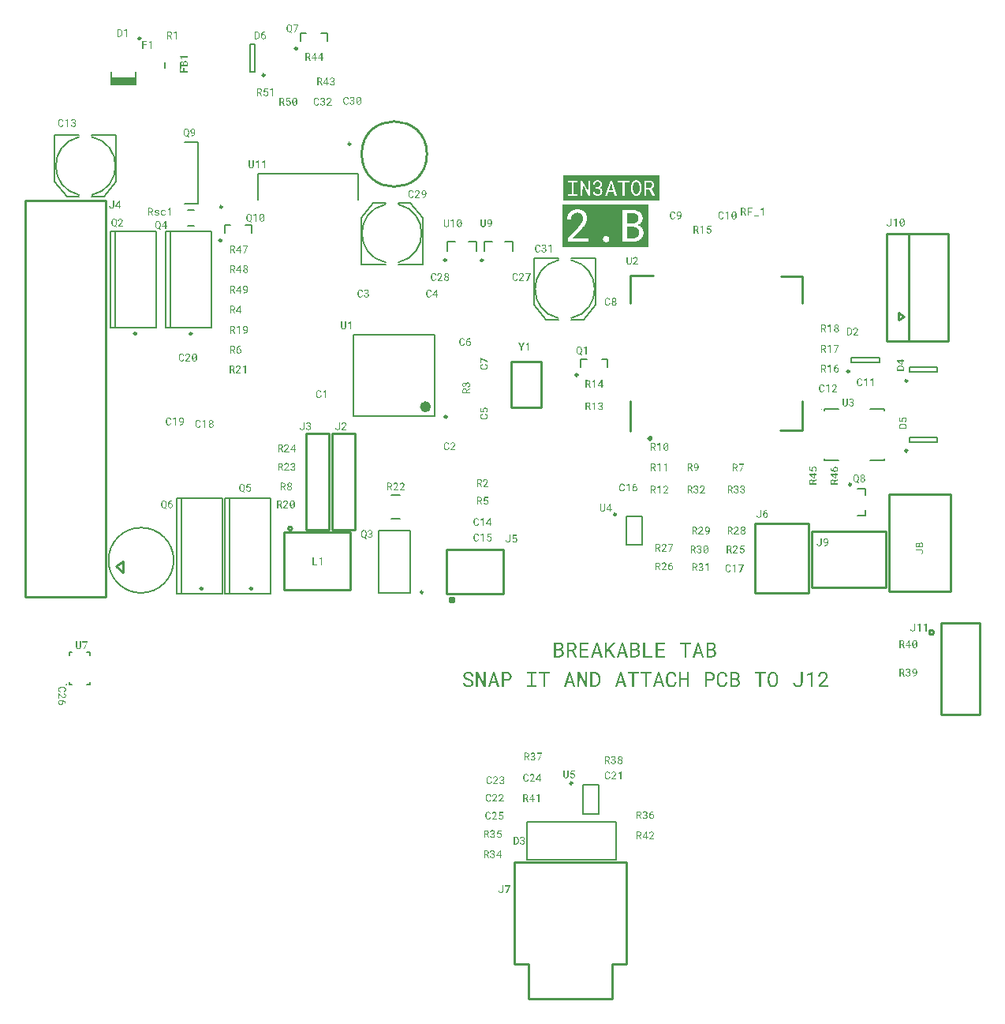
<source format=gto>
G04 Layer_Color=15132400*
%FSLAX25Y25*%
%MOIN*%
G70*
G01*
G75*
%ADD51C,0.00800*%
%ADD54C,0.01000*%
%ADD90C,0.00984*%
%ADD91C,0.00394*%
%ADD92C,0.02362*%
%ADD93C,0.00591*%
%ADD94C,0.00787*%
%ADD95C,0.01378*%
%ADD96R,0.10236X0.03062*%
G36*
X1950974Y1033769D02*
X1951024D01*
X1951079Y1033758D01*
X1951146Y1033747D01*
X1951213Y1033736D01*
X1951279Y1033714D01*
X1951285D01*
X1951307Y1033702D01*
X1951340Y1033686D01*
X1951385Y1033669D01*
X1951434Y1033641D01*
X1951484Y1033614D01*
X1951584Y1033536D01*
X1951590Y1033530D01*
X1951607Y1033514D01*
X1951629Y1033492D01*
X1951657Y1033458D01*
X1951690Y1033419D01*
X1951723Y1033375D01*
X1951756Y1033319D01*
X1951784Y1033258D01*
X1951790Y1033253D01*
X1951795Y1033231D01*
X1951806Y1033197D01*
X1951823Y1033153D01*
X1951834Y1033097D01*
X1951845Y1033036D01*
X1951851Y1032964D01*
X1951856Y1032887D01*
Y1032875D01*
Y1032848D01*
X1951851Y1032798D01*
X1951840Y1032742D01*
X1951823Y1032676D01*
X1951801Y1032603D01*
X1951773Y1032526D01*
X1951729Y1032454D01*
X1951723Y1032448D01*
X1951706Y1032420D01*
X1951679Y1032387D01*
X1951640Y1032348D01*
X1951590Y1032298D01*
X1951529Y1032248D01*
X1951462Y1032204D01*
X1951385Y1032159D01*
X1951390D01*
X1951407Y1032148D01*
X1951429Y1032137D01*
X1951457Y1032121D01*
X1951529Y1032082D01*
X1951607Y1032026D01*
X1951612Y1032021D01*
X1951623Y1032015D01*
X1951645Y1031999D01*
X1951668Y1031976D01*
X1951729Y1031915D01*
X1951784Y1031843D01*
X1951790Y1031838D01*
X1951795Y1031826D01*
X1951812Y1031804D01*
X1951823Y1031777D01*
X1951845Y1031743D01*
X1951862Y1031710D01*
X1951895Y1031621D01*
Y1031616D01*
X1951901Y1031599D01*
X1951906Y1031577D01*
X1951917Y1031549D01*
X1951923Y1031510D01*
X1951928Y1031466D01*
X1951934Y1031371D01*
Y1031360D01*
Y1031332D01*
X1951928Y1031294D01*
X1951923Y1031238D01*
X1951912Y1031177D01*
X1951901Y1031110D01*
X1951879Y1031044D01*
X1951851Y1030977D01*
X1951845Y1030972D01*
X1951834Y1030950D01*
X1951817Y1030916D01*
X1951790Y1030877D01*
X1951762Y1030833D01*
X1951723Y1030783D01*
X1951679Y1030733D01*
X1951629Y1030689D01*
X1951623Y1030683D01*
X1951607Y1030672D01*
X1951573Y1030650D01*
X1951534Y1030628D01*
X1951490Y1030600D01*
X1951434Y1030572D01*
X1951368Y1030544D01*
X1951301Y1030517D01*
X1951296D01*
X1951268Y1030506D01*
X1951235Y1030500D01*
X1951185Y1030489D01*
X1951124Y1030478D01*
X1951057Y1030467D01*
X1950985Y1030461D01*
X1950907Y1030456D01*
X1950868D01*
X1950830Y1030461D01*
X1950774D01*
X1950713Y1030467D01*
X1950646Y1030478D01*
X1950502Y1030511D01*
X1950496Y1030517D01*
X1950469Y1030522D01*
X1950435Y1030539D01*
X1950391Y1030556D01*
X1950341Y1030583D01*
X1950286Y1030611D01*
X1950175Y1030689D01*
X1950169Y1030694D01*
X1950152Y1030711D01*
X1950125Y1030733D01*
X1950097Y1030766D01*
X1950058Y1030811D01*
X1950025Y1030861D01*
X1949986Y1030916D01*
X1949953Y1030977D01*
X1949947Y1030983D01*
X1949941Y1031011D01*
X1949930Y1031044D01*
X1949914Y1031094D01*
X1949897Y1031149D01*
X1949886Y1031216D01*
X1949880Y1031288D01*
X1949875Y1031371D01*
Y1031377D01*
Y1031394D01*
Y1031421D01*
X1949880Y1031455D01*
X1949886Y1031493D01*
X1949891Y1031538D01*
X1949914Y1031627D01*
Y1031632D01*
X1949919Y1031649D01*
X1949930Y1031671D01*
X1949941Y1031699D01*
X1949975Y1031771D01*
X1950019Y1031849D01*
X1950025Y1031854D01*
X1950030Y1031865D01*
X1950047Y1031882D01*
X1950069Y1031910D01*
X1950125Y1031965D01*
X1950191Y1032026D01*
X1950197Y1032032D01*
X1950208Y1032043D01*
X1950230Y1032054D01*
X1950258Y1032076D01*
X1950291Y1032093D01*
X1950330Y1032115D01*
X1950419Y1032159D01*
X1950413D01*
X1950402Y1032171D01*
X1950380Y1032182D01*
X1950358Y1032198D01*
X1950291Y1032237D01*
X1950225Y1032287D01*
X1950219Y1032293D01*
X1950208Y1032298D01*
X1950191Y1032315D01*
X1950175Y1032337D01*
X1950125Y1032393D01*
X1950075Y1032454D01*
Y1032459D01*
X1950064Y1032470D01*
X1950058Y1032487D01*
X1950041Y1032515D01*
X1950014Y1032576D01*
X1949986Y1032653D01*
Y1032659D01*
X1949980Y1032676D01*
X1949975Y1032698D01*
X1949969Y1032726D01*
X1949964Y1032759D01*
X1949958Y1032798D01*
X1949953Y1032887D01*
Y1032898D01*
Y1032920D01*
X1949958Y1032964D01*
X1949964Y1033014D01*
X1949969Y1033070D01*
X1949980Y1033131D01*
X1949997Y1033197D01*
X1950019Y1033258D01*
X1950025Y1033264D01*
X1950030Y1033286D01*
X1950047Y1033319D01*
X1950069Y1033358D01*
X1950102Y1033397D01*
X1950136Y1033447D01*
X1950175Y1033492D01*
X1950219Y1033536D01*
X1950225Y1033541D01*
X1950241Y1033552D01*
X1950269Y1033575D01*
X1950302Y1033602D01*
X1950347Y1033630D01*
X1950402Y1033658D01*
X1950458Y1033686D01*
X1950519Y1033714D01*
X1950524Y1033719D01*
X1950546Y1033725D01*
X1950585Y1033736D01*
X1950630Y1033747D01*
X1950691Y1033758D01*
X1950752Y1033763D01*
X1950824Y1033774D01*
X1950935D01*
X1950974Y1033769D01*
D02*
G37*
G36*
X1975732Y1070269D02*
X1975788Y1070263D01*
X1975854Y1070258D01*
X1975932Y1070241D01*
X1976004Y1070225D01*
X1976076Y1070197D01*
X1976087Y1070191D01*
X1976110Y1070186D01*
X1976143Y1070169D01*
X1976193Y1070141D01*
X1976243Y1070114D01*
X1976298Y1070080D01*
X1976354Y1070036D01*
X1976404Y1069986D01*
X1976409Y1069980D01*
X1976426Y1069964D01*
X1976454Y1069936D01*
X1976481Y1069897D01*
X1976520Y1069847D01*
X1976554Y1069792D01*
X1976592Y1069731D01*
X1976626Y1069658D01*
X1976631Y1069647D01*
X1976637Y1069625D01*
X1976653Y1069586D01*
X1976670Y1069536D01*
X1976692Y1069475D01*
X1976709Y1069403D01*
X1976726Y1069320D01*
X1976737Y1069237D01*
X1976326D01*
Y1069242D01*
X1976320Y1069264D01*
Y1069292D01*
X1976309Y1069325D01*
X1976304Y1069370D01*
X1976293Y1069414D01*
X1976259Y1069509D01*
Y1069514D01*
X1976248Y1069531D01*
X1976237Y1069553D01*
X1976226Y1069586D01*
X1976182Y1069658D01*
X1976126Y1069731D01*
X1976121Y1069736D01*
X1976110Y1069747D01*
X1976093Y1069764D01*
X1976071Y1069786D01*
X1976010Y1069836D01*
X1975926Y1069880D01*
X1975921D01*
X1975904Y1069891D01*
X1975882Y1069897D01*
X1975849Y1069908D01*
X1975804Y1069919D01*
X1975760Y1069925D01*
X1975704Y1069936D01*
X1975593D01*
X1975560Y1069930D01*
X1975477Y1069914D01*
X1975388Y1069886D01*
X1975382D01*
X1975371Y1069880D01*
X1975349Y1069869D01*
X1975321Y1069853D01*
X1975260Y1069814D01*
X1975194Y1069758D01*
X1975188Y1069753D01*
X1975183Y1069747D01*
X1975166Y1069731D01*
X1975144Y1069708D01*
X1975099Y1069647D01*
X1975055Y1069570D01*
Y1069564D01*
X1975050Y1069553D01*
X1975038Y1069531D01*
X1975027Y1069497D01*
X1975011Y1069464D01*
X1974999Y1069425D01*
X1974972Y1069337D01*
Y1069331D01*
X1974966Y1069314D01*
X1974961Y1069292D01*
X1974955Y1069259D01*
X1974944Y1069220D01*
X1974939Y1069181D01*
X1974922Y1069087D01*
Y1069081D01*
Y1069065D01*
X1974916Y1069042D01*
Y1069009D01*
X1974911Y1068931D01*
Y1068843D01*
Y1068388D01*
Y1068382D01*
Y1068365D01*
Y1068343D01*
Y1068310D01*
X1974916Y1068271D01*
Y1068232D01*
X1974922Y1068138D01*
Y1068132D01*
X1974927Y1068116D01*
Y1068093D01*
X1974933Y1068060D01*
X1974944Y1068021D01*
X1974950Y1067977D01*
X1974972Y1067888D01*
Y1067883D01*
X1974977Y1067866D01*
X1974983Y1067844D01*
X1974994Y1067816D01*
X1975022Y1067738D01*
X1975055Y1067655D01*
Y1067649D01*
X1975066Y1067638D01*
X1975077Y1067616D01*
X1975094Y1067594D01*
X1975138Y1067533D01*
X1975194Y1067466D01*
X1975199Y1067461D01*
X1975210Y1067455D01*
X1975227Y1067439D01*
X1975249Y1067416D01*
X1975310Y1067377D01*
X1975388Y1067333D01*
X1975393D01*
X1975410Y1067327D01*
X1975432Y1067316D01*
X1975460Y1067311D01*
X1975499Y1067300D01*
X1975543Y1067289D01*
X1975643Y1067283D01*
X1975671D01*
X1975704Y1067289D01*
X1975743D01*
X1975832Y1067305D01*
X1975926Y1067333D01*
X1975932D01*
X1975949Y1067344D01*
X1975965Y1067355D01*
X1975993Y1067372D01*
X1976060Y1067416D01*
X1976126Y1067477D01*
X1976132Y1067483D01*
X1976143Y1067494D01*
X1976154Y1067516D01*
X1976176Y1067538D01*
X1976193Y1067572D01*
X1976215Y1067610D01*
X1976259Y1067694D01*
Y1067699D01*
X1976265Y1067716D01*
X1976276Y1067744D01*
X1976287Y1067777D01*
X1976298Y1067816D01*
X1976309Y1067866D01*
X1976326Y1067971D01*
X1976737D01*
Y1067960D01*
X1976731Y1067932D01*
X1976726Y1067888D01*
X1976714Y1067832D01*
X1976698Y1067772D01*
X1976676Y1067699D01*
X1976653Y1067627D01*
X1976620Y1067555D01*
X1976615Y1067550D01*
X1976604Y1067522D01*
X1976587Y1067488D01*
X1976559Y1067444D01*
X1976531Y1067394D01*
X1976493Y1067344D01*
X1976448Y1067289D01*
X1976398Y1067233D01*
X1976393Y1067227D01*
X1976376Y1067211D01*
X1976343Y1067189D01*
X1976304Y1067155D01*
X1976254Y1067122D01*
X1976198Y1067089D01*
X1976137Y1067056D01*
X1976065Y1067028D01*
X1976054Y1067022D01*
X1976032Y1067017D01*
X1975993Y1067006D01*
X1975943Y1066994D01*
X1975882Y1066978D01*
X1975810Y1066967D01*
X1975727Y1066961D01*
X1975643Y1066956D01*
X1975610D01*
X1975571Y1066961D01*
X1975521D01*
X1975466Y1066967D01*
X1975405Y1066978D01*
X1975282Y1067011D01*
X1975277D01*
X1975255Y1067022D01*
X1975227Y1067033D01*
X1975188Y1067050D01*
X1975144Y1067072D01*
X1975094Y1067100D01*
X1974994Y1067167D01*
X1974988Y1067172D01*
X1974972Y1067183D01*
X1974950Y1067205D01*
X1974916Y1067233D01*
X1974883Y1067266D01*
X1974844Y1067305D01*
X1974772Y1067400D01*
X1974766Y1067405D01*
X1974755Y1067422D01*
X1974739Y1067450D01*
X1974716Y1067488D01*
X1974694Y1067533D01*
X1974666Y1067583D01*
X1974616Y1067694D01*
Y1067699D01*
X1974605Y1067721D01*
X1974594Y1067755D01*
X1974583Y1067794D01*
X1974567Y1067844D01*
X1974556Y1067905D01*
X1974528Y1068027D01*
Y1068032D01*
X1974522Y1068060D01*
X1974517Y1068093D01*
X1974511Y1068138D01*
X1974505Y1068193D01*
X1974500Y1068254D01*
X1974495Y1068388D01*
Y1068837D01*
Y1068843D01*
Y1068870D01*
X1974500Y1068904D01*
Y1068948D01*
X1974505Y1069003D01*
X1974511Y1069065D01*
X1974528Y1069192D01*
Y1069198D01*
X1974533Y1069220D01*
X1974539Y1069259D01*
X1974550Y1069303D01*
X1974561Y1069353D01*
X1974578Y1069409D01*
X1974616Y1069525D01*
X1974622Y1069531D01*
X1974628Y1069553D01*
X1974639Y1069581D01*
X1974661Y1069625D01*
X1974683Y1069670D01*
X1974705Y1069720D01*
X1974772Y1069819D01*
X1974777Y1069825D01*
X1974789Y1069842D01*
X1974811Y1069869D01*
X1974833Y1069903D01*
X1974866Y1069942D01*
X1974905Y1069980D01*
X1974994Y1070058D01*
X1974999Y1070064D01*
X1975016Y1070075D01*
X1975044Y1070091D01*
X1975077Y1070114D01*
X1975122Y1070141D01*
X1975171Y1070164D01*
X1975282Y1070214D01*
X1975288Y1070219D01*
X1975310Y1070225D01*
X1975344Y1070236D01*
X1975388Y1070247D01*
X1975443Y1070258D01*
X1975505Y1070263D01*
X1975571Y1070275D01*
X1975682D01*
X1975732Y1070269D01*
D02*
G37*
G36*
X1978424D02*
X1978479Y1070263D01*
X1978535Y1070252D01*
X1978651Y1070219D01*
X1978657D01*
X1978679Y1070208D01*
X1978707Y1070197D01*
X1978740Y1070180D01*
X1978823Y1070136D01*
X1978912Y1070075D01*
X1978918Y1070069D01*
X1978934Y1070058D01*
X1978951Y1070041D01*
X1978979Y1070014D01*
X1979012Y1069980D01*
X1979045Y1069947D01*
X1979112Y1069858D01*
X1979118Y1069853D01*
X1979129Y1069836D01*
X1979140Y1069814D01*
X1979162Y1069781D01*
X1979179Y1069736D01*
X1979201Y1069692D01*
X1979245Y1069586D01*
Y1069581D01*
X1979256Y1069564D01*
X1979262Y1069531D01*
X1979279Y1069492D01*
X1979290Y1069448D01*
X1979301Y1069398D01*
X1979323Y1069281D01*
Y1069275D01*
X1979329Y1069253D01*
Y1069226D01*
X1979334Y1069181D01*
X1979340Y1069137D01*
Y1069081D01*
X1979345Y1068965D01*
Y1068815D01*
Y1068804D01*
Y1068782D01*
Y1068737D01*
Y1068687D01*
X1979340Y1068621D01*
X1979334Y1068548D01*
X1979329Y1068471D01*
X1979323Y1068393D01*
Y1068382D01*
X1979317Y1068354D01*
Y1068315D01*
X1979306Y1068260D01*
X1979295Y1068193D01*
X1979284Y1068127D01*
X1979245Y1067971D01*
Y1067960D01*
X1979234Y1067938D01*
X1979223Y1067899D01*
X1979206Y1067849D01*
X1979184Y1067794D01*
X1979156Y1067727D01*
X1979084Y1067594D01*
X1979079Y1067588D01*
X1979068Y1067566D01*
X1979040Y1067533D01*
X1979012Y1067488D01*
X1978968Y1067439D01*
X1978923Y1067389D01*
X1978868Y1067333D01*
X1978807Y1067283D01*
X1978801Y1067278D01*
X1978779Y1067261D01*
X1978740Y1067239D01*
X1978690Y1067205D01*
X1978629Y1067172D01*
X1978557Y1067139D01*
X1978479Y1067105D01*
X1978391Y1067072D01*
X1978379Y1067067D01*
X1978346Y1067061D01*
X1978296Y1067050D01*
X1978230Y1067039D01*
X1978141Y1067022D01*
X1978046Y1067011D01*
X1977935Y1067006D01*
X1977813Y1067000D01*
X1977769D01*
Y1067361D01*
X1977891D01*
X1977941Y1067366D01*
X1978002Y1067372D01*
X1978069Y1067377D01*
X1978196Y1067400D01*
X1978202D01*
X1978224Y1067405D01*
X1978257Y1067416D01*
X1978296Y1067427D01*
X1978341Y1067444D01*
X1978391Y1067461D01*
X1978485Y1067511D01*
X1978490Y1067516D01*
X1978507Y1067522D01*
X1978529Y1067538D01*
X1978557Y1067560D01*
X1978624Y1067610D01*
X1978690Y1067677D01*
X1978696Y1067683D01*
X1978707Y1067694D01*
X1978718Y1067716D01*
X1978740Y1067738D01*
X1978779Y1067805D01*
X1978823Y1067888D01*
Y1067894D01*
X1978835Y1067910D01*
X1978840Y1067932D01*
X1978857Y1067960D01*
X1978868Y1067999D01*
X1978879Y1068038D01*
X1978901Y1068132D01*
Y1068138D01*
X1978907Y1068154D01*
X1978912Y1068182D01*
X1978918Y1068215D01*
X1978923Y1068260D01*
X1978929Y1068304D01*
X1978934Y1068398D01*
X1978934Y1068399D01*
Y1068404D01*
X1978934Y1068398D01*
X1978923Y1068393D01*
X1978901Y1068365D01*
X1978862Y1068321D01*
X1978812Y1068277D01*
X1978807D01*
X1978801Y1068265D01*
X1978768Y1068243D01*
X1978718Y1068204D01*
X1978657Y1068171D01*
X1978651D01*
X1978640Y1068165D01*
X1978624Y1068154D01*
X1978601Y1068143D01*
X1978540Y1068121D01*
X1978463Y1068099D01*
X1978457D01*
X1978446Y1068093D01*
X1978424D01*
X1978396Y1068088D01*
X1978363Y1068082D01*
X1978324D01*
X1978235Y1068077D01*
X1978196D01*
X1978152Y1068082D01*
X1978096Y1068088D01*
X1978030Y1068099D01*
X1977958Y1068116D01*
X1977885Y1068138D01*
X1977819Y1068171D01*
X1977813Y1068177D01*
X1977791Y1068188D01*
X1977758Y1068210D01*
X1977719Y1068238D01*
X1977675Y1068271D01*
X1977625Y1068315D01*
X1977575Y1068360D01*
X1977530Y1068415D01*
X1977525Y1068421D01*
X1977514Y1068443D01*
X1977491Y1068476D01*
X1977469Y1068515D01*
X1977441Y1068571D01*
X1977414Y1068626D01*
X1977386Y1068693D01*
X1977364Y1068765D01*
Y1068776D01*
X1977358Y1068798D01*
X1977347Y1068837D01*
X1977342Y1068887D01*
X1977331Y1068948D01*
X1977319Y1069009D01*
X1977314Y1069153D01*
Y1069164D01*
Y1069192D01*
X1977319Y1069237D01*
Y1069292D01*
X1977331Y1069359D01*
X1977342Y1069431D01*
X1977353Y1069509D01*
X1977375Y1069586D01*
X1977380Y1069597D01*
X1977386Y1069620D01*
X1977403Y1069658D01*
X1977425Y1069708D01*
X1977453Y1069764D01*
X1977480Y1069825D01*
X1977564Y1069942D01*
X1977569Y1069947D01*
X1977586Y1069969D01*
X1977614Y1069991D01*
X1977652Y1070030D01*
X1977697Y1070064D01*
X1977752Y1070108D01*
X1977813Y1070147D01*
X1977880Y1070180D01*
X1977891Y1070186D01*
X1977913Y1070197D01*
X1977952Y1070208D01*
X1978008Y1070230D01*
X1978069Y1070247D01*
X1978141Y1070258D01*
X1978224Y1070269D01*
X1978313Y1070275D01*
X1978379D01*
X1978424Y1070269D01*
D02*
G37*
G36*
X2013103Y941982D02*
Y941971D01*
Y941943D01*
X2013098Y941899D01*
X2013092Y941844D01*
X2013081Y941783D01*
X2013065Y941710D01*
X2013042Y941638D01*
X2013015Y941566D01*
X2013009Y941560D01*
X2012998Y941533D01*
X2012981Y941500D01*
X2012959Y941455D01*
X2012926Y941405D01*
X2012887Y941350D01*
X2012843Y941294D01*
X2012793Y941239D01*
X2012787Y941233D01*
X2012770Y941216D01*
X2012737Y941194D01*
X2012698Y941161D01*
X2012654Y941128D01*
X2012598Y941094D01*
X2012532Y941061D01*
X2012465Y941028D01*
X2012454Y941022D01*
X2012432Y941017D01*
X2012393Y941006D01*
X2012343Y940994D01*
X2012282Y940978D01*
X2012210Y940967D01*
X2012138Y940961D01*
X2012054Y940956D01*
X2012016D01*
X2011971Y940961D01*
X2011916Y940967D01*
X2011855Y940972D01*
X2011782Y940983D01*
X2011710Y941000D01*
X2011638Y941022D01*
X2011633Y941028D01*
X2011605Y941033D01*
X2011572Y941050D01*
X2011527Y941072D01*
X2011477Y941100D01*
X2011427Y941133D01*
X2011372Y941172D01*
X2011316Y941216D01*
X2011311Y941222D01*
X2011294Y941239D01*
X2011272Y941266D01*
X2011239Y941305D01*
X2011205Y941350D01*
X2011167Y941400D01*
X2011133Y941455D01*
X2011100Y941522D01*
X2011094Y941533D01*
X2011089Y941555D01*
X2011072Y941594D01*
X2011056Y941644D01*
X2011039Y941705D01*
X2011022Y941772D01*
X2011011Y941849D01*
X2011000Y941932D01*
X2011416D01*
Y941927D01*
Y941910D01*
X2011422Y941883D01*
X2011427Y941849D01*
X2011439Y941766D01*
X2011466Y941677D01*
Y941672D01*
X2011477Y941660D01*
X2011488Y941638D01*
X2011499Y941611D01*
X2011544Y941544D01*
X2011599Y941477D01*
X2011605Y941472D01*
X2011616Y941466D01*
X2011633Y941450D01*
X2011655Y941427D01*
X2011716Y941389D01*
X2011794Y941344D01*
X2011799D01*
X2011816Y941339D01*
X2011838Y941333D01*
X2011871Y941322D01*
X2011910Y941316D01*
X2011955Y941305D01*
X2012054Y941300D01*
X2012077D01*
X2012104Y941305D01*
X2012143D01*
X2012227Y941322D01*
X2012315Y941355D01*
X2012321D01*
X2012337Y941366D01*
X2012354Y941377D01*
X2012382Y941394D01*
X2012449Y941438D01*
X2012510Y941500D01*
X2012515Y941505D01*
X2012521Y941516D01*
X2012537Y941538D01*
X2012554Y941560D01*
X2012576Y941594D01*
X2012598Y941633D01*
X2012632Y941716D01*
Y941722D01*
X2012637Y941738D01*
X2012648Y941766D01*
X2012654Y941799D01*
X2012665Y941838D01*
X2012671Y941883D01*
X2012682Y941982D01*
Y944230D01*
X2013103D01*
Y941982D01*
D02*
G37*
G36*
X2015407Y943864D02*
X2015296D01*
X2015246Y943858D01*
X2015190Y943853D01*
X2015129Y943847D01*
X2015007Y943819D01*
X2015002D01*
X2014979Y943814D01*
X2014952Y943803D01*
X2014913Y943792D01*
X2014868Y943775D01*
X2014818Y943753D01*
X2014724Y943703D01*
X2014718Y943697D01*
X2014702Y943692D01*
X2014680Y943675D01*
X2014652Y943653D01*
X2014585Y943597D01*
X2014513Y943531D01*
X2014508Y943525D01*
X2014496Y943514D01*
X2014480Y943492D01*
X2014463Y943464D01*
X2014436Y943431D01*
X2014413Y943398D01*
X2014363Y943309D01*
Y943303D01*
X2014352Y943287D01*
X2014347Y943264D01*
X2014330Y943237D01*
X2014319Y943198D01*
X2014302Y943153D01*
X2014274Y943059D01*
Y943054D01*
X2014269Y943037D01*
X2014263Y943009D01*
X2014258Y942976D01*
X2014252Y942937D01*
X2014247Y942892D01*
X2014236Y942793D01*
X2014241Y942798D01*
X2014247Y942804D01*
X2014274Y942832D01*
X2014319Y942876D01*
X2014369Y942920D01*
X2014374Y942926D01*
X2014380Y942931D01*
X2014397Y942943D01*
X2014419Y942954D01*
X2014474Y942987D01*
X2014535Y943020D01*
X2014541D01*
X2014552Y943026D01*
X2014569Y943037D01*
X2014591Y943048D01*
X2014652Y943065D01*
X2014724Y943087D01*
X2014730D01*
X2014741Y943092D01*
X2014763Y943098D01*
X2014791Y943103D01*
X2014857Y943109D01*
X2014935Y943115D01*
X2014974D01*
X2015024Y943109D01*
X2015079Y943103D01*
X2015146Y943092D01*
X2015212Y943076D01*
X2015285Y943054D01*
X2015351Y943020D01*
X2015357Y943015D01*
X2015379Y943003D01*
X2015412Y942987D01*
X2015457Y942959D01*
X2015501Y942926D01*
X2015545Y942881D01*
X2015595Y942837D01*
X2015640Y942782D01*
X2015645Y942776D01*
X2015656Y942754D01*
X2015679Y942726D01*
X2015706Y942682D01*
X2015734Y942632D01*
X2015762Y942571D01*
X2015784Y942510D01*
X2015806Y942437D01*
Y942432D01*
X2015817Y942404D01*
X2015823Y942365D01*
X2015834Y942321D01*
X2015845Y942260D01*
X2015851Y942193D01*
X2015862Y942049D01*
Y942038D01*
Y942010D01*
X2015856Y941966D01*
Y941916D01*
X2015845Y941849D01*
X2015834Y941777D01*
X2015817Y941705D01*
X2015795Y941627D01*
Y941616D01*
X2015784Y941594D01*
X2015767Y941555D01*
X2015751Y941511D01*
X2015723Y941455D01*
X2015690Y941394D01*
X2015651Y941333D01*
X2015606Y941278D01*
X2015601Y941272D01*
X2015584Y941255D01*
X2015557Y941228D01*
X2015518Y941194D01*
X2015473Y941155D01*
X2015418Y941117D01*
X2015357Y941072D01*
X2015290Y941039D01*
X2015285Y941033D01*
X2015257Y941028D01*
X2015218Y941011D01*
X2015168Y941000D01*
X2015101Y940983D01*
X2015029Y940967D01*
X2014946Y940961D01*
X2014857Y940956D01*
X2014829D01*
X2014796Y940961D01*
X2014752D01*
X2014702Y940967D01*
X2014646Y940978D01*
X2014535Y941006D01*
X2014530D01*
X2014513Y941017D01*
X2014485Y941028D01*
X2014446Y941039D01*
X2014363Y941083D01*
X2014274Y941139D01*
X2014269Y941144D01*
X2014258Y941155D01*
X2014236Y941172D01*
X2014208Y941200D01*
X2014175Y941228D01*
X2014141Y941266D01*
X2014075Y941350D01*
X2014069Y941355D01*
X2014064Y941372D01*
X2014047Y941394D01*
X2014025Y941427D01*
X2014002Y941466D01*
X2013980Y941511D01*
X2013930Y941605D01*
Y941611D01*
X2013919Y941627D01*
X2013914Y941655D01*
X2013897Y941694D01*
X2013886Y941738D01*
X2013869Y941788D01*
X2013847Y941893D01*
Y941899D01*
X2013842Y941921D01*
X2013836Y941949D01*
Y941988D01*
X2013831Y942032D01*
X2013825Y942082D01*
X2013819Y942193D01*
Y942382D01*
Y942393D01*
Y942421D01*
Y942465D01*
X2013825Y942521D01*
Y942587D01*
X2013831Y942665D01*
X2013847Y942826D01*
Y942837D01*
X2013853Y942865D01*
X2013858Y942909D01*
X2013869Y942965D01*
X2013880Y943031D01*
X2013897Y943103D01*
X2013942Y943253D01*
X2013947Y943264D01*
X2013953Y943287D01*
X2013969Y943325D01*
X2013991Y943381D01*
X2014014Y943436D01*
X2014047Y943503D01*
X2014119Y943636D01*
X2014125Y943642D01*
X2014141Y943670D01*
X2014164Y943703D01*
X2014197Y943742D01*
X2014241Y943792D01*
X2014291Y943847D01*
X2014347Y943897D01*
X2014408Y943947D01*
X2014413Y943953D01*
X2014441Y943969D01*
X2014474Y943991D01*
X2014524Y944025D01*
X2014580Y944058D01*
X2014652Y944091D01*
X2014730Y944125D01*
X2014813Y944152D01*
X2014818D01*
X2014824Y944158D01*
X2014857Y944164D01*
X2014907Y944175D01*
X2014974Y944191D01*
X2015051Y944208D01*
X2015146Y944219D01*
X2015251Y944225D01*
X2015368Y944230D01*
X2015407D01*
Y943864D01*
D02*
G37*
G36*
X1948232Y1033769D02*
X1948288Y1033763D01*
X1948354Y1033758D01*
X1948432Y1033741D01*
X1948504Y1033725D01*
X1948576Y1033697D01*
X1948587Y1033691D01*
X1948610Y1033686D01*
X1948643Y1033669D01*
X1948693Y1033641D01*
X1948743Y1033614D01*
X1948798Y1033580D01*
X1948854Y1033536D01*
X1948904Y1033486D01*
X1948909Y1033480D01*
X1948926Y1033464D01*
X1948954Y1033436D01*
X1948981Y1033397D01*
X1949020Y1033347D01*
X1949054Y1033292D01*
X1949092Y1033231D01*
X1949126Y1033158D01*
X1949131Y1033147D01*
X1949137Y1033125D01*
X1949153Y1033086D01*
X1949170Y1033036D01*
X1949192Y1032975D01*
X1949209Y1032903D01*
X1949225Y1032820D01*
X1949237Y1032737D01*
X1948826D01*
Y1032742D01*
X1948820Y1032764D01*
Y1032792D01*
X1948809Y1032825D01*
X1948804Y1032870D01*
X1948793Y1032914D01*
X1948759Y1033009D01*
Y1033014D01*
X1948748Y1033031D01*
X1948737Y1033053D01*
X1948726Y1033086D01*
X1948682Y1033158D01*
X1948626Y1033231D01*
X1948621Y1033236D01*
X1948610Y1033247D01*
X1948593Y1033264D01*
X1948571Y1033286D01*
X1948510Y1033336D01*
X1948426Y1033381D01*
X1948421D01*
X1948404Y1033391D01*
X1948382Y1033397D01*
X1948349Y1033408D01*
X1948304Y1033419D01*
X1948260Y1033425D01*
X1948204Y1033436D01*
X1948093D01*
X1948060Y1033430D01*
X1947977Y1033414D01*
X1947888Y1033386D01*
X1947882D01*
X1947871Y1033381D01*
X1947849Y1033369D01*
X1947821Y1033353D01*
X1947760Y1033314D01*
X1947694Y1033258D01*
X1947688Y1033253D01*
X1947683Y1033247D01*
X1947666Y1033231D01*
X1947644Y1033208D01*
X1947599Y1033147D01*
X1947555Y1033070D01*
Y1033064D01*
X1947549Y1033053D01*
X1947538Y1033031D01*
X1947527Y1032998D01*
X1947511Y1032964D01*
X1947499Y1032925D01*
X1947472Y1032837D01*
Y1032831D01*
X1947466Y1032814D01*
X1947461Y1032792D01*
X1947455Y1032759D01*
X1947444Y1032720D01*
X1947438Y1032681D01*
X1947422Y1032587D01*
Y1032581D01*
Y1032565D01*
X1947416Y1032542D01*
Y1032509D01*
X1947411Y1032431D01*
Y1032343D01*
Y1031888D01*
Y1031882D01*
Y1031865D01*
Y1031843D01*
Y1031810D01*
X1947416Y1031771D01*
Y1031732D01*
X1947422Y1031638D01*
Y1031632D01*
X1947427Y1031616D01*
Y1031593D01*
X1947433Y1031560D01*
X1947444Y1031521D01*
X1947450Y1031477D01*
X1947472Y1031388D01*
Y1031382D01*
X1947477Y1031366D01*
X1947483Y1031344D01*
X1947494Y1031316D01*
X1947522Y1031238D01*
X1947555Y1031155D01*
Y1031149D01*
X1947566Y1031138D01*
X1947577Y1031116D01*
X1947594Y1031094D01*
X1947638Y1031033D01*
X1947694Y1030966D01*
X1947699Y1030961D01*
X1947710Y1030955D01*
X1947727Y1030939D01*
X1947749Y1030916D01*
X1947810Y1030877D01*
X1947888Y1030833D01*
X1947894D01*
X1947910Y1030827D01*
X1947932Y1030816D01*
X1947960Y1030811D01*
X1947999Y1030800D01*
X1948043Y1030789D01*
X1948143Y1030783D01*
X1948171D01*
X1948204Y1030789D01*
X1948243D01*
X1948332Y1030805D01*
X1948426Y1030833D01*
X1948432D01*
X1948449Y1030844D01*
X1948465Y1030855D01*
X1948493Y1030872D01*
X1948560Y1030916D01*
X1948626Y1030977D01*
X1948632Y1030983D01*
X1948643Y1030994D01*
X1948654Y1031016D01*
X1948676Y1031038D01*
X1948693Y1031072D01*
X1948715Y1031110D01*
X1948759Y1031194D01*
Y1031199D01*
X1948765Y1031216D01*
X1948776Y1031244D01*
X1948787Y1031277D01*
X1948798Y1031316D01*
X1948809Y1031366D01*
X1948826Y1031471D01*
X1949237D01*
Y1031460D01*
X1949231Y1031432D01*
X1949225Y1031388D01*
X1949214Y1031332D01*
X1949198Y1031271D01*
X1949176Y1031199D01*
X1949153Y1031127D01*
X1949120Y1031055D01*
X1949114Y1031050D01*
X1949104Y1031022D01*
X1949087Y1030988D01*
X1949059Y1030944D01*
X1949031Y1030894D01*
X1948993Y1030844D01*
X1948948Y1030789D01*
X1948898Y1030733D01*
X1948893Y1030727D01*
X1948876Y1030711D01*
X1948843Y1030689D01*
X1948804Y1030655D01*
X1948754Y1030622D01*
X1948698Y1030589D01*
X1948637Y1030556D01*
X1948565Y1030528D01*
X1948554Y1030522D01*
X1948532Y1030517D01*
X1948493Y1030506D01*
X1948443Y1030494D01*
X1948382Y1030478D01*
X1948310Y1030467D01*
X1948227Y1030461D01*
X1948143Y1030456D01*
X1948110D01*
X1948071Y1030461D01*
X1948021D01*
X1947966Y1030467D01*
X1947905Y1030478D01*
X1947783Y1030511D01*
X1947777D01*
X1947755Y1030522D01*
X1947727Y1030533D01*
X1947688Y1030550D01*
X1947644Y1030572D01*
X1947594Y1030600D01*
X1947494Y1030667D01*
X1947488Y1030672D01*
X1947472Y1030683D01*
X1947450Y1030705D01*
X1947416Y1030733D01*
X1947383Y1030766D01*
X1947344Y1030805D01*
X1947272Y1030900D01*
X1947266Y1030905D01*
X1947255Y1030922D01*
X1947239Y1030950D01*
X1947216Y1030988D01*
X1947194Y1031033D01*
X1947166Y1031083D01*
X1947116Y1031194D01*
Y1031199D01*
X1947105Y1031221D01*
X1947094Y1031255D01*
X1947083Y1031294D01*
X1947067Y1031344D01*
X1947055Y1031405D01*
X1947028Y1031527D01*
Y1031532D01*
X1947022Y1031560D01*
X1947017Y1031593D01*
X1947011Y1031638D01*
X1947005Y1031693D01*
X1947000Y1031754D01*
X1946995Y1031888D01*
Y1032337D01*
Y1032343D01*
Y1032370D01*
X1947000Y1032404D01*
Y1032448D01*
X1947005Y1032504D01*
X1947011Y1032565D01*
X1947028Y1032692D01*
Y1032698D01*
X1947033Y1032720D01*
X1947039Y1032759D01*
X1947050Y1032803D01*
X1947061Y1032853D01*
X1947078Y1032909D01*
X1947116Y1033025D01*
X1947122Y1033031D01*
X1947128Y1033053D01*
X1947139Y1033081D01*
X1947161Y1033125D01*
X1947183Y1033169D01*
X1947205Y1033220D01*
X1947272Y1033319D01*
X1947277Y1033325D01*
X1947289Y1033342D01*
X1947311Y1033369D01*
X1947333Y1033403D01*
X1947366Y1033442D01*
X1947405Y1033480D01*
X1947494Y1033558D01*
X1947499Y1033564D01*
X1947516Y1033575D01*
X1947544Y1033591D01*
X1947577Y1033614D01*
X1947622Y1033641D01*
X1947672Y1033663D01*
X1947783Y1033714D01*
X1947788Y1033719D01*
X1947810Y1033725D01*
X1947844Y1033736D01*
X1947888Y1033747D01*
X1947943Y1033758D01*
X1948005Y1033763D01*
X1948071Y1033774D01*
X1948182D01*
X1948232Y1033769D01*
D02*
G37*
G36*
X1996232Y1070269D02*
X1996288Y1070263D01*
X1996354Y1070258D01*
X1996432Y1070241D01*
X1996504Y1070225D01*
X1996576Y1070197D01*
X1996587Y1070191D01*
X1996609Y1070186D01*
X1996643Y1070169D01*
X1996693Y1070141D01*
X1996743Y1070114D01*
X1996798Y1070080D01*
X1996854Y1070036D01*
X1996904Y1069986D01*
X1996909Y1069980D01*
X1996926Y1069964D01*
X1996954Y1069936D01*
X1996981Y1069897D01*
X1997020Y1069847D01*
X1997054Y1069792D01*
X1997092Y1069731D01*
X1997126Y1069658D01*
X1997131Y1069647D01*
X1997137Y1069625D01*
X1997153Y1069586D01*
X1997170Y1069536D01*
X1997192Y1069475D01*
X1997209Y1069403D01*
X1997226Y1069320D01*
X1997237Y1069237D01*
X1996826D01*
Y1069242D01*
X1996820Y1069264D01*
Y1069292D01*
X1996809Y1069325D01*
X1996804Y1069370D01*
X1996793Y1069414D01*
X1996759Y1069509D01*
Y1069514D01*
X1996748Y1069531D01*
X1996737Y1069553D01*
X1996726Y1069586D01*
X1996682Y1069658D01*
X1996626Y1069731D01*
X1996621Y1069736D01*
X1996609Y1069747D01*
X1996593Y1069764D01*
X1996571Y1069786D01*
X1996510Y1069836D01*
X1996426Y1069880D01*
X1996421D01*
X1996404Y1069891D01*
X1996382Y1069897D01*
X1996349Y1069908D01*
X1996304Y1069919D01*
X1996260Y1069925D01*
X1996204Y1069936D01*
X1996093D01*
X1996060Y1069930D01*
X1995977Y1069914D01*
X1995888Y1069886D01*
X1995882D01*
X1995871Y1069880D01*
X1995849Y1069869D01*
X1995821Y1069853D01*
X1995760Y1069814D01*
X1995694Y1069758D01*
X1995688Y1069753D01*
X1995683Y1069747D01*
X1995666Y1069731D01*
X1995644Y1069708D01*
X1995599Y1069647D01*
X1995555Y1069570D01*
Y1069564D01*
X1995550Y1069553D01*
X1995538Y1069531D01*
X1995527Y1069497D01*
X1995511Y1069464D01*
X1995499Y1069425D01*
X1995472Y1069337D01*
Y1069331D01*
X1995466Y1069314D01*
X1995461Y1069292D01*
X1995455Y1069259D01*
X1995444Y1069220D01*
X1995439Y1069181D01*
X1995422Y1069087D01*
Y1069081D01*
Y1069065D01*
X1995416Y1069042D01*
Y1069009D01*
X1995411Y1068931D01*
Y1068843D01*
Y1068388D01*
Y1068382D01*
Y1068365D01*
Y1068343D01*
Y1068310D01*
X1995416Y1068271D01*
Y1068232D01*
X1995422Y1068138D01*
Y1068132D01*
X1995427Y1068116D01*
Y1068093D01*
X1995433Y1068060D01*
X1995444Y1068021D01*
X1995450Y1067977D01*
X1995472Y1067888D01*
Y1067883D01*
X1995477Y1067866D01*
X1995483Y1067844D01*
X1995494Y1067816D01*
X1995522Y1067738D01*
X1995555Y1067655D01*
Y1067649D01*
X1995566Y1067638D01*
X1995577Y1067616D01*
X1995594Y1067594D01*
X1995638Y1067533D01*
X1995694Y1067466D01*
X1995699Y1067461D01*
X1995710Y1067455D01*
X1995727Y1067439D01*
X1995749Y1067416D01*
X1995810Y1067377D01*
X1995888Y1067333D01*
X1995893D01*
X1995910Y1067327D01*
X1995932Y1067316D01*
X1995960Y1067311D01*
X1995999Y1067300D01*
X1996043Y1067289D01*
X1996143Y1067283D01*
X1996171D01*
X1996204Y1067289D01*
X1996243D01*
X1996332Y1067305D01*
X1996426Y1067333D01*
X1996432D01*
X1996449Y1067344D01*
X1996465Y1067355D01*
X1996493Y1067372D01*
X1996560Y1067416D01*
X1996626Y1067477D01*
X1996632Y1067483D01*
X1996643Y1067494D01*
X1996654Y1067516D01*
X1996676Y1067538D01*
X1996693Y1067572D01*
X1996715Y1067610D01*
X1996759Y1067694D01*
Y1067699D01*
X1996765Y1067716D01*
X1996776Y1067744D01*
X1996787Y1067777D01*
X1996798Y1067816D01*
X1996809Y1067866D01*
X1996826Y1067971D01*
X1997237D01*
Y1067960D01*
X1997231Y1067932D01*
X1997226Y1067888D01*
X1997214Y1067832D01*
X1997198Y1067772D01*
X1997176Y1067699D01*
X1997153Y1067627D01*
X1997120Y1067555D01*
X1997115Y1067550D01*
X1997104Y1067522D01*
X1997087Y1067488D01*
X1997059Y1067444D01*
X1997031Y1067394D01*
X1996992Y1067344D01*
X1996948Y1067289D01*
X1996898Y1067233D01*
X1996893Y1067227D01*
X1996876Y1067211D01*
X1996843Y1067189D01*
X1996804Y1067155D01*
X1996754Y1067122D01*
X1996698Y1067089D01*
X1996637Y1067056D01*
X1996565Y1067028D01*
X1996554Y1067022D01*
X1996532Y1067017D01*
X1996493Y1067006D01*
X1996443Y1066994D01*
X1996382Y1066978D01*
X1996310Y1066967D01*
X1996227Y1066961D01*
X1996143Y1066956D01*
X1996110D01*
X1996071Y1066961D01*
X1996021D01*
X1995966Y1066967D01*
X1995905Y1066978D01*
X1995782Y1067011D01*
X1995777D01*
X1995755Y1067022D01*
X1995727Y1067033D01*
X1995688Y1067050D01*
X1995644Y1067072D01*
X1995594Y1067100D01*
X1995494Y1067167D01*
X1995488Y1067172D01*
X1995472Y1067183D01*
X1995450Y1067205D01*
X1995416Y1067233D01*
X1995383Y1067266D01*
X1995344Y1067305D01*
X1995272Y1067400D01*
X1995266Y1067405D01*
X1995255Y1067422D01*
X1995239Y1067450D01*
X1995216Y1067488D01*
X1995194Y1067533D01*
X1995167Y1067583D01*
X1995116Y1067694D01*
Y1067699D01*
X1995105Y1067721D01*
X1995094Y1067755D01*
X1995083Y1067794D01*
X1995067Y1067844D01*
X1995056Y1067905D01*
X1995028Y1068027D01*
Y1068032D01*
X1995022Y1068060D01*
X1995017Y1068093D01*
X1995011Y1068138D01*
X1995005Y1068193D01*
X1995000Y1068254D01*
X1994995Y1068388D01*
Y1068837D01*
Y1068843D01*
Y1068870D01*
X1995000Y1068904D01*
Y1068948D01*
X1995005Y1069003D01*
X1995011Y1069065D01*
X1995028Y1069192D01*
Y1069198D01*
X1995033Y1069220D01*
X1995039Y1069259D01*
X1995050Y1069303D01*
X1995061Y1069353D01*
X1995078Y1069409D01*
X1995116Y1069525D01*
X1995122Y1069531D01*
X1995128Y1069553D01*
X1995139Y1069581D01*
X1995161Y1069625D01*
X1995183Y1069670D01*
X1995205Y1069720D01*
X1995272Y1069819D01*
X1995277Y1069825D01*
X1995289Y1069842D01*
X1995311Y1069869D01*
X1995333Y1069903D01*
X1995366Y1069942D01*
X1995405Y1069980D01*
X1995494Y1070058D01*
X1995499Y1070064D01*
X1995516Y1070075D01*
X1995544Y1070091D01*
X1995577Y1070114D01*
X1995622Y1070141D01*
X1995671Y1070164D01*
X1995782Y1070214D01*
X1995788Y1070219D01*
X1995810Y1070225D01*
X1995844Y1070236D01*
X1995888Y1070247D01*
X1995943Y1070258D01*
X1996005Y1070263D01*
X1996071Y1070275D01*
X1996182D01*
X1996232Y1070269D01*
D02*
G37*
G36*
X2060426Y996500D02*
X2060016D01*
Y999203D01*
X2059172Y998881D01*
Y999258D01*
X2060393Y999730D01*
X2060426D01*
Y996500D01*
D02*
G37*
G36*
X2057701D02*
X2057291D01*
Y999203D01*
X2056447Y998881D01*
Y999258D01*
X2057668Y999730D01*
X2057701D01*
Y996500D01*
D02*
G37*
G36*
X2038732Y997269D02*
X2038788Y997263D01*
X2038854Y997258D01*
X2038932Y997241D01*
X2039004Y997225D01*
X2039076Y997197D01*
X2039087Y997191D01*
X2039109Y997186D01*
X2039143Y997169D01*
X2039193Y997141D01*
X2039243Y997114D01*
X2039298Y997080D01*
X2039354Y997036D01*
X2039404Y996986D01*
X2039409Y996980D01*
X2039426Y996964D01*
X2039454Y996936D01*
X2039481Y996897D01*
X2039520Y996847D01*
X2039553Y996792D01*
X2039592Y996731D01*
X2039626Y996659D01*
X2039631Y996647D01*
X2039637Y996625D01*
X2039653Y996586D01*
X2039670Y996536D01*
X2039692Y996475D01*
X2039709Y996403D01*
X2039725Y996320D01*
X2039737Y996237D01*
X2039326D01*
Y996242D01*
X2039320Y996264D01*
Y996292D01*
X2039309Y996325D01*
X2039304Y996370D01*
X2039293Y996414D01*
X2039259Y996509D01*
Y996514D01*
X2039248Y996531D01*
X2039237Y996553D01*
X2039226Y996586D01*
X2039182Y996659D01*
X2039126Y996731D01*
X2039121Y996736D01*
X2039109Y996747D01*
X2039093Y996764D01*
X2039071Y996786D01*
X2039010Y996836D01*
X2038926Y996881D01*
X2038921D01*
X2038904Y996891D01*
X2038882Y996897D01*
X2038849Y996908D01*
X2038804Y996919D01*
X2038760Y996925D01*
X2038704Y996936D01*
X2038593D01*
X2038560Y996930D01*
X2038477Y996914D01*
X2038388Y996886D01*
X2038382D01*
X2038371Y996881D01*
X2038349Y996869D01*
X2038321Y996853D01*
X2038260Y996814D01*
X2038194Y996758D01*
X2038188Y996753D01*
X2038183Y996747D01*
X2038166Y996731D01*
X2038144Y996708D01*
X2038099Y996647D01*
X2038055Y996570D01*
Y996564D01*
X2038050Y996553D01*
X2038038Y996531D01*
X2038027Y996498D01*
X2038011Y996464D01*
X2038000Y996425D01*
X2037972Y996336D01*
Y996331D01*
X2037966Y996314D01*
X2037961Y996292D01*
X2037955Y996259D01*
X2037944Y996220D01*
X2037938Y996181D01*
X2037922Y996087D01*
Y996081D01*
Y996065D01*
X2037916Y996042D01*
Y996009D01*
X2037911Y995931D01*
Y995843D01*
Y995387D01*
Y995382D01*
Y995365D01*
Y995343D01*
Y995310D01*
X2037916Y995271D01*
Y995232D01*
X2037922Y995138D01*
Y995132D01*
X2037927Y995116D01*
Y995093D01*
X2037933Y995060D01*
X2037944Y995021D01*
X2037950Y994977D01*
X2037972Y994888D01*
Y994882D01*
X2037977Y994866D01*
X2037983Y994844D01*
X2037994Y994816D01*
X2038022Y994738D01*
X2038055Y994655D01*
Y994649D01*
X2038066Y994638D01*
X2038077Y994616D01*
X2038094Y994594D01*
X2038138Y994533D01*
X2038194Y994466D01*
X2038199Y994461D01*
X2038210Y994455D01*
X2038227Y994438D01*
X2038249Y994416D01*
X2038310Y994377D01*
X2038388Y994333D01*
X2038394D01*
X2038410Y994327D01*
X2038432Y994316D01*
X2038460Y994311D01*
X2038499Y994300D01*
X2038543Y994289D01*
X2038643Y994283D01*
X2038671D01*
X2038704Y994289D01*
X2038743D01*
X2038832Y994305D01*
X2038926Y994333D01*
X2038932D01*
X2038948Y994344D01*
X2038965Y994355D01*
X2038993Y994372D01*
X2039059Y994416D01*
X2039126Y994477D01*
X2039132Y994483D01*
X2039143Y994494D01*
X2039154Y994516D01*
X2039176Y994538D01*
X2039193Y994572D01*
X2039215Y994611D01*
X2039259Y994694D01*
Y994699D01*
X2039265Y994716D01*
X2039276Y994744D01*
X2039287Y994777D01*
X2039298Y994816D01*
X2039309Y994866D01*
X2039326Y994971D01*
X2039737D01*
Y994960D01*
X2039731Y994932D01*
X2039725Y994888D01*
X2039714Y994833D01*
X2039698Y994771D01*
X2039676Y994699D01*
X2039653Y994627D01*
X2039620Y994555D01*
X2039614Y994549D01*
X2039603Y994522D01*
X2039587Y994488D01*
X2039559Y994444D01*
X2039531Y994394D01*
X2039492Y994344D01*
X2039448Y994289D01*
X2039398Y994233D01*
X2039393Y994228D01*
X2039376Y994211D01*
X2039343Y994189D01*
X2039304Y994155D01*
X2039254Y994122D01*
X2039198Y994089D01*
X2039137Y994055D01*
X2039065Y994028D01*
X2039054Y994022D01*
X2039032Y994017D01*
X2038993Y994006D01*
X2038943Y993994D01*
X2038882Y993978D01*
X2038810Y993967D01*
X2038727Y993961D01*
X2038643Y993956D01*
X2038610D01*
X2038571Y993961D01*
X2038521D01*
X2038466Y993967D01*
X2038405Y993978D01*
X2038283Y994011D01*
X2038277D01*
X2038255Y994022D01*
X2038227Y994033D01*
X2038188Y994050D01*
X2038144Y994072D01*
X2038094Y994100D01*
X2037994Y994166D01*
X2037988Y994172D01*
X2037972Y994183D01*
X2037950Y994205D01*
X2037916Y994233D01*
X2037883Y994266D01*
X2037844Y994305D01*
X2037772Y994400D01*
X2037766Y994405D01*
X2037755Y994422D01*
X2037739Y994450D01*
X2037716Y994488D01*
X2037694Y994533D01*
X2037667Y994583D01*
X2037617Y994694D01*
Y994699D01*
X2037605Y994722D01*
X2037594Y994755D01*
X2037583Y994794D01*
X2037567Y994844D01*
X2037556Y994905D01*
X2037528Y995027D01*
Y995032D01*
X2037522Y995060D01*
X2037517Y995093D01*
X2037511Y995138D01*
X2037506Y995193D01*
X2037500Y995254D01*
X2037494Y995387D01*
Y995837D01*
Y995843D01*
Y995870D01*
X2037500Y995904D01*
Y995948D01*
X2037506Y996004D01*
X2037511Y996065D01*
X2037528Y996192D01*
Y996198D01*
X2037533Y996220D01*
X2037539Y996259D01*
X2037550Y996303D01*
X2037561Y996353D01*
X2037578Y996409D01*
X2037617Y996525D01*
X2037622Y996531D01*
X2037628Y996553D01*
X2037639Y996581D01*
X2037661Y996625D01*
X2037683Y996669D01*
X2037705Y996719D01*
X2037772Y996819D01*
X2037778Y996825D01*
X2037789Y996842D01*
X2037811Y996869D01*
X2037833Y996903D01*
X2037866Y996941D01*
X2037905Y996980D01*
X2037994Y997058D01*
X2038000Y997064D01*
X2038016Y997075D01*
X2038044Y997091D01*
X2038077Y997114D01*
X2038122Y997141D01*
X2038172Y997163D01*
X2038283Y997213D01*
X2038288Y997219D01*
X2038310Y997225D01*
X2038344Y997236D01*
X2038388Y997247D01*
X2038444Y997258D01*
X2038505Y997263D01*
X2038571Y997274D01*
X2038682D01*
X2038732Y997269D01*
D02*
G37*
G36*
X1999201Y1067000D02*
X1998791D01*
Y1069703D01*
X1997947Y1069381D01*
Y1069758D01*
X1999168Y1070230D01*
X1999201D01*
Y1067000D01*
D02*
G37*
G36*
X2001666Y1070269D02*
X2001727Y1070263D01*
X2001793Y1070252D01*
X2001871Y1070236D01*
X2001949Y1070214D01*
X2002021Y1070186D01*
X2002032Y1070180D01*
X2002054Y1070169D01*
X2002087Y1070152D01*
X2002137Y1070125D01*
X2002187Y1070086D01*
X2002243Y1070047D01*
X2002298Y1069997D01*
X2002348Y1069936D01*
X2002354Y1069930D01*
X2002370Y1069908D01*
X2002393Y1069875D01*
X2002426Y1069825D01*
X2002459Y1069769D01*
X2002493Y1069697D01*
X2002526Y1069620D01*
X2002554Y1069536D01*
X2002559Y1069525D01*
X2002565Y1069492D01*
X2002576Y1069448D01*
X2002592Y1069381D01*
X2002604Y1069298D01*
X2002615Y1069209D01*
X2002620Y1069103D01*
X2002626Y1068992D01*
Y1068232D01*
Y1068227D01*
Y1068221D01*
Y1068204D01*
Y1068182D01*
X2002620Y1068121D01*
X2002615Y1068049D01*
X2002609Y1067966D01*
X2002598Y1067871D01*
X2002576Y1067783D01*
X2002554Y1067688D01*
X2002548Y1067677D01*
X2002542Y1067649D01*
X2002526Y1067605D01*
X2002504Y1067550D01*
X2002470Y1067483D01*
X2002437Y1067416D01*
X2002398Y1067350D01*
X2002348Y1067283D01*
X2002343Y1067278D01*
X2002326Y1067255D01*
X2002298Y1067227D01*
X2002259Y1067194D01*
X2002209Y1067155D01*
X2002154Y1067111D01*
X2002093Y1067072D01*
X2002021Y1067039D01*
X2002010Y1067033D01*
X2001987Y1067028D01*
X2001949Y1067011D01*
X2001893Y1067000D01*
X2001826Y1066983D01*
X2001754Y1066967D01*
X2001671Y1066961D01*
X2001582Y1066956D01*
X2001538D01*
X2001493Y1066961D01*
X2001432Y1066967D01*
X2001366Y1066978D01*
X2001288Y1066989D01*
X2001216Y1067011D01*
X2001138Y1067039D01*
X2001127Y1067044D01*
X2001105Y1067056D01*
X2001072Y1067072D01*
X2001022Y1067100D01*
X2000972Y1067133D01*
X2000916Y1067178D01*
X2000861Y1067227D01*
X2000805Y1067283D01*
X2000800Y1067289D01*
X2000783Y1067311D01*
X2000761Y1067350D01*
X2000728Y1067394D01*
X2000694Y1067455D01*
X2000661Y1067522D01*
X2000628Y1067605D01*
X2000600Y1067688D01*
Y1067694D01*
X2000594Y1067699D01*
X2000589Y1067733D01*
X2000578Y1067783D01*
X2000567Y1067844D01*
X2000550Y1067927D01*
X2000539Y1068021D01*
X2000533Y1068121D01*
X2000528Y1068232D01*
Y1068992D01*
Y1068998D01*
Y1069003D01*
Y1069020D01*
Y1069042D01*
X2000533Y1069103D01*
X2000539Y1069176D01*
X2000545Y1069259D01*
X2000561Y1069353D01*
X2000578Y1069442D01*
X2000600Y1069536D01*
Y1069542D01*
X2000606Y1069547D01*
X2000611Y1069575D01*
X2000628Y1069620D01*
X2000655Y1069675D01*
X2000683Y1069742D01*
X2000717Y1069808D01*
X2000761Y1069875D01*
X2000805Y1069936D01*
X2000811Y1069942D01*
X2000827Y1069964D01*
X2000855Y1069991D01*
X2000894Y1070030D01*
X2000944Y1070069D01*
X2001000Y1070114D01*
X2001061Y1070152D01*
X2001133Y1070186D01*
X2001144Y1070191D01*
X2001166Y1070202D01*
X2001205Y1070214D01*
X2001260Y1070230D01*
X2001327Y1070247D01*
X2001405Y1070263D01*
X2001488Y1070269D01*
X2001577Y1070275D01*
X2001621D01*
X2001666Y1070269D01*
D02*
G37*
G36*
X2054732Y999769D02*
X2054788Y999763D01*
X2054854Y999758D01*
X2054932Y999741D01*
X2055004Y999725D01*
X2055076Y999697D01*
X2055087Y999691D01*
X2055109Y999686D01*
X2055143Y999669D01*
X2055193Y999641D01*
X2055243Y999614D01*
X2055298Y999580D01*
X2055354Y999536D01*
X2055404Y999486D01*
X2055409Y999480D01*
X2055426Y999464D01*
X2055454Y999436D01*
X2055481Y999397D01*
X2055520Y999347D01*
X2055553Y999292D01*
X2055592Y999231D01*
X2055626Y999158D01*
X2055631Y999147D01*
X2055637Y999125D01*
X2055653Y999086D01*
X2055670Y999036D01*
X2055692Y998975D01*
X2055709Y998903D01*
X2055725Y998820D01*
X2055737Y998737D01*
X2055326D01*
Y998742D01*
X2055320Y998764D01*
Y998792D01*
X2055309Y998825D01*
X2055304Y998870D01*
X2055293Y998914D01*
X2055259Y999009D01*
Y999014D01*
X2055248Y999031D01*
X2055237Y999053D01*
X2055226Y999086D01*
X2055182Y999158D01*
X2055126Y999231D01*
X2055121Y999236D01*
X2055109Y999247D01*
X2055093Y999264D01*
X2055071Y999286D01*
X2055010Y999336D01*
X2054926Y999380D01*
X2054921D01*
X2054904Y999391D01*
X2054882Y999397D01*
X2054849Y999408D01*
X2054804Y999419D01*
X2054760Y999425D01*
X2054704Y999436D01*
X2054593D01*
X2054560Y999430D01*
X2054477Y999414D01*
X2054388Y999386D01*
X2054382D01*
X2054371Y999380D01*
X2054349Y999369D01*
X2054321Y999353D01*
X2054260Y999314D01*
X2054194Y999258D01*
X2054188Y999253D01*
X2054183Y999247D01*
X2054166Y999231D01*
X2054144Y999208D01*
X2054099Y999147D01*
X2054055Y999070D01*
Y999064D01*
X2054049Y999053D01*
X2054038Y999031D01*
X2054027Y998997D01*
X2054011Y998964D01*
X2054000Y998925D01*
X2053972Y998837D01*
Y998831D01*
X2053966Y998814D01*
X2053961Y998792D01*
X2053955Y998759D01*
X2053944Y998720D01*
X2053938Y998681D01*
X2053922Y998587D01*
Y998581D01*
Y998565D01*
X2053916Y998542D01*
Y998509D01*
X2053911Y998431D01*
Y998343D01*
Y997888D01*
Y997882D01*
Y997865D01*
Y997843D01*
Y997810D01*
X2053916Y997771D01*
Y997732D01*
X2053922Y997638D01*
Y997632D01*
X2053927Y997616D01*
Y997593D01*
X2053933Y997560D01*
X2053944Y997521D01*
X2053950Y997477D01*
X2053972Y997388D01*
Y997383D01*
X2053977Y997366D01*
X2053983Y997344D01*
X2053994Y997316D01*
X2054022Y997238D01*
X2054055Y997155D01*
Y997149D01*
X2054066Y997138D01*
X2054077Y997116D01*
X2054094Y997094D01*
X2054138Y997033D01*
X2054194Y996966D01*
X2054199Y996961D01*
X2054210Y996955D01*
X2054227Y996939D01*
X2054249Y996916D01*
X2054310Y996877D01*
X2054388Y996833D01*
X2054394D01*
X2054410Y996827D01*
X2054432Y996816D01*
X2054460Y996811D01*
X2054499Y996800D01*
X2054543Y996789D01*
X2054643Y996783D01*
X2054671D01*
X2054704Y996789D01*
X2054743D01*
X2054832Y996805D01*
X2054926Y996833D01*
X2054932D01*
X2054948Y996844D01*
X2054965Y996855D01*
X2054993Y996872D01*
X2055059Y996916D01*
X2055126Y996977D01*
X2055132Y996983D01*
X2055143Y996994D01*
X2055154Y997016D01*
X2055176Y997038D01*
X2055193Y997072D01*
X2055215Y997110D01*
X2055259Y997194D01*
Y997199D01*
X2055265Y997216D01*
X2055276Y997244D01*
X2055287Y997277D01*
X2055298Y997316D01*
X2055309Y997366D01*
X2055326Y997471D01*
X2055737D01*
Y997460D01*
X2055731Y997432D01*
X2055725Y997388D01*
X2055714Y997332D01*
X2055698Y997272D01*
X2055676Y997199D01*
X2055653Y997127D01*
X2055620Y997055D01*
X2055614Y997050D01*
X2055603Y997022D01*
X2055587Y996988D01*
X2055559Y996944D01*
X2055531Y996894D01*
X2055493Y996844D01*
X2055448Y996789D01*
X2055398Y996733D01*
X2055393Y996727D01*
X2055376Y996711D01*
X2055343Y996689D01*
X2055304Y996655D01*
X2055254Y996622D01*
X2055198Y996589D01*
X2055137Y996556D01*
X2055065Y996528D01*
X2055054Y996522D01*
X2055032Y996517D01*
X2054993Y996506D01*
X2054943Y996494D01*
X2054882Y996478D01*
X2054810Y996467D01*
X2054727Y996461D01*
X2054643Y996456D01*
X2054610D01*
X2054571Y996461D01*
X2054521D01*
X2054466Y996467D01*
X2054405Y996478D01*
X2054283Y996511D01*
X2054277D01*
X2054255Y996522D01*
X2054227Y996533D01*
X2054188Y996550D01*
X2054144Y996572D01*
X2054094Y996600D01*
X2053994Y996667D01*
X2053988Y996672D01*
X2053972Y996683D01*
X2053950Y996705D01*
X2053916Y996733D01*
X2053883Y996766D01*
X2053844Y996805D01*
X2053772Y996900D01*
X2053766Y996905D01*
X2053755Y996922D01*
X2053739Y996950D01*
X2053716Y996988D01*
X2053694Y997033D01*
X2053666Y997083D01*
X2053617Y997194D01*
Y997199D01*
X2053605Y997221D01*
X2053594Y997255D01*
X2053583Y997294D01*
X2053567Y997344D01*
X2053555Y997405D01*
X2053528Y997527D01*
Y997532D01*
X2053522Y997560D01*
X2053517Y997593D01*
X2053511Y997638D01*
X2053506Y997693D01*
X2053500Y997754D01*
X2053494Y997888D01*
Y998337D01*
Y998343D01*
Y998370D01*
X2053500Y998404D01*
Y998448D01*
X2053506Y998503D01*
X2053511Y998565D01*
X2053528Y998692D01*
Y998698D01*
X2053533Y998720D01*
X2053539Y998759D01*
X2053550Y998803D01*
X2053561Y998853D01*
X2053578Y998909D01*
X2053617Y999025D01*
X2053622Y999031D01*
X2053628Y999053D01*
X2053639Y999081D01*
X2053661Y999125D01*
X2053683Y999170D01*
X2053705Y999220D01*
X2053772Y999319D01*
X2053778Y999325D01*
X2053789Y999342D01*
X2053811Y999369D01*
X2053833Y999403D01*
X2053866Y999442D01*
X2053905Y999480D01*
X2053994Y999558D01*
X2054000Y999564D01*
X2054016Y999575D01*
X2054044Y999591D01*
X2054077Y999614D01*
X2054122Y999641D01*
X2054172Y999664D01*
X2054283Y999714D01*
X2054288Y999719D01*
X2054310Y999725D01*
X2054344Y999736D01*
X2054388Y999747D01*
X2054444Y999758D01*
X2054505Y999763D01*
X2054571Y999774D01*
X2054682D01*
X2054732Y999769D01*
D02*
G37*
G36*
X1949462Y944582D02*
X1949912D01*
Y944249D01*
X1949462D01*
Y943500D01*
X1949051D01*
Y944249D01*
X1947581D01*
Y944488D01*
X1949024Y946730D01*
X1949462D01*
Y944582D01*
D02*
G37*
G36*
X1931603Y832038D02*
Y832027D01*
Y831999D01*
X1931598Y831955D01*
X1931592Y831905D01*
X1931587Y831838D01*
X1931570Y831766D01*
X1931553Y831694D01*
X1931526Y831616D01*
X1931520Y831605D01*
X1931509Y831583D01*
X1931492Y831544D01*
X1931470Y831499D01*
X1931437Y831444D01*
X1931398Y831383D01*
X1931354Y831322D01*
X1931304Y831266D01*
X1931298Y831261D01*
X1931282Y831244D01*
X1931248Y831217D01*
X1931209Y831183D01*
X1931159Y831150D01*
X1931104Y831111D01*
X1931043Y831072D01*
X1930971Y831039D01*
X1930960Y831033D01*
X1930938Y831028D01*
X1930899Y831011D01*
X1930849Y831000D01*
X1930788Y830983D01*
X1930716Y830967D01*
X1930632Y830961D01*
X1930549Y830956D01*
X1930510D01*
X1930466Y830961D01*
X1930410Y830967D01*
X1930344Y830978D01*
X1930271Y830989D01*
X1930194Y831011D01*
X1930122Y831039D01*
X1930111Y831044D01*
X1930088Y831056D01*
X1930055Y831072D01*
X1930005Y831100D01*
X1929955Y831133D01*
X1929900Y831172D01*
X1929844Y831217D01*
X1929789Y831266D01*
X1929783Y831272D01*
X1929766Y831294D01*
X1929739Y831322D01*
X1929711Y831366D01*
X1929678Y831416D01*
X1929639Y831477D01*
X1929605Y831544D01*
X1929572Y831616D01*
X1929567Y831627D01*
X1929561Y831649D01*
X1929550Y831694D01*
X1929533Y831744D01*
X1929517Y831805D01*
X1929506Y831877D01*
X1929500Y831955D01*
X1929494Y832038D01*
X1929500Y834230D01*
X1929889D01*
X1929900Y832038D01*
Y832032D01*
Y832016D01*
Y831988D01*
X1929905Y831949D01*
X1929911Y831905D01*
X1929916Y831860D01*
X1929944Y831760D01*
Y831755D01*
X1929955Y831738D01*
X1929961Y831710D01*
X1929977Y831683D01*
X1930016Y831605D01*
X1930066Y831527D01*
X1930072Y831522D01*
X1930083Y831511D01*
X1930099Y831494D01*
X1930122Y831472D01*
X1930155Y831444D01*
X1930188Y831416D01*
X1930271Y831361D01*
X1930277D01*
X1930294Y831350D01*
X1930316Y831344D01*
X1930355Y831333D01*
X1930393Y831322D01*
X1930438Y831311D01*
X1930493Y831305D01*
X1930549Y831300D01*
X1930577D01*
X1930604Y831305D01*
X1930643D01*
X1930688Y831316D01*
X1930732Y831327D01*
X1930782Y831339D01*
X1930827Y831361D01*
X1930832Y831366D01*
X1930849Y831372D01*
X1930871Y831383D01*
X1930899Y831405D01*
X1930965Y831455D01*
X1931026Y831522D01*
X1931032Y831527D01*
X1931037Y831538D01*
X1931054Y831561D01*
X1931071Y831594D01*
X1931093Y831627D01*
X1931115Y831666D01*
X1931148Y831760D01*
Y831766D01*
X1931154Y831783D01*
X1931165Y831810D01*
X1931171Y831844D01*
X1931182Y831888D01*
X1931187Y831932D01*
X1931198Y832038D01*
X1931204Y834230D01*
X1931603D01*
Y832038D01*
D02*
G37*
G36*
X1934262Y833831D02*
X1932952D01*
X1932863Y832970D01*
X1932869D01*
X1932880Y832981D01*
X1932902Y832992D01*
X1932930Y833004D01*
X1932963Y833020D01*
X1933002Y833031D01*
X1933091Y833065D01*
X1933096D01*
X1933113Y833070D01*
X1933141Y833081D01*
X1933180Y833087D01*
X1933224Y833098D01*
X1933274Y833103D01*
X1933335Y833109D01*
X1933435D01*
X1933479Y833103D01*
X1933535Y833098D01*
X1933596Y833092D01*
X1933662Y833076D01*
X1933735Y833059D01*
X1933801Y833031D01*
X1933807Y833026D01*
X1933829Y833015D01*
X1933862Y832998D01*
X1933907Y832976D01*
X1933951Y832942D01*
X1934001Y832904D01*
X1934051Y832859D01*
X1934101Y832809D01*
X1934106Y832804D01*
X1934123Y832787D01*
X1934145Y832754D01*
X1934173Y832715D01*
X1934206Y832665D01*
X1934240Y832609D01*
X1934267Y832543D01*
X1934295Y832471D01*
X1934301Y832460D01*
X1934306Y832437D01*
X1934317Y832393D01*
X1934328Y832343D01*
X1934340Y832277D01*
X1934351Y832199D01*
X1934362Y832116D01*
Y832027D01*
Y832016D01*
Y831988D01*
X1934356Y831944D01*
Y831888D01*
X1934345Y831821D01*
X1934334Y831744D01*
X1934317Y831672D01*
X1934295Y831594D01*
Y831583D01*
X1934284Y831561D01*
X1934267Y831527D01*
X1934251Y831477D01*
X1934223Y831427D01*
X1934190Y831372D01*
X1934151Y831311D01*
X1934106Y831255D01*
X1934101Y831250D01*
X1934084Y831233D01*
X1934057Y831205D01*
X1934023Y831178D01*
X1933973Y831139D01*
X1933923Y831106D01*
X1933862Y831067D01*
X1933790Y831033D01*
X1933779Y831028D01*
X1933757Y831022D01*
X1933718Y831011D01*
X1933662Y830994D01*
X1933602Y830978D01*
X1933524Y830967D01*
X1933441Y830961D01*
X1933346Y830956D01*
X1933313D01*
X1933274Y830961D01*
X1933224D01*
X1933168Y830967D01*
X1933102Y830978D01*
X1932969Y831011D01*
X1932963D01*
X1932941Y831022D01*
X1932908Y831033D01*
X1932863Y831050D01*
X1932819Y831078D01*
X1932763Y831100D01*
X1932658Y831172D01*
X1932652Y831178D01*
X1932636Y831194D01*
X1932614Y831217D01*
X1932580Y831250D01*
X1932547Y831289D01*
X1932508Y831339D01*
X1932469Y831388D01*
X1932436Y831450D01*
X1932430Y831455D01*
X1932419Y831483D01*
X1932408Y831516D01*
X1932392Y831566D01*
X1932369Y831622D01*
X1932353Y831688D01*
X1932336Y831766D01*
X1932325Y831849D01*
X1932719D01*
Y831844D01*
Y831838D01*
X1932725Y831805D01*
X1932741Y831755D01*
X1932758Y831694D01*
X1932780Y831627D01*
X1932819Y831555D01*
X1932863Y831488D01*
X1932919Y831427D01*
X1932924Y831422D01*
X1932947Y831405D01*
X1932985Y831383D01*
X1933035Y831361D01*
X1933096Y831333D01*
X1933168Y831311D01*
X1933252Y831294D01*
X1933346Y831289D01*
X1933368D01*
X1933396Y831294D01*
X1933435D01*
X1933513Y831311D01*
X1933602Y831339D01*
X1933607D01*
X1933624Y831350D01*
X1933640Y831361D01*
X1933668Y831377D01*
X1933735Y831427D01*
X1933796Y831488D01*
X1933801Y831494D01*
X1933807Y831505D01*
X1933823Y831527D01*
X1933840Y831555D01*
X1933857Y831588D01*
X1933879Y831627D01*
X1933912Y831716D01*
Y831721D01*
X1933918Y831738D01*
X1933923Y831771D01*
X1933934Y831805D01*
X1933940Y831849D01*
X1933946Y831905D01*
X1933951Y832021D01*
Y832027D01*
Y832049D01*
Y832077D01*
X1933946Y832116D01*
X1933940Y832154D01*
X1933934Y832204D01*
X1933907Y832304D01*
Y832310D01*
X1933901Y832326D01*
X1933890Y832354D01*
X1933873Y832382D01*
X1933834Y832454D01*
X1933779Y832532D01*
X1933773Y832537D01*
X1933762Y832549D01*
X1933746Y832565D01*
X1933723Y832587D01*
X1933690Y832609D01*
X1933657Y832637D01*
X1933574Y832682D01*
X1933568D01*
X1933551Y832693D01*
X1933529Y832698D01*
X1933496Y832709D01*
X1933457Y832720D01*
X1933413Y832726D01*
X1933302Y832737D01*
X1933241D01*
X1933185Y832732D01*
X1933124Y832720D01*
X1933113D01*
X1933080Y832709D01*
X1933035Y832698D01*
X1932991Y832682D01*
X1932980Y832676D01*
X1932952Y832665D01*
X1932919Y832648D01*
X1932880Y832621D01*
X1932869Y832615D01*
X1932847Y832593D01*
X1932813Y832565D01*
X1932775Y832532D01*
X1932442Y832615D01*
X1932608Y834230D01*
X1934262D01*
Y833831D01*
D02*
G37*
G36*
X2049603Y989038D02*
Y989027D01*
Y988999D01*
X2049598Y988955D01*
X2049592Y988905D01*
X2049587Y988838D01*
X2049570Y988766D01*
X2049553Y988694D01*
X2049526Y988616D01*
X2049520Y988605D01*
X2049509Y988583D01*
X2049492Y988544D01*
X2049470Y988500D01*
X2049437Y988444D01*
X2049398Y988383D01*
X2049354Y988322D01*
X2049304Y988266D01*
X2049298Y988261D01*
X2049282Y988244D01*
X2049248Y988216D01*
X2049209Y988183D01*
X2049159Y988150D01*
X2049104Y988111D01*
X2049043Y988072D01*
X2048971Y988039D01*
X2048960Y988033D01*
X2048937Y988028D01*
X2048899Y988011D01*
X2048849Y988000D01*
X2048788Y987983D01*
X2048716Y987967D01*
X2048632Y987961D01*
X2048549Y987956D01*
X2048510D01*
X2048466Y987961D01*
X2048410Y987967D01*
X2048344Y987978D01*
X2048271Y987989D01*
X2048194Y988011D01*
X2048122Y988039D01*
X2048111Y988044D01*
X2048088Y988056D01*
X2048055Y988072D01*
X2048005Y988100D01*
X2047955Y988133D01*
X2047900Y988172D01*
X2047844Y988216D01*
X2047789Y988266D01*
X2047783Y988272D01*
X2047766Y988294D01*
X2047739Y988322D01*
X2047711Y988366D01*
X2047678Y988416D01*
X2047639Y988477D01*
X2047605Y988544D01*
X2047572Y988616D01*
X2047567Y988627D01*
X2047561Y988649D01*
X2047550Y988694D01*
X2047533Y988744D01*
X2047517Y988805D01*
X2047506Y988877D01*
X2047500Y988955D01*
X2047495Y989038D01*
X2047500Y991230D01*
X2047889D01*
X2047900Y989038D01*
Y989032D01*
Y989016D01*
Y988988D01*
X2047905Y988949D01*
X2047911Y988905D01*
X2047916Y988860D01*
X2047944Y988760D01*
Y988755D01*
X2047955Y988738D01*
X2047961Y988710D01*
X2047977Y988683D01*
X2048016Y988605D01*
X2048066Y988527D01*
X2048072Y988522D01*
X2048083Y988511D01*
X2048099Y988494D01*
X2048122Y988472D01*
X2048155Y988444D01*
X2048188Y988416D01*
X2048271Y988361D01*
X2048277D01*
X2048294Y988350D01*
X2048316Y988344D01*
X2048355Y988333D01*
X2048393Y988322D01*
X2048438Y988311D01*
X2048493Y988305D01*
X2048549Y988300D01*
X2048577D01*
X2048604Y988305D01*
X2048643D01*
X2048688Y988316D01*
X2048732Y988327D01*
X2048782Y988339D01*
X2048826Y988361D01*
X2048832Y988366D01*
X2048849Y988372D01*
X2048871Y988383D01*
X2048899Y988405D01*
X2048965Y988455D01*
X2049026Y988522D01*
X2049032Y988527D01*
X2049037Y988538D01*
X2049054Y988560D01*
X2049071Y988594D01*
X2049093Y988627D01*
X2049115Y988666D01*
X2049148Y988760D01*
Y988766D01*
X2049154Y988783D01*
X2049165Y988810D01*
X2049171Y988844D01*
X2049182Y988888D01*
X2049187Y988932D01*
X2049198Y989038D01*
X2049204Y991230D01*
X2049603D01*
Y989038D01*
D02*
G37*
G36*
X2051218Y991269D02*
X2051274D01*
X2051335Y991258D01*
X2051402Y991247D01*
X2051474Y991236D01*
X2051540Y991214D01*
X2051546D01*
X2051568Y991202D01*
X2051601Y991191D01*
X2051646Y991169D01*
X2051696Y991147D01*
X2051746Y991119D01*
X2051796Y991080D01*
X2051846Y991041D01*
X2051851Y991036D01*
X2051868Y991019D01*
X2051890Y990997D01*
X2051923Y990964D01*
X2051951Y990919D01*
X2051984Y990869D01*
X2052018Y990814D01*
X2052045Y990753D01*
X2052051Y990747D01*
X2052057Y990725D01*
X2052068Y990686D01*
X2052084Y990642D01*
X2052095Y990581D01*
X2052106Y990514D01*
X2052112Y990442D01*
X2052118Y990359D01*
Y990353D01*
Y990342D01*
Y990325D01*
X2052112Y990298D01*
X2052106Y990237D01*
X2052090Y990164D01*
Y990159D01*
X2052084Y990148D01*
X2052079Y990126D01*
X2052068Y990103D01*
X2052040Y990042D01*
X2052001Y989970D01*
Y989965D01*
X2051990Y989954D01*
X2051979Y989937D01*
X2051957Y989915D01*
X2051912Y989854D01*
X2051846Y989793D01*
X2051840Y989787D01*
X2051829Y989782D01*
X2051807Y989765D01*
X2051785Y989743D01*
X2051751Y989721D01*
X2051712Y989698D01*
X2051624Y989654D01*
X2051629D01*
X2051651Y989643D01*
X2051679Y989632D01*
X2051712Y989621D01*
X2051801Y989576D01*
X2051884Y989521D01*
X2051890Y989515D01*
X2051901Y989504D01*
X2051923Y989487D01*
X2051946Y989465D01*
X2052001Y989410D01*
X2052051Y989338D01*
X2052057Y989332D01*
X2052062Y989321D01*
X2052073Y989299D01*
X2052090Y989271D01*
X2052118Y989204D01*
X2052140Y989121D01*
Y989116D01*
X2052145Y989104D01*
X2052151Y989082D01*
X2052156Y989054D01*
X2052162Y988982D01*
X2052168Y988899D01*
Y988888D01*
Y988860D01*
X2052162Y988816D01*
X2052156Y988766D01*
X2052151Y988699D01*
X2052134Y988633D01*
X2052118Y988560D01*
X2052090Y988494D01*
X2052084Y988488D01*
X2052073Y988466D01*
X2052057Y988433D01*
X2052034Y988394D01*
X2052001Y988344D01*
X2051968Y988300D01*
X2051923Y988250D01*
X2051873Y988200D01*
X2051868Y988194D01*
X2051851Y988178D01*
X2051823Y988155D01*
X2051785Y988133D01*
X2051735Y988100D01*
X2051679Y988072D01*
X2051618Y988044D01*
X2051551Y988017D01*
X2051540D01*
X2051518Y988006D01*
X2051479Y988000D01*
X2051429Y987989D01*
X2051368Y987978D01*
X2051302Y987967D01*
X2051224Y987961D01*
X2051146Y987956D01*
X2051107D01*
X2051069Y987961D01*
X2051013D01*
X2050952Y987967D01*
X2050886Y987978D01*
X2050741Y988011D01*
X2050736Y988017D01*
X2050708Y988022D01*
X2050675Y988039D01*
X2050630Y988056D01*
X2050580Y988083D01*
X2050530Y988111D01*
X2050419Y988189D01*
X2050414Y988194D01*
X2050397Y988211D01*
X2050369Y988233D01*
X2050342Y988266D01*
X2050303Y988311D01*
X2050270Y988355D01*
X2050231Y988411D01*
X2050197Y988472D01*
X2050192Y988477D01*
X2050186Y988500D01*
X2050175Y988538D01*
X2050159Y988583D01*
X2050142Y988638D01*
X2050131Y988699D01*
X2050125Y988772D01*
X2050120Y988849D01*
X2050530D01*
Y988844D01*
Y988827D01*
Y988805D01*
X2050536Y988772D01*
X2050547Y988699D01*
X2050575Y988616D01*
Y988610D01*
X2050586Y988599D01*
X2050591Y988583D01*
X2050608Y988555D01*
X2050647Y988500D01*
X2050697Y988439D01*
X2050702Y988433D01*
X2050714Y988427D01*
X2050730Y988416D01*
X2050752Y988400D01*
X2050813Y988361D01*
X2050891Y988327D01*
X2050897D01*
X2050913Y988322D01*
X2050936Y988316D01*
X2050969Y988311D01*
X2051002Y988300D01*
X2051046Y988294D01*
X2051146Y988289D01*
X2051196D01*
X2051230Y988294D01*
X2051313Y988305D01*
X2051396Y988322D01*
X2051402D01*
X2051418Y988327D01*
X2051435Y988339D01*
X2051463Y988350D01*
X2051529Y988383D01*
X2051590Y988433D01*
X2051596Y988439D01*
X2051601Y988450D01*
X2051618Y988466D01*
X2051635Y988488D01*
X2051679Y988544D01*
X2051712Y988622D01*
Y988627D01*
X2051718Y988644D01*
X2051729Y988666D01*
X2051735Y988699D01*
X2051746Y988738D01*
X2051751Y988783D01*
X2051757Y988888D01*
Y988894D01*
Y988916D01*
Y988943D01*
X2051751Y988977D01*
X2051735Y989060D01*
X2051707Y989149D01*
Y989154D01*
X2051696Y989165D01*
X2051685Y989188D01*
X2051674Y989215D01*
X2051629Y989271D01*
X2051568Y989332D01*
X2051563Y989338D01*
X2051551Y989343D01*
X2051535Y989354D01*
X2051507Y989371D01*
X2051474Y989388D01*
X2051440Y989410D01*
X2051352Y989437D01*
X2051346D01*
X2051329Y989443D01*
X2051302Y989449D01*
X2051268Y989460D01*
X2051224Y989465D01*
X2051180Y989471D01*
X2051069Y989476D01*
X2050775D01*
Y989809D01*
X2051124D01*
X2051163Y989815D01*
X2051252Y989826D01*
X2051341Y989848D01*
X2051346D01*
X2051363Y989854D01*
X2051385Y989865D01*
X2051413Y989882D01*
X2051479Y989915D01*
X2051540Y989965D01*
X2051546Y989970D01*
X2051551Y989981D01*
X2051568Y989992D01*
X2051585Y990015D01*
X2051629Y990070D01*
X2051662Y990142D01*
Y990148D01*
X2051668Y990159D01*
X2051679Y990181D01*
X2051685Y990209D01*
X2051696Y990242D01*
X2051701Y990281D01*
X2051707Y990370D01*
Y990375D01*
Y990381D01*
Y990414D01*
X2051701Y990464D01*
X2051690Y990525D01*
X2051674Y990597D01*
X2051646Y990664D01*
X2051612Y990731D01*
X2051563Y990792D01*
X2051557Y990797D01*
X2051535Y990814D01*
X2051502Y990836D01*
X2051457Y990864D01*
X2051396Y990891D01*
X2051324Y990914D01*
X2051241Y990930D01*
X2051141Y990936D01*
X2051096D01*
X2051063Y990930D01*
X2050985Y990919D01*
X2050902Y990897D01*
X2050897D01*
X2050886Y990891D01*
X2050863Y990880D01*
X2050841Y990869D01*
X2050780Y990836D01*
X2050719Y990786D01*
X2050714Y990781D01*
X2050708Y990775D01*
X2050691Y990758D01*
X2050675Y990736D01*
X2050636Y990681D01*
X2050597Y990609D01*
Y990603D01*
X2050591Y990592D01*
X2050586Y990570D01*
X2050580Y990542D01*
X2050569Y990509D01*
X2050564Y990470D01*
X2050558Y990381D01*
X2050147D01*
Y990392D01*
Y990414D01*
X2050153Y990448D01*
X2050159Y990492D01*
X2050164Y990547D01*
X2050181Y990603D01*
X2050197Y990664D01*
X2050220Y990725D01*
X2050225Y990731D01*
X2050231Y990753D01*
X2050247Y990786D01*
X2050270Y990825D01*
X2050303Y990869D01*
X2050336Y990919D01*
X2050375Y990964D01*
X2050419Y991014D01*
X2050425Y991019D01*
X2050442Y991036D01*
X2050469Y991058D01*
X2050508Y991086D01*
X2050553Y991114D01*
X2050608Y991147D01*
X2050669Y991175D01*
X2050736Y991202D01*
X2050747Y991208D01*
X2050769Y991214D01*
X2050808Y991225D01*
X2050858Y991241D01*
X2050913Y991252D01*
X2050985Y991263D01*
X2051057Y991269D01*
X2051141Y991275D01*
X2051180D01*
X2051218Y991269D01*
D02*
G37*
G36*
X1947104Y944538D02*
Y944527D01*
Y944499D01*
X1947098Y944455D01*
X1947092Y944405D01*
X1947087Y944338D01*
X1947070Y944266D01*
X1947054Y944194D01*
X1947026Y944116D01*
X1947020Y944105D01*
X1947009Y944083D01*
X1946992Y944044D01*
X1946970Y943999D01*
X1946937Y943944D01*
X1946898Y943883D01*
X1946854Y943822D01*
X1946804Y943766D01*
X1946798Y943761D01*
X1946782Y943744D01*
X1946748Y943717D01*
X1946709Y943683D01*
X1946659Y943650D01*
X1946604Y943611D01*
X1946543Y943572D01*
X1946471Y943539D01*
X1946460Y943533D01*
X1946437Y943528D01*
X1946399Y943511D01*
X1946349Y943500D01*
X1946288Y943483D01*
X1946215Y943467D01*
X1946132Y943461D01*
X1946049Y943456D01*
X1946010D01*
X1945966Y943461D01*
X1945910Y943467D01*
X1945844Y943478D01*
X1945771Y943489D01*
X1945694Y943511D01*
X1945622Y943539D01*
X1945610Y943544D01*
X1945588Y943556D01*
X1945555Y943572D01*
X1945505Y943600D01*
X1945455Y943633D01*
X1945400Y943672D01*
X1945344Y943717D01*
X1945289Y943766D01*
X1945283Y943772D01*
X1945266Y943794D01*
X1945239Y943822D01*
X1945211Y943866D01*
X1945178Y943916D01*
X1945139Y943977D01*
X1945105Y944044D01*
X1945072Y944116D01*
X1945067Y944127D01*
X1945061Y944149D01*
X1945050Y944194D01*
X1945033Y944244D01*
X1945017Y944305D01*
X1945005Y944377D01*
X1945000Y944455D01*
X1944995Y944538D01*
X1945000Y946730D01*
X1945388D01*
X1945400Y944538D01*
Y944532D01*
Y944516D01*
Y944488D01*
X1945405Y944449D01*
X1945411Y944405D01*
X1945416Y944360D01*
X1945444Y944260D01*
Y944255D01*
X1945455Y944238D01*
X1945461Y944210D01*
X1945477Y944183D01*
X1945516Y944105D01*
X1945566Y944027D01*
X1945572Y944022D01*
X1945583Y944011D01*
X1945599Y943994D01*
X1945622Y943972D01*
X1945655Y943944D01*
X1945688Y943916D01*
X1945771Y943861D01*
X1945777D01*
X1945794Y943850D01*
X1945816Y943844D01*
X1945855Y943833D01*
X1945893Y943822D01*
X1945938Y943811D01*
X1945993Y943805D01*
X1946049Y943800D01*
X1946077D01*
X1946104Y943805D01*
X1946143D01*
X1946188Y943816D01*
X1946232Y943827D01*
X1946282Y943839D01*
X1946326Y943861D01*
X1946332Y943866D01*
X1946349Y943872D01*
X1946371Y943883D01*
X1946399Y943905D01*
X1946465Y943955D01*
X1946526Y944022D01*
X1946532Y944027D01*
X1946537Y944038D01*
X1946554Y944061D01*
X1946571Y944094D01*
X1946593Y944127D01*
X1946615Y944166D01*
X1946648Y944260D01*
Y944266D01*
X1946654Y944283D01*
X1946665Y944310D01*
X1946671Y944344D01*
X1946682Y944388D01*
X1946687Y944432D01*
X1946698Y944538D01*
X1946704Y946730D01*
X1947104D01*
Y944538D01*
D02*
G37*
G36*
X1725603Y886538D02*
Y886527D01*
Y886499D01*
X1725598Y886455D01*
X1725592Y886405D01*
X1725587Y886338D01*
X1725570Y886266D01*
X1725554Y886194D01*
X1725526Y886116D01*
X1725520Y886105D01*
X1725509Y886083D01*
X1725492Y886044D01*
X1725470Y885999D01*
X1725437Y885944D01*
X1725398Y885883D01*
X1725354Y885822D01*
X1725304Y885766D01*
X1725298Y885761D01*
X1725282Y885744D01*
X1725248Y885717D01*
X1725209Y885683D01*
X1725159Y885650D01*
X1725104Y885611D01*
X1725043Y885572D01*
X1724971Y885539D01*
X1724960Y885533D01*
X1724937Y885528D01*
X1724899Y885511D01*
X1724849Y885500D01*
X1724788Y885483D01*
X1724715Y885467D01*
X1724632Y885461D01*
X1724549Y885456D01*
X1724510D01*
X1724466Y885461D01*
X1724410Y885467D01*
X1724344Y885478D01*
X1724271Y885489D01*
X1724194Y885511D01*
X1724122Y885539D01*
X1724110Y885544D01*
X1724088Y885555D01*
X1724055Y885572D01*
X1724005Y885600D01*
X1723955Y885633D01*
X1723900Y885672D01*
X1723844Y885717D01*
X1723789Y885766D01*
X1723783Y885772D01*
X1723766Y885794D01*
X1723739Y885822D01*
X1723711Y885866D01*
X1723678Y885916D01*
X1723639Y885977D01*
X1723605Y886044D01*
X1723572Y886116D01*
X1723567Y886127D01*
X1723561Y886149D01*
X1723550Y886194D01*
X1723533Y886244D01*
X1723517Y886305D01*
X1723506Y886377D01*
X1723500Y886455D01*
X1723495Y886538D01*
X1723500Y888730D01*
X1723889D01*
X1723900Y886538D01*
Y886532D01*
Y886516D01*
Y886488D01*
X1723905Y886449D01*
X1723911Y886405D01*
X1723916Y886360D01*
X1723944Y886260D01*
Y886255D01*
X1723955Y886238D01*
X1723961Y886210D01*
X1723977Y886183D01*
X1724016Y886105D01*
X1724066Y886027D01*
X1724072Y886022D01*
X1724083Y886011D01*
X1724099Y885994D01*
X1724122Y885972D01*
X1724155Y885944D01*
X1724188Y885916D01*
X1724271Y885861D01*
X1724277D01*
X1724294Y885850D01*
X1724316Y885844D01*
X1724355Y885833D01*
X1724393Y885822D01*
X1724438Y885811D01*
X1724493Y885805D01*
X1724549Y885800D01*
X1724577D01*
X1724604Y885805D01*
X1724643D01*
X1724688Y885816D01*
X1724732Y885827D01*
X1724782Y885839D01*
X1724826Y885861D01*
X1724832Y885866D01*
X1724849Y885872D01*
X1724871Y885883D01*
X1724899Y885905D01*
X1724965Y885955D01*
X1725026Y886022D01*
X1725032Y886027D01*
X1725037Y886038D01*
X1725054Y886061D01*
X1725071Y886094D01*
X1725093Y886127D01*
X1725115Y886166D01*
X1725148Y886260D01*
Y886266D01*
X1725154Y886283D01*
X1725165Y886310D01*
X1725171Y886344D01*
X1725182Y886388D01*
X1725187Y886432D01*
X1725198Y886538D01*
X1725204Y888730D01*
X1725603D01*
Y886538D01*
D02*
G37*
G36*
X1800629Y1088500D02*
X1800219D01*
Y1091203D01*
X1799375Y1090881D01*
Y1091258D01*
X1800596Y1091730D01*
X1800629D01*
Y1088500D01*
D02*
G37*
G36*
X1911899Y1012704D02*
X1911893Y1011500D01*
X1911510D01*
X1911505Y1012704D01*
X1910500Y1014730D01*
X1910966D01*
X1911704Y1013104D01*
X1912437Y1014730D01*
X1912903D01*
X1911899Y1012704D01*
D02*
G37*
G36*
X1914807Y1011500D02*
X1914396D01*
Y1014203D01*
X1913552Y1013881D01*
Y1014258D01*
X1914774Y1014730D01*
X1914807D01*
Y1011500D01*
D02*
G37*
G36*
X1728345Y888497D02*
X1727008Y885500D01*
X1726575D01*
X1727907Y888369D01*
X1726159D01*
Y888730D01*
X1728345D01*
Y888497D01*
D02*
G37*
G36*
X1798603Y1089538D02*
Y1089527D01*
Y1089499D01*
X1798598Y1089455D01*
X1798592Y1089405D01*
X1798587Y1089338D01*
X1798570Y1089266D01*
X1798553Y1089194D01*
X1798526Y1089116D01*
X1798520Y1089105D01*
X1798509Y1089083D01*
X1798492Y1089044D01*
X1798470Y1088999D01*
X1798437Y1088944D01*
X1798398Y1088883D01*
X1798354Y1088822D01*
X1798304Y1088766D01*
X1798298Y1088761D01*
X1798282Y1088744D01*
X1798248Y1088717D01*
X1798209Y1088683D01*
X1798159Y1088650D01*
X1798104Y1088611D01*
X1798043Y1088572D01*
X1797971Y1088539D01*
X1797960Y1088533D01*
X1797938Y1088528D01*
X1797899Y1088511D01*
X1797849Y1088500D01*
X1797788Y1088483D01*
X1797716Y1088467D01*
X1797632Y1088461D01*
X1797549Y1088456D01*
X1797510D01*
X1797466Y1088461D01*
X1797410Y1088467D01*
X1797344Y1088478D01*
X1797271Y1088489D01*
X1797194Y1088511D01*
X1797122Y1088539D01*
X1797111Y1088544D01*
X1797088Y1088556D01*
X1797055Y1088572D01*
X1797005Y1088600D01*
X1796955Y1088633D01*
X1796900Y1088672D01*
X1796844Y1088717D01*
X1796789Y1088766D01*
X1796783Y1088772D01*
X1796766Y1088794D01*
X1796739Y1088822D01*
X1796711Y1088866D01*
X1796678Y1088916D01*
X1796639Y1088977D01*
X1796605Y1089044D01*
X1796572Y1089116D01*
X1796567Y1089127D01*
X1796561Y1089149D01*
X1796550Y1089194D01*
X1796533Y1089244D01*
X1796517Y1089305D01*
X1796506Y1089377D01*
X1796500Y1089455D01*
X1796494Y1089538D01*
X1796500Y1091730D01*
X1796889D01*
X1796900Y1089538D01*
Y1089532D01*
Y1089516D01*
Y1089488D01*
X1796905Y1089449D01*
X1796911Y1089405D01*
X1796916Y1089360D01*
X1796944Y1089260D01*
Y1089255D01*
X1796955Y1089238D01*
X1796961Y1089210D01*
X1796977Y1089183D01*
X1797016Y1089105D01*
X1797066Y1089027D01*
X1797072Y1089022D01*
X1797083Y1089011D01*
X1797099Y1088994D01*
X1797122Y1088972D01*
X1797155Y1088944D01*
X1797188Y1088916D01*
X1797271Y1088861D01*
X1797277D01*
X1797294Y1088850D01*
X1797316Y1088844D01*
X1797355Y1088833D01*
X1797393Y1088822D01*
X1797438Y1088811D01*
X1797493Y1088805D01*
X1797549Y1088800D01*
X1797577D01*
X1797604Y1088805D01*
X1797643D01*
X1797688Y1088816D01*
X1797732Y1088827D01*
X1797782Y1088839D01*
X1797827Y1088861D01*
X1797832Y1088866D01*
X1797849Y1088872D01*
X1797871Y1088883D01*
X1797899Y1088905D01*
X1797965Y1088955D01*
X1798026Y1089022D01*
X1798032Y1089027D01*
X1798037Y1089038D01*
X1798054Y1089060D01*
X1798071Y1089094D01*
X1798093Y1089127D01*
X1798115Y1089166D01*
X1798148Y1089260D01*
Y1089266D01*
X1798154Y1089283D01*
X1798165Y1089310D01*
X1798171Y1089344D01*
X1798182Y1089388D01*
X1798187Y1089432D01*
X1798198Y1089538D01*
X1798204Y1091730D01*
X1798603D01*
Y1089538D01*
D02*
G37*
G36*
X1803354Y1088500D02*
X1802943D01*
Y1091203D01*
X1802100Y1090881D01*
Y1091258D01*
X1803321Y1091730D01*
X1803354D01*
Y1088500D01*
D02*
G37*
G36*
X2044027Y997269D02*
X2044082Y997263D01*
X2044143Y997258D01*
X2044216Y997247D01*
X2044282Y997225D01*
X2044354Y997202D01*
X2044360Y997197D01*
X2044387Y997191D01*
X2044421Y997175D01*
X2044460Y997152D01*
X2044510Y997125D01*
X2044565Y997097D01*
X2044665Y997014D01*
X2044671Y997008D01*
X2044687Y996992D01*
X2044709Y996969D01*
X2044737Y996936D01*
X2044770Y996891D01*
X2044804Y996847D01*
X2044832Y996792D01*
X2044859Y996731D01*
X2044865Y996725D01*
X2044870Y996703D01*
X2044881Y996669D01*
X2044893Y996625D01*
X2044904Y996575D01*
X2044915Y996514D01*
X2044926Y996448D01*
Y996375D01*
Y996370D01*
Y996353D01*
Y996320D01*
X2044920Y996287D01*
X2044915Y996242D01*
X2044904Y996192D01*
X2044876Y996087D01*
Y996081D01*
X2044870Y996065D01*
X2044859Y996037D01*
X2044843Y995998D01*
X2044826Y995959D01*
X2044804Y995909D01*
X2044748Y995809D01*
X2044743Y995804D01*
X2044732Y995787D01*
X2044715Y995759D01*
X2044693Y995726D01*
X2044665Y995687D01*
X2044632Y995637D01*
X2044554Y995537D01*
X2044548Y995532D01*
X2044537Y995515D01*
X2044515Y995487D01*
X2044482Y995454D01*
X2044449Y995415D01*
X2044410Y995371D01*
X2044321Y995271D01*
X2043455Y994333D01*
X2045076D01*
Y994000D01*
X2042961D01*
Y994294D01*
X2044016Y995471D01*
X2044021Y995476D01*
X2044038Y995498D01*
X2044066Y995526D01*
X2044099Y995565D01*
X2044138Y995609D01*
X2044177Y995654D01*
X2044254Y995748D01*
X2044260Y995754D01*
X2044271Y995770D01*
X2044288Y995793D01*
X2044310Y995820D01*
X2044360Y995893D01*
X2044404Y995970D01*
X2044410Y995976D01*
X2044415Y995987D01*
X2044426Y996009D01*
X2044437Y996037D01*
X2044465Y996098D01*
X2044488Y996165D01*
Y996170D01*
X2044493Y996181D01*
X2044498Y996198D01*
X2044504Y996225D01*
X2044510Y996287D01*
X2044515Y996359D01*
Y996364D01*
Y996381D01*
Y996403D01*
X2044510Y996431D01*
X2044498Y996509D01*
X2044476Y996586D01*
Y996592D01*
X2044471Y996603D01*
X2044460Y996625D01*
X2044449Y996647D01*
X2044410Y996708D01*
X2044360Y996769D01*
X2044354Y996775D01*
X2044349Y996781D01*
X2044332Y996797D01*
X2044310Y996814D01*
X2044254Y996853D01*
X2044182Y996891D01*
X2044177D01*
X2044166Y996897D01*
X2044143Y996908D01*
X2044116Y996914D01*
X2044077Y996925D01*
X2044038Y996930D01*
X2043943Y996936D01*
X2043888D01*
X2043849Y996930D01*
X2043805Y996925D01*
X2043755Y996914D01*
X2043661Y996886D01*
X2043655D01*
X2043644Y996881D01*
X2043622Y996869D01*
X2043594Y996853D01*
X2043527Y996814D01*
X2043466Y996753D01*
X2043461Y996747D01*
X2043455Y996736D01*
X2043439Y996719D01*
X2043422Y996697D01*
X2043405Y996664D01*
X2043383Y996631D01*
X2043350Y996548D01*
Y996542D01*
X2043344Y996525D01*
X2043339Y996503D01*
X2043333Y996470D01*
X2043322Y996425D01*
X2043316Y996381D01*
X2043311Y996276D01*
X2042895D01*
Y996287D01*
Y996309D01*
X2042900Y996348D01*
X2042906Y996403D01*
X2042911Y996459D01*
X2042928Y996525D01*
X2042945Y996592D01*
X2042967Y996659D01*
X2042972Y996664D01*
X2042978Y996692D01*
X2042994Y996725D01*
X2043022Y996769D01*
X2043050Y996814D01*
X2043083Y996869D01*
X2043128Y996925D01*
X2043172Y996975D01*
X2043178Y996980D01*
X2043194Y996997D01*
X2043222Y997025D01*
X2043261Y997052D01*
X2043311Y997091D01*
X2043366Y997125D01*
X2043427Y997158D01*
X2043500Y997191D01*
X2043511Y997197D01*
X2043533Y997202D01*
X2043572Y997219D01*
X2043627Y997236D01*
X2043694Y997247D01*
X2043772Y997263D01*
X2043855Y997269D01*
X2043943Y997274D01*
X2043982D01*
X2044027Y997269D01*
D02*
G37*
G36*
X1802193Y1069269D02*
X1802254Y1069263D01*
X1802321Y1069252D01*
X1802399Y1069236D01*
X1802476Y1069213D01*
X1802548Y1069186D01*
X1802560Y1069180D01*
X1802582Y1069169D01*
X1802615Y1069152D01*
X1802665Y1069125D01*
X1802715Y1069086D01*
X1802770Y1069047D01*
X1802826Y1068997D01*
X1802876Y1068936D01*
X1802881Y1068930D01*
X1802898Y1068908D01*
X1802920Y1068875D01*
X1802954Y1068825D01*
X1802987Y1068769D01*
X1803020Y1068697D01*
X1803054Y1068620D01*
X1803081Y1068536D01*
X1803087Y1068525D01*
X1803092Y1068492D01*
X1803103Y1068448D01*
X1803120Y1068381D01*
X1803131Y1068298D01*
X1803142Y1068209D01*
X1803148Y1068103D01*
X1803153Y1067992D01*
Y1067232D01*
Y1067227D01*
Y1067221D01*
Y1067204D01*
Y1067182D01*
X1803148Y1067121D01*
X1803142Y1067049D01*
X1803137Y1066966D01*
X1803126Y1066871D01*
X1803103Y1066783D01*
X1803081Y1066688D01*
X1803076Y1066677D01*
X1803070Y1066649D01*
X1803054Y1066605D01*
X1803031Y1066549D01*
X1802998Y1066483D01*
X1802965Y1066416D01*
X1802926Y1066350D01*
X1802876Y1066283D01*
X1802870Y1066278D01*
X1802854Y1066255D01*
X1802826Y1066228D01*
X1802787Y1066194D01*
X1802737Y1066155D01*
X1802682Y1066111D01*
X1802621Y1066072D01*
X1802548Y1066039D01*
X1802537Y1066033D01*
X1802515Y1066028D01*
X1802476Y1066011D01*
X1802421Y1066000D01*
X1802354Y1065983D01*
X1802282Y1065967D01*
X1802199Y1065961D01*
X1802110Y1065956D01*
X1802066D01*
X1802021Y1065961D01*
X1801960Y1065967D01*
X1801894Y1065978D01*
X1801816Y1065989D01*
X1801744Y1066011D01*
X1801666Y1066039D01*
X1801655Y1066044D01*
X1801633Y1066055D01*
X1801600Y1066072D01*
X1801550Y1066100D01*
X1801500Y1066133D01*
X1801444Y1066178D01*
X1801389Y1066228D01*
X1801333Y1066283D01*
X1801328Y1066289D01*
X1801311Y1066311D01*
X1801289Y1066350D01*
X1801255Y1066394D01*
X1801222Y1066455D01*
X1801189Y1066522D01*
X1801155Y1066605D01*
X1801128Y1066688D01*
Y1066694D01*
X1801122Y1066699D01*
X1801117Y1066733D01*
X1801105Y1066783D01*
X1801094Y1066844D01*
X1801078Y1066927D01*
X1801067Y1067021D01*
X1801061Y1067121D01*
X1801056Y1067232D01*
Y1067992D01*
Y1067998D01*
Y1068003D01*
Y1068020D01*
Y1068042D01*
X1801061Y1068103D01*
X1801067Y1068176D01*
X1801072Y1068259D01*
X1801089Y1068353D01*
X1801105Y1068442D01*
X1801128Y1068536D01*
Y1068542D01*
X1801133Y1068548D01*
X1801139Y1068575D01*
X1801155Y1068620D01*
X1801183Y1068675D01*
X1801211Y1068742D01*
X1801244Y1068808D01*
X1801289Y1068875D01*
X1801333Y1068936D01*
X1801339Y1068941D01*
X1801355Y1068964D01*
X1801383Y1068991D01*
X1801422Y1069030D01*
X1801472Y1069069D01*
X1801527Y1069114D01*
X1801588Y1069152D01*
X1801661Y1069186D01*
X1801672Y1069191D01*
X1801694Y1069202D01*
X1801733Y1069213D01*
X1801788Y1069230D01*
X1801855Y1069247D01*
X1801932Y1069263D01*
X1802016Y1069269D01*
X1802105Y1069275D01*
X1802149D01*
X1802193Y1069269D01*
D02*
G37*
G36*
X1796721D02*
X1796771D01*
X1796832Y1069258D01*
X1796893Y1069247D01*
X1796960Y1069230D01*
X1797021Y1069208D01*
X1797026D01*
X1797048Y1069197D01*
X1797082Y1069180D01*
X1797121Y1069164D01*
X1797165Y1069141D01*
X1797215Y1069108D01*
X1797315Y1069036D01*
X1797320Y1069030D01*
X1797337Y1069019D01*
X1797359Y1068997D01*
X1797393Y1068964D01*
X1797426Y1068925D01*
X1797459Y1068886D01*
X1797498Y1068836D01*
X1797531Y1068781D01*
X1797537Y1068775D01*
X1797548Y1068753D01*
X1797565Y1068725D01*
X1797587Y1068686D01*
X1797609Y1068642D01*
X1797637Y1068586D01*
X1797681Y1068464D01*
X1797687Y1068459D01*
X1797692Y1068436D01*
X1797703Y1068403D01*
X1797714Y1068359D01*
X1797731Y1068303D01*
X1797742Y1068248D01*
X1797770Y1068115D01*
Y1068109D01*
X1797775Y1068081D01*
X1797781Y1068048D01*
X1797787Y1068003D01*
X1797792Y1067948D01*
X1797798Y1067887D01*
X1797803Y1067754D01*
Y1067471D01*
Y1067465D01*
Y1067437D01*
Y1067404D01*
X1797798Y1067354D01*
Y1067299D01*
X1797792Y1067238D01*
X1797770Y1067104D01*
Y1067099D01*
X1797764Y1067077D01*
X1797759Y1067038D01*
X1797748Y1066993D01*
X1797737Y1066943D01*
X1797720Y1066883D01*
X1797681Y1066755D01*
Y1066749D01*
X1797670Y1066727D01*
X1797659Y1066694D01*
X1797642Y1066655D01*
X1797620Y1066605D01*
X1797592Y1066549D01*
X1797531Y1066438D01*
X1797526Y1066433D01*
X1797515Y1066416D01*
X1797498Y1066389D01*
X1797470Y1066355D01*
X1797437Y1066311D01*
X1797404Y1066272D01*
X1797315Y1066183D01*
X1797870Y1065728D01*
X1797587Y1065456D01*
X1796948Y1066000D01*
X1796943D01*
X1796926Y1065994D01*
X1796899Y1065989D01*
X1796860Y1065978D01*
X1796815Y1065972D01*
X1796765Y1065961D01*
X1796649Y1065956D01*
X1796616D01*
X1796577Y1065961D01*
X1796527D01*
X1796466Y1065972D01*
X1796405Y1065983D01*
X1796344Y1065994D01*
X1796277Y1066017D01*
X1796271Y1066022D01*
X1796249Y1066028D01*
X1796222Y1066044D01*
X1796183Y1066061D01*
X1796138Y1066083D01*
X1796088Y1066111D01*
X1795988Y1066183D01*
X1795983Y1066189D01*
X1795966Y1066205D01*
X1795944Y1066228D01*
X1795911Y1066255D01*
X1795877Y1066294D01*
X1795839Y1066339D01*
X1795766Y1066444D01*
X1795761Y1066450D01*
X1795750Y1066472D01*
X1795733Y1066500D01*
X1795711Y1066538D01*
X1795689Y1066588D01*
X1795661Y1066638D01*
X1795611Y1066760D01*
Y1066766D01*
X1795600Y1066788D01*
X1795594Y1066821D01*
X1795578Y1066866D01*
X1795567Y1066921D01*
X1795550Y1066977D01*
X1795522Y1067110D01*
Y1067121D01*
X1795517Y1067143D01*
X1795511Y1067177D01*
Y1067227D01*
X1795506Y1067276D01*
X1795500Y1067338D01*
X1795494Y1067471D01*
Y1067754D01*
Y1067759D01*
Y1067787D01*
Y1067820D01*
X1795500Y1067865D01*
Y1067920D01*
X1795506Y1067981D01*
X1795522Y1068109D01*
Y1068120D01*
X1795528Y1068142D01*
X1795533Y1068176D01*
X1795544Y1068220D01*
X1795561Y1068276D01*
X1795572Y1068336D01*
X1795611Y1068459D01*
X1795617Y1068464D01*
X1795622Y1068486D01*
X1795633Y1068520D01*
X1795655Y1068564D01*
X1795672Y1068614D01*
X1795700Y1068664D01*
X1795761Y1068775D01*
X1795766Y1068781D01*
X1795778Y1068803D01*
X1795800Y1068830D01*
X1795822Y1068864D01*
X1795855Y1068903D01*
X1795894Y1068947D01*
X1795983Y1069036D01*
X1795988Y1069041D01*
X1796005Y1069053D01*
X1796033Y1069075D01*
X1796066Y1069097D01*
X1796111Y1069125D01*
X1796161Y1069158D01*
X1796216Y1069186D01*
X1796277Y1069208D01*
X1796283Y1069213D01*
X1796305Y1069219D01*
X1796338Y1069230D01*
X1796388Y1069241D01*
X1796444Y1069252D01*
X1796505Y1069263D01*
X1796577Y1069275D01*
X1796682D01*
X1796721Y1069269D01*
D02*
G37*
G36*
X1985663Y963969D02*
X1985718Y963963D01*
X1985774Y963952D01*
X1985891Y963919D01*
X1985896D01*
X1985918Y963908D01*
X1985946Y963897D01*
X1985979Y963880D01*
X1986062Y963836D01*
X1986151Y963775D01*
X1986157Y963769D01*
X1986173Y963758D01*
X1986190Y963741D01*
X1986218Y963714D01*
X1986251Y963680D01*
X1986284Y963647D01*
X1986351Y963558D01*
X1986357Y963553D01*
X1986368Y963536D01*
X1986379Y963514D01*
X1986401Y963481D01*
X1986418Y963436D01*
X1986440Y963392D01*
X1986484Y963286D01*
Y963281D01*
X1986495Y963264D01*
X1986501Y963231D01*
X1986518Y963192D01*
X1986529Y963148D01*
X1986540Y963098D01*
X1986562Y962981D01*
Y962976D01*
X1986568Y962953D01*
Y962926D01*
X1986573Y962881D01*
X1986579Y962837D01*
Y962781D01*
X1986584Y962665D01*
Y962515D01*
Y962504D01*
Y962482D01*
Y962437D01*
Y962387D01*
X1986579Y962321D01*
X1986573Y962249D01*
X1986568Y962171D01*
X1986562Y962093D01*
Y962082D01*
X1986556Y962054D01*
Y962015D01*
X1986545Y961960D01*
X1986534Y961893D01*
X1986523Y961827D01*
X1986484Y961671D01*
Y961660D01*
X1986473Y961638D01*
X1986462Y961599D01*
X1986445Y961549D01*
X1986423Y961494D01*
X1986395Y961427D01*
X1986323Y961294D01*
X1986318Y961288D01*
X1986307Y961266D01*
X1986279Y961233D01*
X1986251Y961188D01*
X1986207Y961139D01*
X1986162Y961088D01*
X1986107Y961033D01*
X1986046Y960983D01*
X1986040Y960977D01*
X1986018Y960961D01*
X1985979Y960939D01*
X1985929Y960905D01*
X1985868Y960872D01*
X1985796Y960839D01*
X1985718Y960806D01*
X1985630Y960772D01*
X1985619Y960767D01*
X1985585Y960761D01*
X1985535Y960750D01*
X1985469Y960739D01*
X1985380Y960722D01*
X1985286Y960711D01*
X1985175Y960706D01*
X1985052Y960700D01*
X1985008D01*
Y961061D01*
X1985130D01*
X1985180Y961066D01*
X1985241Y961072D01*
X1985308Y961077D01*
X1985435Y961100D01*
X1985441D01*
X1985463Y961105D01*
X1985496Y961116D01*
X1985535Y961127D01*
X1985580Y961144D01*
X1985630Y961161D01*
X1985724Y961211D01*
X1985729Y961216D01*
X1985746Y961222D01*
X1985768Y961238D01*
X1985796Y961261D01*
X1985863Y961310D01*
X1985929Y961377D01*
X1985935Y961383D01*
X1985946Y961394D01*
X1985957Y961416D01*
X1985979Y961438D01*
X1986018Y961505D01*
X1986062Y961588D01*
Y961594D01*
X1986074Y961610D01*
X1986079Y961632D01*
X1986096Y961660D01*
X1986107Y961699D01*
X1986118Y961738D01*
X1986140Y961832D01*
Y961838D01*
X1986146Y961854D01*
X1986151Y961882D01*
X1986157Y961915D01*
X1986162Y961960D01*
X1986168Y962004D01*
X1986173Y962098D01*
X1986173Y962099D01*
Y962104D01*
X1986173Y962098D01*
X1986162Y962093D01*
X1986140Y962065D01*
X1986101Y962021D01*
X1986051Y961977D01*
X1986046D01*
X1986040Y961965D01*
X1986007Y961943D01*
X1985957Y961904D01*
X1985896Y961871D01*
X1985891D01*
X1985879Y961866D01*
X1985863Y961854D01*
X1985840Y961843D01*
X1985779Y961821D01*
X1985702Y961799D01*
X1985696D01*
X1985685Y961793D01*
X1985663D01*
X1985635Y961788D01*
X1985602Y961782D01*
X1985563D01*
X1985474Y961777D01*
X1985435D01*
X1985391Y961782D01*
X1985336Y961788D01*
X1985269Y961799D01*
X1985197Y961816D01*
X1985125Y961838D01*
X1985058Y961871D01*
X1985052Y961877D01*
X1985030Y961888D01*
X1984997Y961910D01*
X1984958Y961938D01*
X1984914Y961971D01*
X1984864Y962015D01*
X1984814Y962060D01*
X1984769Y962115D01*
X1984764Y962121D01*
X1984753Y962143D01*
X1984731Y962176D01*
X1984708Y962215D01*
X1984681Y962271D01*
X1984653Y962326D01*
X1984625Y962393D01*
X1984603Y962465D01*
Y962476D01*
X1984597Y962498D01*
X1984586Y962537D01*
X1984581Y962587D01*
X1984570Y962648D01*
X1984558Y962709D01*
X1984553Y962853D01*
Y962864D01*
Y962892D01*
X1984558Y962937D01*
Y962992D01*
X1984570Y963059D01*
X1984581Y963131D01*
X1984592Y963209D01*
X1984614Y963286D01*
X1984620Y963297D01*
X1984625Y963320D01*
X1984642Y963358D01*
X1984664Y963408D01*
X1984692Y963464D01*
X1984719Y963525D01*
X1984803Y963641D01*
X1984808Y963647D01*
X1984825Y963669D01*
X1984853Y963692D01*
X1984891Y963730D01*
X1984936Y963764D01*
X1984991Y963808D01*
X1985052Y963847D01*
X1985119Y963880D01*
X1985130Y963886D01*
X1985152Y963897D01*
X1985191Y963908D01*
X1985247Y963930D01*
X1985308Y963947D01*
X1985380Y963958D01*
X1985463Y963969D01*
X1985552Y963974D01*
X1985619D01*
X1985663Y963969D01*
D02*
G37*
G36*
X1939229Y1010000D02*
X1938818D01*
Y1012703D01*
X1937975Y1012381D01*
Y1012758D01*
X1939196Y1013230D01*
X1939229D01*
Y1010000D01*
D02*
G37*
G36*
X1936221Y1013269D02*
X1936271D01*
X1936332Y1013258D01*
X1936393Y1013247D01*
X1936460Y1013230D01*
X1936521Y1013208D01*
X1936526D01*
X1936548Y1013197D01*
X1936582Y1013180D01*
X1936621Y1013163D01*
X1936665Y1013141D01*
X1936715Y1013108D01*
X1936815Y1013036D01*
X1936820Y1013030D01*
X1936837Y1013019D01*
X1936859Y1012997D01*
X1936893Y1012964D01*
X1936926Y1012925D01*
X1936959Y1012886D01*
X1936998Y1012836D01*
X1937031Y1012781D01*
X1937037Y1012775D01*
X1937048Y1012753D01*
X1937065Y1012725D01*
X1937087Y1012686D01*
X1937109Y1012642D01*
X1937137Y1012586D01*
X1937181Y1012464D01*
X1937187Y1012459D01*
X1937192Y1012436D01*
X1937203Y1012403D01*
X1937214Y1012359D01*
X1937231Y1012303D01*
X1937242Y1012248D01*
X1937270Y1012115D01*
Y1012109D01*
X1937276Y1012081D01*
X1937281Y1012048D01*
X1937287Y1012004D01*
X1937292Y1011948D01*
X1937298Y1011887D01*
X1937303Y1011754D01*
Y1011471D01*
Y1011465D01*
Y1011437D01*
Y1011404D01*
X1937298Y1011354D01*
Y1011299D01*
X1937292Y1011238D01*
X1937270Y1011104D01*
Y1011099D01*
X1937264Y1011077D01*
X1937259Y1011038D01*
X1937248Y1010993D01*
X1937237Y1010944D01*
X1937220Y1010882D01*
X1937181Y1010755D01*
Y1010749D01*
X1937170Y1010727D01*
X1937159Y1010694D01*
X1937142Y1010655D01*
X1937120Y1010605D01*
X1937092Y1010550D01*
X1937031Y1010439D01*
X1937026Y1010433D01*
X1937015Y1010416D01*
X1936998Y1010388D01*
X1936970Y1010355D01*
X1936937Y1010311D01*
X1936904Y1010272D01*
X1936815Y1010183D01*
X1937370Y1009728D01*
X1937087Y1009456D01*
X1936448Y1010000D01*
X1936443D01*
X1936426Y1009994D01*
X1936399Y1009989D01*
X1936360Y1009978D01*
X1936315Y1009972D01*
X1936265Y1009961D01*
X1936149Y1009956D01*
X1936116D01*
X1936077Y1009961D01*
X1936027D01*
X1935966Y1009972D01*
X1935905Y1009983D01*
X1935844Y1009994D01*
X1935777Y1010017D01*
X1935771Y1010022D01*
X1935749Y1010028D01*
X1935722Y1010044D01*
X1935683Y1010061D01*
X1935638Y1010083D01*
X1935588Y1010111D01*
X1935488Y1010183D01*
X1935483Y1010189D01*
X1935466Y1010205D01*
X1935444Y1010227D01*
X1935411Y1010255D01*
X1935377Y1010294D01*
X1935339Y1010339D01*
X1935266Y1010444D01*
X1935261Y1010450D01*
X1935250Y1010472D01*
X1935233Y1010499D01*
X1935211Y1010538D01*
X1935189Y1010588D01*
X1935161Y1010638D01*
X1935111Y1010760D01*
Y1010766D01*
X1935100Y1010788D01*
X1935094Y1010821D01*
X1935078Y1010866D01*
X1935067Y1010921D01*
X1935050Y1010977D01*
X1935022Y1011110D01*
Y1011121D01*
X1935017Y1011143D01*
X1935011Y1011177D01*
Y1011226D01*
X1935006Y1011277D01*
X1935000Y1011338D01*
X1934995Y1011471D01*
Y1011754D01*
Y1011759D01*
Y1011787D01*
Y1011820D01*
X1935000Y1011865D01*
Y1011920D01*
X1935006Y1011981D01*
X1935022Y1012109D01*
Y1012120D01*
X1935028Y1012142D01*
X1935033Y1012176D01*
X1935044Y1012220D01*
X1935061Y1012276D01*
X1935072Y1012337D01*
X1935111Y1012459D01*
X1935117Y1012464D01*
X1935122Y1012486D01*
X1935133Y1012520D01*
X1935155Y1012564D01*
X1935172Y1012614D01*
X1935200Y1012664D01*
X1935261Y1012775D01*
X1935266Y1012781D01*
X1935278Y1012803D01*
X1935300Y1012831D01*
X1935322Y1012864D01*
X1935355Y1012903D01*
X1935394Y1012947D01*
X1935483Y1013036D01*
X1935488Y1013041D01*
X1935505Y1013052D01*
X1935533Y1013075D01*
X1935566Y1013097D01*
X1935611Y1013125D01*
X1935661Y1013158D01*
X1935716Y1013186D01*
X1935777Y1013208D01*
X1935782Y1013214D01*
X1935805Y1013219D01*
X1935838Y1013230D01*
X1935888Y1013241D01*
X1935943Y1013252D01*
X1936005Y1013263D01*
X1936077Y1013274D01*
X1936182D01*
X1936221Y1013269D01*
D02*
G37*
G36*
X1799729Y1066000D02*
X1799318D01*
Y1068703D01*
X1798475Y1068381D01*
Y1068758D01*
X1799696Y1069230D01*
X1799729D01*
Y1066000D01*
D02*
G37*
G36*
X1982932Y963925D02*
X1982988Y963919D01*
X1983049Y963914D01*
X1983121Y963902D01*
X1983271Y963863D01*
X1983282D01*
X1983304Y963852D01*
X1983343Y963836D01*
X1983387Y963819D01*
X1983443Y963791D01*
X1983504Y963758D01*
X1983565Y963725D01*
X1983620Y963680D01*
X1983626Y963675D01*
X1983643Y963658D01*
X1983670Y963636D01*
X1983704Y963597D01*
X1983743Y963558D01*
X1983781Y963503D01*
X1983820Y963447D01*
X1983854Y963381D01*
X1983859Y963375D01*
X1983870Y963347D01*
X1983881Y963314D01*
X1983898Y963264D01*
X1983915Y963198D01*
X1983931Y963125D01*
X1983937Y963048D01*
X1983942Y962959D01*
Y962953D01*
Y962931D01*
Y962903D01*
X1983937Y962864D01*
X1983931Y962820D01*
X1983926Y962770D01*
X1983898Y962670D01*
Y962665D01*
X1983892Y962648D01*
X1983881Y962620D01*
X1983865Y962593D01*
X1983826Y962515D01*
X1983770Y962432D01*
X1983765Y962426D01*
X1983759Y962415D01*
X1983743Y962393D01*
X1983720Y962371D01*
X1983659Y962309D01*
X1983582Y962243D01*
X1983576Y962237D01*
X1983565Y962232D01*
X1983537Y962215D01*
X1983509Y962193D01*
X1983476Y962171D01*
X1983432Y962149D01*
X1983338Y962104D01*
X1984026Y960722D01*
X1984020Y960700D01*
X1983587D01*
X1982954Y962015D01*
X1982305D01*
Y960700D01*
X1981900D01*
Y963930D01*
X1982888D01*
X1982932Y963925D01*
D02*
G37*
G36*
X1973166Y960700D02*
X1972755D01*
Y963403D01*
X1971911Y963081D01*
Y963458D01*
X1973132Y963930D01*
X1973166D01*
Y960700D01*
D02*
G37*
G36*
X1970440D02*
X1970030D01*
Y963403D01*
X1969186Y963081D01*
Y963458D01*
X1970407Y963930D01*
X1970440D01*
Y960700D01*
D02*
G37*
G36*
X1967432Y963925D02*
X1967488Y963919D01*
X1967549Y963914D01*
X1967621Y963902D01*
X1967771Y963863D01*
X1967782D01*
X1967804Y963852D01*
X1967843Y963836D01*
X1967887Y963819D01*
X1967943Y963791D01*
X1968004Y963758D01*
X1968065Y963725D01*
X1968121Y963680D01*
X1968126Y963675D01*
X1968143Y963658D01*
X1968170Y963636D01*
X1968204Y963597D01*
X1968243Y963558D01*
X1968282Y963503D01*
X1968320Y963447D01*
X1968354Y963381D01*
X1968359Y963375D01*
X1968370Y963347D01*
X1968381Y963314D01*
X1968398Y963264D01*
X1968415Y963198D01*
X1968431Y963125D01*
X1968437Y963048D01*
X1968442Y962959D01*
Y962953D01*
Y962931D01*
Y962903D01*
X1968437Y962864D01*
X1968431Y962820D01*
X1968426Y962770D01*
X1968398Y962670D01*
Y962665D01*
X1968393Y962648D01*
X1968381Y962620D01*
X1968365Y962593D01*
X1968326Y962515D01*
X1968270Y962432D01*
X1968265Y962426D01*
X1968259Y962415D01*
X1968243Y962393D01*
X1968220Y962371D01*
X1968159Y962309D01*
X1968082Y962243D01*
X1968076Y962237D01*
X1968065Y962232D01*
X1968037Y962215D01*
X1968010Y962193D01*
X1967976Y962171D01*
X1967932Y962149D01*
X1967838Y962104D01*
X1968526Y960722D01*
X1968520Y960700D01*
X1968087D01*
X1967455Y962015D01*
X1966805D01*
Y960700D01*
X1966400D01*
Y963930D01*
X1967388D01*
X1967432Y963925D01*
D02*
G37*
G36*
X1970440Y969300D02*
X1970030D01*
Y972003D01*
X1969186Y971681D01*
Y972058D01*
X1970407Y972530D01*
X1970440D01*
Y969300D01*
D02*
G37*
G36*
X1967432Y972525D02*
X1967488Y972519D01*
X1967549Y972513D01*
X1967621Y972502D01*
X1967771Y972464D01*
X1967782D01*
X1967804Y972452D01*
X1967843Y972436D01*
X1967887Y972419D01*
X1967943Y972391D01*
X1968004Y972358D01*
X1968065Y972325D01*
X1968121Y972280D01*
X1968126Y972275D01*
X1968143Y972258D01*
X1968170Y972236D01*
X1968204Y972197D01*
X1968243Y972158D01*
X1968282Y972103D01*
X1968320Y972047D01*
X1968354Y971981D01*
X1968359Y971975D01*
X1968370Y971947D01*
X1968381Y971914D01*
X1968398Y971864D01*
X1968415Y971797D01*
X1968431Y971725D01*
X1968437Y971648D01*
X1968442Y971559D01*
Y971553D01*
Y971531D01*
Y971503D01*
X1968437Y971465D01*
X1968431Y971420D01*
X1968426Y971370D01*
X1968398Y971270D01*
Y971265D01*
X1968393Y971248D01*
X1968381Y971220D01*
X1968365Y971192D01*
X1968326Y971115D01*
X1968270Y971032D01*
X1968265Y971026D01*
X1968259Y971015D01*
X1968243Y970993D01*
X1968220Y970971D01*
X1968159Y970910D01*
X1968082Y970843D01*
X1968076Y970837D01*
X1968065Y970832D01*
X1968037Y970815D01*
X1968010Y970793D01*
X1967976Y970771D01*
X1967932Y970749D01*
X1967838Y970704D01*
X1968526Y969322D01*
X1968520Y969300D01*
X1968087D01*
X1967455Y970615D01*
X1966805D01*
Y969300D01*
X1966400D01*
Y972530D01*
X1967388D01*
X1967432Y972525D01*
D02*
G37*
G36*
X1972905Y972569D02*
X1972966Y972563D01*
X1973032Y972552D01*
X1973110Y972536D01*
X1973188Y972513D01*
X1973260Y972486D01*
X1973271Y972480D01*
X1973293Y972469D01*
X1973326Y972452D01*
X1973376Y972425D01*
X1973426Y972386D01*
X1973482Y972347D01*
X1973537Y972297D01*
X1973587Y972236D01*
X1973593Y972230D01*
X1973609Y972208D01*
X1973632Y972175D01*
X1973665Y972125D01*
X1973698Y972069D01*
X1973732Y971997D01*
X1973765Y971920D01*
X1973793Y971836D01*
X1973798Y971825D01*
X1973804Y971792D01*
X1973815Y971748D01*
X1973832Y971681D01*
X1973843Y971598D01*
X1973854Y971509D01*
X1973859Y971403D01*
X1973865Y971292D01*
Y970532D01*
Y970527D01*
Y970521D01*
Y970504D01*
Y970482D01*
X1973859Y970421D01*
X1973854Y970349D01*
X1973848Y970266D01*
X1973837Y970171D01*
X1973815Y970083D01*
X1973793Y969988D01*
X1973787Y969977D01*
X1973782Y969949D01*
X1973765Y969905D01*
X1973743Y969849D01*
X1973709Y969783D01*
X1973676Y969716D01*
X1973637Y969650D01*
X1973587Y969583D01*
X1973582Y969578D01*
X1973565Y969555D01*
X1973537Y969528D01*
X1973498Y969494D01*
X1973449Y969455D01*
X1973393Y969411D01*
X1973332Y969372D01*
X1973260Y969339D01*
X1973249Y969333D01*
X1973227Y969328D01*
X1973188Y969311D01*
X1973132Y969300D01*
X1973066Y969283D01*
X1972993Y969267D01*
X1972910Y969261D01*
X1972821Y969256D01*
X1972777D01*
X1972733Y969261D01*
X1972672Y969267D01*
X1972605Y969278D01*
X1972527Y969289D01*
X1972455Y969311D01*
X1972377Y969339D01*
X1972366Y969344D01*
X1972344Y969355D01*
X1972311Y969372D01*
X1972261Y969400D01*
X1972211Y969433D01*
X1972155Y969478D01*
X1972100Y969528D01*
X1972044Y969583D01*
X1972039Y969589D01*
X1972022Y969611D01*
X1972000Y969650D01*
X1971967Y969694D01*
X1971933Y969755D01*
X1971900Y969822D01*
X1971867Y969905D01*
X1971839Y969988D01*
Y969994D01*
X1971833Y969999D01*
X1971828Y970033D01*
X1971817Y970083D01*
X1971806Y970144D01*
X1971789Y970227D01*
X1971778Y970321D01*
X1971772Y970421D01*
X1971767Y970532D01*
Y971292D01*
Y971298D01*
Y971303D01*
Y971320D01*
Y971342D01*
X1971772Y971403D01*
X1971778Y971476D01*
X1971783Y971559D01*
X1971800Y971653D01*
X1971817Y971742D01*
X1971839Y971836D01*
Y971842D01*
X1971845Y971848D01*
X1971850Y971875D01*
X1971867Y971920D01*
X1971894Y971975D01*
X1971922Y972042D01*
X1971955Y972108D01*
X1972000Y972175D01*
X1972044Y972236D01*
X1972050Y972241D01*
X1972066Y972264D01*
X1972094Y972291D01*
X1972133Y972330D01*
X1972183Y972369D01*
X1972239Y972414D01*
X1972300Y972452D01*
X1972372Y972486D01*
X1972383Y972491D01*
X1972405Y972502D01*
X1972444Y972513D01*
X1972499Y972530D01*
X1972566Y972547D01*
X1972644Y972563D01*
X1972727Y972569D01*
X1972816Y972575D01*
X1972860D01*
X1972905Y972569D01*
D02*
G37*
G36*
X1911802Y1044269D02*
X1911857Y1044263D01*
X1911918Y1044258D01*
X1911991Y1044247D01*
X1912057Y1044225D01*
X1912129Y1044202D01*
X1912135Y1044197D01*
X1912163Y1044191D01*
X1912196Y1044175D01*
X1912235Y1044152D01*
X1912285Y1044125D01*
X1912340Y1044097D01*
X1912440Y1044014D01*
X1912446Y1044008D01*
X1912462Y1043991D01*
X1912484Y1043969D01*
X1912512Y1043936D01*
X1912545Y1043892D01*
X1912579Y1043847D01*
X1912606Y1043792D01*
X1912634Y1043731D01*
X1912640Y1043725D01*
X1912645Y1043703D01*
X1912657Y1043670D01*
X1912668Y1043625D01*
X1912679Y1043575D01*
X1912690Y1043514D01*
X1912701Y1043448D01*
Y1043375D01*
Y1043370D01*
Y1043353D01*
Y1043320D01*
X1912695Y1043287D01*
X1912690Y1043242D01*
X1912679Y1043192D01*
X1912651Y1043087D01*
Y1043081D01*
X1912645Y1043065D01*
X1912634Y1043037D01*
X1912618Y1042998D01*
X1912601Y1042959D01*
X1912579Y1042909D01*
X1912523Y1042809D01*
X1912518Y1042804D01*
X1912507Y1042787D01*
X1912490Y1042759D01*
X1912468Y1042726D01*
X1912440Y1042687D01*
X1912407Y1042637D01*
X1912329Y1042537D01*
X1912323Y1042532D01*
X1912312Y1042515D01*
X1912290Y1042487D01*
X1912257Y1042454D01*
X1912223Y1042415D01*
X1912185Y1042371D01*
X1912096Y1042271D01*
X1911230Y1041333D01*
X1912851D01*
Y1041000D01*
X1910736D01*
Y1041294D01*
X1911791Y1042471D01*
X1911796Y1042476D01*
X1911813Y1042498D01*
X1911841Y1042526D01*
X1911874Y1042565D01*
X1911913Y1042610D01*
X1911952Y1042654D01*
X1912029Y1042748D01*
X1912035Y1042754D01*
X1912046Y1042770D01*
X1912063Y1042793D01*
X1912085Y1042820D01*
X1912135Y1042892D01*
X1912179Y1042970D01*
X1912185Y1042976D01*
X1912190Y1042987D01*
X1912201Y1043009D01*
X1912213Y1043037D01*
X1912240Y1043098D01*
X1912262Y1043165D01*
Y1043170D01*
X1912268Y1043181D01*
X1912273Y1043198D01*
X1912279Y1043225D01*
X1912285Y1043287D01*
X1912290Y1043359D01*
Y1043364D01*
Y1043381D01*
Y1043403D01*
X1912285Y1043431D01*
X1912273Y1043509D01*
X1912251Y1043586D01*
Y1043592D01*
X1912246Y1043603D01*
X1912235Y1043625D01*
X1912223Y1043647D01*
X1912185Y1043708D01*
X1912135Y1043769D01*
X1912129Y1043775D01*
X1912124Y1043781D01*
X1912107Y1043797D01*
X1912085Y1043814D01*
X1912029Y1043853D01*
X1911957Y1043892D01*
X1911952D01*
X1911941Y1043897D01*
X1911918Y1043908D01*
X1911891Y1043914D01*
X1911852Y1043925D01*
X1911813Y1043930D01*
X1911719Y1043936D01*
X1911663D01*
X1911624Y1043930D01*
X1911580Y1043925D01*
X1911530Y1043914D01*
X1911436Y1043886D01*
X1911430D01*
X1911419Y1043880D01*
X1911397Y1043869D01*
X1911369Y1043853D01*
X1911302Y1043814D01*
X1911241Y1043753D01*
X1911236Y1043747D01*
X1911230Y1043736D01*
X1911213Y1043719D01*
X1911197Y1043697D01*
X1911180Y1043664D01*
X1911158Y1043631D01*
X1911125Y1043548D01*
Y1043542D01*
X1911119Y1043525D01*
X1911114Y1043503D01*
X1911108Y1043470D01*
X1911097Y1043425D01*
X1911091Y1043381D01*
X1911086Y1043276D01*
X1910670D01*
Y1043287D01*
Y1043309D01*
X1910675Y1043348D01*
X1910681Y1043403D01*
X1910686Y1043459D01*
X1910703Y1043525D01*
X1910719Y1043592D01*
X1910742Y1043659D01*
X1910747Y1043664D01*
X1910753Y1043692D01*
X1910769Y1043725D01*
X1910797Y1043769D01*
X1910825Y1043814D01*
X1910858Y1043869D01*
X1910903Y1043925D01*
X1910947Y1043975D01*
X1910953Y1043980D01*
X1910969Y1043997D01*
X1910997Y1044025D01*
X1911036Y1044053D01*
X1911086Y1044091D01*
X1911141Y1044125D01*
X1911202Y1044158D01*
X1911275Y1044191D01*
X1911286Y1044197D01*
X1911308Y1044202D01*
X1911347Y1044219D01*
X1911402Y1044236D01*
X1911469Y1044247D01*
X1911546Y1044263D01*
X1911630Y1044269D01*
X1911719Y1044275D01*
X1911757D01*
X1911802Y1044269D01*
D02*
G37*
G36*
X1874732D02*
X1874788Y1044263D01*
X1874854Y1044258D01*
X1874932Y1044241D01*
X1875004Y1044225D01*
X1875076Y1044197D01*
X1875087Y1044191D01*
X1875109Y1044186D01*
X1875143Y1044169D01*
X1875193Y1044141D01*
X1875243Y1044114D01*
X1875298Y1044080D01*
X1875354Y1044036D01*
X1875404Y1043986D01*
X1875409Y1043980D01*
X1875426Y1043964D01*
X1875454Y1043936D01*
X1875481Y1043897D01*
X1875520Y1043847D01*
X1875554Y1043792D01*
X1875592Y1043731D01*
X1875626Y1043659D01*
X1875631Y1043647D01*
X1875637Y1043625D01*
X1875653Y1043586D01*
X1875670Y1043536D01*
X1875692Y1043475D01*
X1875709Y1043403D01*
X1875726Y1043320D01*
X1875737Y1043237D01*
X1875326D01*
Y1043242D01*
X1875320Y1043264D01*
Y1043292D01*
X1875309Y1043325D01*
X1875304Y1043370D01*
X1875293Y1043414D01*
X1875259Y1043509D01*
Y1043514D01*
X1875248Y1043531D01*
X1875237Y1043553D01*
X1875226Y1043586D01*
X1875182Y1043659D01*
X1875126Y1043731D01*
X1875121Y1043736D01*
X1875109Y1043747D01*
X1875093Y1043764D01*
X1875071Y1043786D01*
X1875010Y1043836D01*
X1874926Y1043880D01*
X1874921D01*
X1874904Y1043892D01*
X1874882Y1043897D01*
X1874849Y1043908D01*
X1874804Y1043919D01*
X1874760Y1043925D01*
X1874704Y1043936D01*
X1874593D01*
X1874560Y1043930D01*
X1874477Y1043914D01*
X1874388Y1043886D01*
X1874382D01*
X1874371Y1043880D01*
X1874349Y1043869D01*
X1874321Y1043853D01*
X1874260Y1043814D01*
X1874194Y1043758D01*
X1874188Y1043753D01*
X1874183Y1043747D01*
X1874166Y1043731D01*
X1874144Y1043708D01*
X1874099Y1043647D01*
X1874055Y1043570D01*
Y1043564D01*
X1874050Y1043553D01*
X1874038Y1043531D01*
X1874027Y1043497D01*
X1874011Y1043464D01*
X1873999Y1043425D01*
X1873972Y1043336D01*
Y1043331D01*
X1873966Y1043314D01*
X1873961Y1043292D01*
X1873955Y1043259D01*
X1873944Y1043220D01*
X1873939Y1043181D01*
X1873922Y1043087D01*
Y1043081D01*
Y1043065D01*
X1873916Y1043042D01*
Y1043009D01*
X1873911Y1042931D01*
Y1042843D01*
Y1042387D01*
Y1042382D01*
Y1042365D01*
Y1042343D01*
Y1042310D01*
X1873916Y1042271D01*
Y1042232D01*
X1873922Y1042138D01*
Y1042132D01*
X1873927Y1042116D01*
Y1042093D01*
X1873933Y1042060D01*
X1873944Y1042021D01*
X1873950Y1041977D01*
X1873972Y1041888D01*
Y1041883D01*
X1873977Y1041866D01*
X1873983Y1041844D01*
X1873994Y1041816D01*
X1874022Y1041738D01*
X1874055Y1041655D01*
Y1041649D01*
X1874066Y1041638D01*
X1874077Y1041616D01*
X1874094Y1041594D01*
X1874138Y1041533D01*
X1874194Y1041466D01*
X1874199Y1041461D01*
X1874210Y1041455D01*
X1874227Y1041438D01*
X1874249Y1041416D01*
X1874310Y1041377D01*
X1874388Y1041333D01*
X1874393D01*
X1874410Y1041327D01*
X1874432Y1041316D01*
X1874460Y1041311D01*
X1874499Y1041300D01*
X1874543Y1041289D01*
X1874643Y1041283D01*
X1874671D01*
X1874704Y1041289D01*
X1874743D01*
X1874832Y1041305D01*
X1874926Y1041333D01*
X1874932D01*
X1874949Y1041344D01*
X1874965Y1041355D01*
X1874993Y1041372D01*
X1875060Y1041416D01*
X1875126Y1041477D01*
X1875132Y1041483D01*
X1875143Y1041494D01*
X1875154Y1041516D01*
X1875176Y1041538D01*
X1875193Y1041572D01*
X1875215Y1041611D01*
X1875259Y1041694D01*
Y1041699D01*
X1875265Y1041716D01*
X1875276Y1041744D01*
X1875287Y1041777D01*
X1875298Y1041816D01*
X1875309Y1041866D01*
X1875326Y1041971D01*
X1875737D01*
Y1041960D01*
X1875731Y1041932D01*
X1875726Y1041888D01*
X1875714Y1041833D01*
X1875698Y1041772D01*
X1875676Y1041699D01*
X1875653Y1041627D01*
X1875620Y1041555D01*
X1875615Y1041549D01*
X1875603Y1041522D01*
X1875587Y1041488D01*
X1875559Y1041444D01*
X1875531Y1041394D01*
X1875492Y1041344D01*
X1875448Y1041289D01*
X1875398Y1041233D01*
X1875393Y1041228D01*
X1875376Y1041211D01*
X1875343Y1041189D01*
X1875304Y1041155D01*
X1875254Y1041122D01*
X1875198Y1041089D01*
X1875137Y1041055D01*
X1875065Y1041028D01*
X1875054Y1041022D01*
X1875032Y1041017D01*
X1874993Y1041006D01*
X1874943Y1040994D01*
X1874882Y1040978D01*
X1874810Y1040967D01*
X1874727Y1040961D01*
X1874643Y1040956D01*
X1874610D01*
X1874571Y1040961D01*
X1874521D01*
X1874466Y1040967D01*
X1874405Y1040978D01*
X1874282Y1041011D01*
X1874277D01*
X1874255Y1041022D01*
X1874227Y1041033D01*
X1874188Y1041050D01*
X1874144Y1041072D01*
X1874094Y1041100D01*
X1873994Y1041166D01*
X1873988Y1041172D01*
X1873972Y1041183D01*
X1873950Y1041205D01*
X1873916Y1041233D01*
X1873883Y1041266D01*
X1873844Y1041305D01*
X1873772Y1041400D01*
X1873766Y1041405D01*
X1873755Y1041422D01*
X1873739Y1041450D01*
X1873716Y1041488D01*
X1873694Y1041533D01*
X1873667Y1041583D01*
X1873616Y1041694D01*
Y1041699D01*
X1873605Y1041722D01*
X1873594Y1041755D01*
X1873583Y1041794D01*
X1873567Y1041844D01*
X1873556Y1041905D01*
X1873528Y1042027D01*
Y1042032D01*
X1873522Y1042060D01*
X1873517Y1042093D01*
X1873511Y1042138D01*
X1873506Y1042193D01*
X1873500Y1042254D01*
X1873495Y1042387D01*
Y1042837D01*
Y1042843D01*
Y1042870D01*
X1873500Y1042904D01*
Y1042948D01*
X1873506Y1043003D01*
X1873511Y1043065D01*
X1873528Y1043192D01*
Y1043198D01*
X1873533Y1043220D01*
X1873539Y1043259D01*
X1873550Y1043303D01*
X1873561Y1043353D01*
X1873578Y1043409D01*
X1873616Y1043525D01*
X1873622Y1043531D01*
X1873628Y1043553D01*
X1873639Y1043581D01*
X1873661Y1043625D01*
X1873683Y1043670D01*
X1873705Y1043719D01*
X1873772Y1043819D01*
X1873778Y1043825D01*
X1873789Y1043842D01*
X1873811Y1043869D01*
X1873833Y1043903D01*
X1873866Y1043941D01*
X1873905Y1043980D01*
X1873994Y1044058D01*
X1873999Y1044064D01*
X1874016Y1044075D01*
X1874044Y1044091D01*
X1874077Y1044114D01*
X1874122Y1044141D01*
X1874171Y1044164D01*
X1874282Y1044213D01*
X1874288Y1044219D01*
X1874310Y1044225D01*
X1874344Y1044236D01*
X1874388Y1044247D01*
X1874443Y1044258D01*
X1874505Y1044263D01*
X1874571Y1044275D01*
X1874682D01*
X1874732Y1044269D01*
D02*
G37*
G36*
X1877302D02*
X1877357Y1044263D01*
X1877418Y1044258D01*
X1877490Y1044247D01*
X1877557Y1044225D01*
X1877629Y1044202D01*
X1877635Y1044197D01*
X1877662Y1044191D01*
X1877696Y1044175D01*
X1877735Y1044152D01*
X1877785Y1044125D01*
X1877840Y1044097D01*
X1877940Y1044014D01*
X1877946Y1044008D01*
X1877962Y1043991D01*
X1877984Y1043969D01*
X1878012Y1043936D01*
X1878045Y1043892D01*
X1878079Y1043847D01*
X1878106Y1043792D01*
X1878134Y1043731D01*
X1878140Y1043725D01*
X1878145Y1043703D01*
X1878156Y1043670D01*
X1878168Y1043625D01*
X1878179Y1043575D01*
X1878190Y1043514D01*
X1878201Y1043448D01*
Y1043375D01*
Y1043370D01*
Y1043353D01*
Y1043320D01*
X1878195Y1043287D01*
X1878190Y1043242D01*
X1878179Y1043192D01*
X1878151Y1043087D01*
Y1043081D01*
X1878145Y1043065D01*
X1878134Y1043037D01*
X1878118Y1042998D01*
X1878101Y1042959D01*
X1878079Y1042909D01*
X1878023Y1042809D01*
X1878018Y1042804D01*
X1878007Y1042787D01*
X1877990Y1042759D01*
X1877968Y1042726D01*
X1877940Y1042687D01*
X1877907Y1042637D01*
X1877829Y1042537D01*
X1877823Y1042532D01*
X1877812Y1042515D01*
X1877790Y1042487D01*
X1877757Y1042454D01*
X1877724Y1042415D01*
X1877685Y1042371D01*
X1877596Y1042271D01*
X1876730Y1041333D01*
X1878351D01*
Y1041000D01*
X1876236D01*
Y1041294D01*
X1877291Y1042471D01*
X1877296Y1042476D01*
X1877313Y1042498D01*
X1877341Y1042526D01*
X1877374Y1042565D01*
X1877413Y1042610D01*
X1877452Y1042654D01*
X1877529Y1042748D01*
X1877535Y1042754D01*
X1877546Y1042770D01*
X1877563Y1042793D01*
X1877585Y1042820D01*
X1877635Y1042892D01*
X1877679Y1042970D01*
X1877685Y1042976D01*
X1877690Y1042987D01*
X1877701Y1043009D01*
X1877712Y1043037D01*
X1877740Y1043098D01*
X1877762Y1043165D01*
Y1043170D01*
X1877768Y1043181D01*
X1877773Y1043198D01*
X1877779Y1043225D01*
X1877785Y1043287D01*
X1877790Y1043359D01*
Y1043364D01*
Y1043381D01*
Y1043403D01*
X1877785Y1043431D01*
X1877773Y1043509D01*
X1877751Y1043586D01*
Y1043592D01*
X1877746Y1043603D01*
X1877735Y1043625D01*
X1877724Y1043647D01*
X1877685Y1043708D01*
X1877635Y1043769D01*
X1877629Y1043775D01*
X1877624Y1043781D01*
X1877607Y1043797D01*
X1877585Y1043814D01*
X1877529Y1043853D01*
X1877457Y1043892D01*
X1877452D01*
X1877440Y1043897D01*
X1877418Y1043908D01*
X1877391Y1043914D01*
X1877352Y1043925D01*
X1877313Y1043930D01*
X1877218Y1043936D01*
X1877163D01*
X1877124Y1043930D01*
X1877080Y1043925D01*
X1877030Y1043914D01*
X1876936Y1043886D01*
X1876930D01*
X1876919Y1043880D01*
X1876897Y1043869D01*
X1876869Y1043853D01*
X1876802Y1043814D01*
X1876741Y1043753D01*
X1876736Y1043747D01*
X1876730Y1043736D01*
X1876714Y1043719D01*
X1876697Y1043697D01*
X1876680Y1043664D01*
X1876658Y1043631D01*
X1876625Y1043548D01*
Y1043542D01*
X1876619Y1043525D01*
X1876614Y1043503D01*
X1876608Y1043470D01*
X1876597Y1043425D01*
X1876591Y1043381D01*
X1876586Y1043276D01*
X1876170D01*
Y1043287D01*
Y1043309D01*
X1876175Y1043348D01*
X1876181Y1043403D01*
X1876186Y1043459D01*
X1876203Y1043525D01*
X1876220Y1043592D01*
X1876242Y1043659D01*
X1876247Y1043664D01*
X1876253Y1043692D01*
X1876270Y1043725D01*
X1876297Y1043769D01*
X1876325Y1043814D01*
X1876358Y1043869D01*
X1876403Y1043925D01*
X1876447Y1043975D01*
X1876453Y1043980D01*
X1876469Y1043997D01*
X1876497Y1044025D01*
X1876536Y1044053D01*
X1876586Y1044091D01*
X1876641Y1044125D01*
X1876702Y1044158D01*
X1876774Y1044191D01*
X1876786Y1044197D01*
X1876808Y1044202D01*
X1876847Y1044219D01*
X1876902Y1044236D01*
X1876969Y1044247D01*
X1877046Y1044263D01*
X1877130Y1044269D01*
X1877218Y1044275D01*
X1877257D01*
X1877302Y1044269D01*
D02*
G37*
G36*
X2041701Y994000D02*
X2041291D01*
Y996703D01*
X2040447Y996381D01*
Y996758D01*
X2041668Y997230D01*
X2041701D01*
Y994000D01*
D02*
G37*
G36*
X1909232Y1044269D02*
X1909288Y1044263D01*
X1909354Y1044258D01*
X1909432Y1044241D01*
X1909504Y1044225D01*
X1909576Y1044197D01*
X1909587Y1044191D01*
X1909609Y1044186D01*
X1909643Y1044169D01*
X1909693Y1044141D01*
X1909743Y1044114D01*
X1909798Y1044080D01*
X1909854Y1044036D01*
X1909904Y1043986D01*
X1909909Y1043980D01*
X1909926Y1043964D01*
X1909954Y1043936D01*
X1909981Y1043897D01*
X1910020Y1043847D01*
X1910053Y1043792D01*
X1910092Y1043731D01*
X1910126Y1043659D01*
X1910131Y1043647D01*
X1910137Y1043625D01*
X1910153Y1043586D01*
X1910170Y1043536D01*
X1910192Y1043475D01*
X1910209Y1043403D01*
X1910225Y1043320D01*
X1910237Y1043237D01*
X1909826D01*
Y1043242D01*
X1909820Y1043264D01*
Y1043292D01*
X1909809Y1043325D01*
X1909804Y1043370D01*
X1909793Y1043414D01*
X1909759Y1043509D01*
Y1043514D01*
X1909748Y1043531D01*
X1909737Y1043553D01*
X1909726Y1043586D01*
X1909682Y1043659D01*
X1909626Y1043731D01*
X1909621Y1043736D01*
X1909609Y1043747D01*
X1909593Y1043764D01*
X1909571Y1043786D01*
X1909510Y1043836D01*
X1909426Y1043880D01*
X1909421D01*
X1909404Y1043892D01*
X1909382Y1043897D01*
X1909349Y1043908D01*
X1909304Y1043919D01*
X1909260Y1043925D01*
X1909204Y1043936D01*
X1909093D01*
X1909060Y1043930D01*
X1908977Y1043914D01*
X1908888Y1043886D01*
X1908882D01*
X1908871Y1043880D01*
X1908849Y1043869D01*
X1908821Y1043853D01*
X1908760Y1043814D01*
X1908694Y1043758D01*
X1908688Y1043753D01*
X1908683Y1043747D01*
X1908666Y1043731D01*
X1908644Y1043708D01*
X1908599Y1043647D01*
X1908555Y1043570D01*
Y1043564D01*
X1908549Y1043553D01*
X1908538Y1043531D01*
X1908527Y1043497D01*
X1908511Y1043464D01*
X1908500Y1043425D01*
X1908472Y1043336D01*
Y1043331D01*
X1908466Y1043314D01*
X1908461Y1043292D01*
X1908455Y1043259D01*
X1908444Y1043220D01*
X1908438Y1043181D01*
X1908422Y1043087D01*
Y1043081D01*
Y1043065D01*
X1908416Y1043042D01*
Y1043009D01*
X1908411Y1042931D01*
Y1042843D01*
Y1042387D01*
Y1042382D01*
Y1042365D01*
Y1042343D01*
Y1042310D01*
X1908416Y1042271D01*
Y1042232D01*
X1908422Y1042138D01*
Y1042132D01*
X1908427Y1042116D01*
Y1042093D01*
X1908433Y1042060D01*
X1908444Y1042021D01*
X1908450Y1041977D01*
X1908472Y1041888D01*
Y1041883D01*
X1908477Y1041866D01*
X1908483Y1041844D01*
X1908494Y1041816D01*
X1908522Y1041738D01*
X1908555Y1041655D01*
Y1041649D01*
X1908566Y1041638D01*
X1908577Y1041616D01*
X1908594Y1041594D01*
X1908638Y1041533D01*
X1908694Y1041466D01*
X1908699Y1041461D01*
X1908710Y1041455D01*
X1908727Y1041438D01*
X1908749Y1041416D01*
X1908810Y1041377D01*
X1908888Y1041333D01*
X1908894D01*
X1908910Y1041327D01*
X1908932Y1041316D01*
X1908960Y1041311D01*
X1908999Y1041300D01*
X1909043Y1041289D01*
X1909143Y1041283D01*
X1909171D01*
X1909204Y1041289D01*
X1909243D01*
X1909332Y1041305D01*
X1909426Y1041333D01*
X1909432D01*
X1909448Y1041344D01*
X1909465Y1041355D01*
X1909493Y1041372D01*
X1909559Y1041416D01*
X1909626Y1041477D01*
X1909632Y1041483D01*
X1909643Y1041494D01*
X1909654Y1041516D01*
X1909676Y1041538D01*
X1909693Y1041572D01*
X1909715Y1041611D01*
X1909759Y1041694D01*
Y1041699D01*
X1909765Y1041716D01*
X1909776Y1041744D01*
X1909787Y1041777D01*
X1909798Y1041816D01*
X1909809Y1041866D01*
X1909826Y1041971D01*
X1910237D01*
Y1041960D01*
X1910231Y1041932D01*
X1910225Y1041888D01*
X1910214Y1041833D01*
X1910198Y1041772D01*
X1910176Y1041699D01*
X1910153Y1041627D01*
X1910120Y1041555D01*
X1910114Y1041549D01*
X1910103Y1041522D01*
X1910087Y1041488D01*
X1910059Y1041444D01*
X1910031Y1041394D01*
X1909992Y1041344D01*
X1909948Y1041289D01*
X1909898Y1041233D01*
X1909893Y1041228D01*
X1909876Y1041211D01*
X1909843Y1041189D01*
X1909804Y1041155D01*
X1909754Y1041122D01*
X1909698Y1041089D01*
X1909637Y1041055D01*
X1909565Y1041028D01*
X1909554Y1041022D01*
X1909532Y1041017D01*
X1909493Y1041006D01*
X1909443Y1040994D01*
X1909382Y1040978D01*
X1909310Y1040967D01*
X1909227Y1040961D01*
X1909143Y1040956D01*
X1909110D01*
X1909071Y1040961D01*
X1909021D01*
X1908966Y1040967D01*
X1908905Y1040978D01*
X1908783Y1041011D01*
X1908777D01*
X1908755Y1041022D01*
X1908727Y1041033D01*
X1908688Y1041050D01*
X1908644Y1041072D01*
X1908594Y1041100D01*
X1908494Y1041166D01*
X1908488Y1041172D01*
X1908472Y1041183D01*
X1908450Y1041205D01*
X1908416Y1041233D01*
X1908383Y1041266D01*
X1908344Y1041305D01*
X1908272Y1041400D01*
X1908266Y1041405D01*
X1908255Y1041422D01*
X1908239Y1041450D01*
X1908216Y1041488D01*
X1908194Y1041533D01*
X1908167Y1041583D01*
X1908117Y1041694D01*
Y1041699D01*
X1908105Y1041722D01*
X1908094Y1041755D01*
X1908083Y1041794D01*
X1908067Y1041844D01*
X1908055Y1041905D01*
X1908028Y1042027D01*
Y1042032D01*
X1908022Y1042060D01*
X1908017Y1042093D01*
X1908011Y1042138D01*
X1908006Y1042193D01*
X1908000Y1042254D01*
X1907994Y1042387D01*
Y1042837D01*
Y1042843D01*
Y1042870D01*
X1908000Y1042904D01*
Y1042948D01*
X1908006Y1043003D01*
X1908011Y1043065D01*
X1908028Y1043192D01*
Y1043198D01*
X1908033Y1043220D01*
X1908039Y1043259D01*
X1908050Y1043303D01*
X1908061Y1043353D01*
X1908078Y1043409D01*
X1908117Y1043525D01*
X1908122Y1043531D01*
X1908128Y1043553D01*
X1908139Y1043581D01*
X1908161Y1043625D01*
X1908183Y1043670D01*
X1908205Y1043719D01*
X1908272Y1043819D01*
X1908278Y1043825D01*
X1908289Y1043842D01*
X1908311Y1043869D01*
X1908333Y1043903D01*
X1908366Y1043941D01*
X1908405Y1043980D01*
X1908494Y1044058D01*
X1908500Y1044064D01*
X1908516Y1044075D01*
X1908544Y1044091D01*
X1908577Y1044114D01*
X1908622Y1044141D01*
X1908672Y1044164D01*
X1908783Y1044213D01*
X1908788Y1044219D01*
X1908810Y1044225D01*
X1908844Y1044236D01*
X1908888Y1044247D01*
X1908944Y1044258D01*
X1909005Y1044263D01*
X1909071Y1044275D01*
X1909182D01*
X1909232Y1044269D01*
D02*
G37*
G36*
X1915642Y1043997D02*
X1914305Y1041000D01*
X1913872D01*
X1915204Y1043869D01*
X1913456D01*
Y1044230D01*
X1915642D01*
Y1043997D01*
D02*
G37*
G36*
X1880199Y1044269D02*
X1880249D01*
X1880304Y1044258D01*
X1880371Y1044247D01*
X1880437Y1044236D01*
X1880504Y1044213D01*
X1880510D01*
X1880532Y1044202D01*
X1880565Y1044186D01*
X1880610Y1044169D01*
X1880659Y1044141D01*
X1880709Y1044114D01*
X1880809Y1044036D01*
X1880815Y1044030D01*
X1880832Y1044014D01*
X1880854Y1043991D01*
X1880882Y1043958D01*
X1880915Y1043919D01*
X1880948Y1043875D01*
X1880981Y1043819D01*
X1881009Y1043758D01*
X1881015Y1043753D01*
X1881020Y1043731D01*
X1881031Y1043697D01*
X1881048Y1043653D01*
X1881059Y1043597D01*
X1881070Y1043536D01*
X1881076Y1043464D01*
X1881081Y1043386D01*
Y1043375D01*
Y1043348D01*
X1881076Y1043298D01*
X1881065Y1043242D01*
X1881048Y1043176D01*
X1881026Y1043103D01*
X1880998Y1043026D01*
X1880954Y1042954D01*
X1880948Y1042948D01*
X1880931Y1042920D01*
X1880904Y1042887D01*
X1880865Y1042848D01*
X1880815Y1042798D01*
X1880754Y1042748D01*
X1880687Y1042704D01*
X1880610Y1042659D01*
X1880615D01*
X1880632Y1042648D01*
X1880654Y1042637D01*
X1880682Y1042621D01*
X1880754Y1042582D01*
X1880832Y1042526D01*
X1880837Y1042521D01*
X1880848Y1042515D01*
X1880870Y1042498D01*
X1880893Y1042476D01*
X1880954Y1042415D01*
X1881009Y1042343D01*
X1881015Y1042338D01*
X1881020Y1042326D01*
X1881037Y1042304D01*
X1881048Y1042276D01*
X1881070Y1042243D01*
X1881087Y1042210D01*
X1881120Y1042121D01*
Y1042116D01*
X1881126Y1042099D01*
X1881131Y1042077D01*
X1881142Y1042049D01*
X1881148Y1042010D01*
X1881153Y1041966D01*
X1881159Y1041871D01*
Y1041860D01*
Y1041833D01*
X1881153Y1041794D01*
X1881148Y1041738D01*
X1881137Y1041677D01*
X1881126Y1041611D01*
X1881104Y1041544D01*
X1881076Y1041477D01*
X1881070Y1041472D01*
X1881059Y1041450D01*
X1881042Y1041416D01*
X1881015Y1041377D01*
X1880987Y1041333D01*
X1880948Y1041283D01*
X1880904Y1041233D01*
X1880854Y1041189D01*
X1880848Y1041183D01*
X1880832Y1041172D01*
X1880798Y1041150D01*
X1880759Y1041128D01*
X1880715Y1041100D01*
X1880659Y1041072D01*
X1880593Y1041044D01*
X1880526Y1041017D01*
X1880521D01*
X1880493Y1041006D01*
X1880460Y1041000D01*
X1880410Y1040989D01*
X1880349Y1040978D01*
X1880282Y1040967D01*
X1880210Y1040961D01*
X1880132Y1040956D01*
X1880093D01*
X1880055Y1040961D01*
X1879999D01*
X1879938Y1040967D01*
X1879871Y1040978D01*
X1879727Y1041011D01*
X1879721Y1041017D01*
X1879694Y1041022D01*
X1879660Y1041039D01*
X1879616Y1041055D01*
X1879566Y1041083D01*
X1879511Y1041111D01*
X1879400Y1041189D01*
X1879394Y1041194D01*
X1879377Y1041211D01*
X1879350Y1041233D01*
X1879322Y1041266D01*
X1879283Y1041311D01*
X1879250Y1041361D01*
X1879211Y1041416D01*
X1879178Y1041477D01*
X1879172Y1041483D01*
X1879166Y1041511D01*
X1879155Y1041544D01*
X1879139Y1041594D01*
X1879122Y1041649D01*
X1879111Y1041716D01*
X1879106Y1041788D01*
X1879100Y1041871D01*
Y1041877D01*
Y1041893D01*
Y1041921D01*
X1879106Y1041955D01*
X1879111Y1041993D01*
X1879117Y1042038D01*
X1879139Y1042127D01*
Y1042132D01*
X1879144Y1042149D01*
X1879155Y1042171D01*
X1879166Y1042199D01*
X1879200Y1042271D01*
X1879244Y1042349D01*
X1879250Y1042354D01*
X1879255Y1042365D01*
X1879272Y1042382D01*
X1879294Y1042410D01*
X1879350Y1042465D01*
X1879416Y1042526D01*
X1879422Y1042532D01*
X1879433Y1042543D01*
X1879455Y1042554D01*
X1879483Y1042576D01*
X1879516Y1042593D01*
X1879555Y1042615D01*
X1879644Y1042659D01*
X1879638D01*
X1879627Y1042671D01*
X1879605Y1042682D01*
X1879583Y1042698D01*
X1879516Y1042737D01*
X1879450Y1042787D01*
X1879444Y1042793D01*
X1879433Y1042798D01*
X1879416Y1042815D01*
X1879400Y1042837D01*
X1879350Y1042892D01*
X1879300Y1042954D01*
Y1042959D01*
X1879289Y1042970D01*
X1879283Y1042987D01*
X1879266Y1043015D01*
X1879239Y1043076D01*
X1879211Y1043153D01*
Y1043159D01*
X1879205Y1043176D01*
X1879200Y1043198D01*
X1879194Y1043225D01*
X1879189Y1043259D01*
X1879183Y1043298D01*
X1879178Y1043386D01*
Y1043398D01*
Y1043420D01*
X1879183Y1043464D01*
X1879189Y1043514D01*
X1879194Y1043570D01*
X1879205Y1043631D01*
X1879222Y1043697D01*
X1879244Y1043758D01*
X1879250Y1043764D01*
X1879255Y1043786D01*
X1879272Y1043819D01*
X1879294Y1043858D01*
X1879328Y1043897D01*
X1879361Y1043947D01*
X1879400Y1043991D01*
X1879444Y1044036D01*
X1879450Y1044041D01*
X1879466Y1044053D01*
X1879494Y1044075D01*
X1879527Y1044102D01*
X1879572Y1044130D01*
X1879627Y1044158D01*
X1879683Y1044186D01*
X1879744Y1044213D01*
X1879749Y1044219D01*
X1879771Y1044225D01*
X1879810Y1044236D01*
X1879855Y1044247D01*
X1879916Y1044258D01*
X1879977Y1044263D01*
X1880049Y1044275D01*
X1880160D01*
X1880199Y1044269D01*
D02*
G37*
G36*
X1770646Y1135333D02*
X1767944D01*
X1768266Y1134489D01*
X1767888D01*
X1767416Y1135710D01*
Y1135743D01*
X1770646D01*
Y1135333D01*
D02*
G37*
G36*
X1769797Y1133779D02*
X1769853Y1133773D01*
X1769914Y1133762D01*
X1769980Y1133745D01*
X1770053Y1133723D01*
X1770119Y1133695D01*
X1770125Y1133690D01*
X1770147Y1133679D01*
X1770180Y1133662D01*
X1770219Y1133634D01*
X1770264Y1133601D01*
X1770313Y1133557D01*
X1770363Y1133512D01*
X1770408Y1133457D01*
X1770413Y1133451D01*
X1770424Y1133429D01*
X1770447Y1133401D01*
X1770474Y1133362D01*
X1770502Y1133312D01*
X1770530Y1133251D01*
X1770558Y1133190D01*
X1770585Y1133118D01*
Y1133107D01*
X1770597Y1133085D01*
X1770602Y1133046D01*
X1770613Y1132996D01*
X1770624Y1132935D01*
X1770635Y1132868D01*
X1770641Y1132796D01*
X1770646Y1132718D01*
Y1131681D01*
X1767416D01*
Y1132641D01*
Y1132652D01*
Y1132674D01*
X1767422Y1132713D01*
X1767427Y1132763D01*
X1767433Y1132824D01*
X1767444Y1132891D01*
X1767472Y1133029D01*
Y1133040D01*
X1767483Y1133063D01*
X1767494Y1133101D01*
X1767511Y1133146D01*
X1767533Y1133201D01*
X1767561Y1133257D01*
X1767627Y1133373D01*
X1767633Y1133379D01*
X1767644Y1133401D01*
X1767666Y1133423D01*
X1767699Y1133462D01*
X1767738Y1133496D01*
X1767783Y1133540D01*
X1767833Y1133579D01*
X1767894Y1133612D01*
X1767899Y1133618D01*
X1767921Y1133629D01*
X1767955Y1133640D01*
X1767999Y1133657D01*
X1768060Y1133673D01*
X1768121Y1133684D01*
X1768199Y1133695D01*
X1768321D01*
X1768354Y1133690D01*
X1768427Y1133679D01*
X1768510Y1133657D01*
X1768515D01*
X1768526Y1133651D01*
X1768549Y1133640D01*
X1768571Y1133629D01*
X1768632Y1133595D01*
X1768699Y1133551D01*
X1768704Y1133545D01*
X1768710Y1133540D01*
X1768748Y1133507D01*
X1768793Y1133457D01*
X1768843Y1133390D01*
Y1133385D01*
X1768854Y1133373D01*
X1768865Y1133357D01*
X1768876Y1133335D01*
X1768915Y1133274D01*
X1768948Y1133196D01*
Y1133201D01*
X1768954Y1133218D01*
X1768965Y1133246D01*
X1768976Y1133274D01*
X1769009Y1133351D01*
X1769059Y1133434D01*
X1769065Y1133440D01*
X1769070Y1133451D01*
X1769087Y1133473D01*
X1769104Y1133496D01*
X1769159Y1133557D01*
X1769226Y1133618D01*
X1769231Y1133623D01*
X1769242Y1133629D01*
X1769265Y1133645D01*
X1769292Y1133662D01*
X1769326Y1133684D01*
X1769365Y1133701D01*
X1769453Y1133740D01*
X1769459D01*
X1769476Y1133745D01*
X1769498Y1133756D01*
X1769531Y1133762D01*
X1769570Y1133773D01*
X1769614Y1133779D01*
X1769720Y1133784D01*
X1769758D01*
X1769797Y1133779D01*
D02*
G37*
G36*
X1767766Y1129416D02*
X1768876D01*
Y1130759D01*
X1769220D01*
Y1129416D01*
X1770646D01*
Y1129000D01*
X1767416D01*
Y1130981D01*
X1767766D01*
Y1129416D01*
D02*
G37*
G36*
X1837697Y1118639D02*
X1837752Y1118633D01*
X1837819Y1118628D01*
X1837897Y1118611D01*
X1837969Y1118595D01*
X1838041Y1118567D01*
X1838052Y1118561D01*
X1838074Y1118556D01*
X1838107Y1118539D01*
X1838157Y1118511D01*
X1838207Y1118484D01*
X1838263Y1118450D01*
X1838318Y1118406D01*
X1838368Y1118356D01*
X1838374Y1118350D01*
X1838390Y1118334D01*
X1838418Y1118306D01*
X1838446Y1118267D01*
X1838485Y1118217D01*
X1838518Y1118162D01*
X1838557Y1118101D01*
X1838590Y1118029D01*
X1838596Y1118017D01*
X1838601Y1117995D01*
X1838618Y1117956D01*
X1838635Y1117906D01*
X1838657Y1117845D01*
X1838674Y1117773D01*
X1838690Y1117690D01*
X1838701Y1117607D01*
X1838290D01*
Y1117612D01*
X1838285Y1117634D01*
Y1117662D01*
X1838274Y1117696D01*
X1838268Y1117740D01*
X1838257Y1117784D01*
X1838224Y1117879D01*
Y1117884D01*
X1838213Y1117901D01*
X1838202Y1117923D01*
X1838191Y1117956D01*
X1838146Y1118029D01*
X1838091Y1118101D01*
X1838085Y1118106D01*
X1838074Y1118117D01*
X1838057Y1118134D01*
X1838035Y1118156D01*
X1837974Y1118206D01*
X1837891Y1118250D01*
X1837885D01*
X1837869Y1118262D01*
X1837847Y1118267D01*
X1837813Y1118278D01*
X1837769Y1118289D01*
X1837724Y1118295D01*
X1837669Y1118306D01*
X1837558D01*
X1837525Y1118301D01*
X1837441Y1118284D01*
X1837353Y1118256D01*
X1837347D01*
X1837336Y1118250D01*
X1837314Y1118239D01*
X1837286Y1118223D01*
X1837225Y1118184D01*
X1837158Y1118128D01*
X1837153Y1118123D01*
X1837147Y1118117D01*
X1837131Y1118101D01*
X1837108Y1118079D01*
X1837064Y1118017D01*
X1837020Y1117940D01*
Y1117934D01*
X1837014Y1117923D01*
X1837003Y1117901D01*
X1836992Y1117868D01*
X1836975Y1117834D01*
X1836964Y1117795D01*
X1836936Y1117707D01*
Y1117701D01*
X1836931Y1117684D01*
X1836925Y1117662D01*
X1836920Y1117629D01*
X1836909Y1117590D01*
X1836903Y1117551D01*
X1836886Y1117457D01*
Y1117451D01*
Y1117435D01*
X1836881Y1117412D01*
Y1117379D01*
X1836875Y1117301D01*
Y1117213D01*
Y1116758D01*
Y1116752D01*
Y1116735D01*
Y1116713D01*
Y1116680D01*
X1836881Y1116641D01*
Y1116602D01*
X1836886Y1116508D01*
Y1116502D01*
X1836892Y1116486D01*
Y1116463D01*
X1836897Y1116430D01*
X1836909Y1116391D01*
X1836914Y1116347D01*
X1836936Y1116258D01*
Y1116253D01*
X1836942Y1116236D01*
X1836947Y1116214D01*
X1836959Y1116186D01*
X1836986Y1116108D01*
X1837020Y1116025D01*
Y1116019D01*
X1837031Y1116008D01*
X1837042Y1115986D01*
X1837058Y1115964D01*
X1837103Y1115903D01*
X1837158Y1115836D01*
X1837164Y1115831D01*
X1837175Y1115825D01*
X1837192Y1115808D01*
X1837214Y1115786D01*
X1837275Y1115748D01*
X1837353Y1115703D01*
X1837358D01*
X1837375Y1115697D01*
X1837397Y1115686D01*
X1837425Y1115681D01*
X1837464Y1115670D01*
X1837508Y1115659D01*
X1837608Y1115653D01*
X1837636D01*
X1837669Y1115659D01*
X1837708D01*
X1837797Y1115675D01*
X1837891Y1115703D01*
X1837897D01*
X1837913Y1115714D01*
X1837930Y1115725D01*
X1837958Y1115742D01*
X1838024Y1115786D01*
X1838091Y1115847D01*
X1838096Y1115853D01*
X1838107Y1115864D01*
X1838119Y1115886D01*
X1838141Y1115908D01*
X1838157Y1115942D01*
X1838180Y1115981D01*
X1838224Y1116064D01*
Y1116069D01*
X1838230Y1116086D01*
X1838241Y1116114D01*
X1838252Y1116147D01*
X1838263Y1116186D01*
X1838274Y1116236D01*
X1838290Y1116341D01*
X1838701D01*
Y1116330D01*
X1838696Y1116302D01*
X1838690Y1116258D01*
X1838679Y1116203D01*
X1838662Y1116142D01*
X1838640Y1116069D01*
X1838618Y1115997D01*
X1838585Y1115925D01*
X1838579Y1115919D01*
X1838568Y1115892D01*
X1838551Y1115858D01*
X1838524Y1115814D01*
X1838496Y1115764D01*
X1838457Y1115714D01*
X1838413Y1115659D01*
X1838363Y1115603D01*
X1838357Y1115598D01*
X1838341Y1115581D01*
X1838307Y1115559D01*
X1838268Y1115526D01*
X1838218Y1115492D01*
X1838163Y1115459D01*
X1838102Y1115426D01*
X1838030Y1115398D01*
X1838019Y1115392D01*
X1837996Y1115387D01*
X1837958Y1115376D01*
X1837908Y1115364D01*
X1837847Y1115348D01*
X1837774Y1115337D01*
X1837691Y1115331D01*
X1837608Y1115326D01*
X1837575D01*
X1837536Y1115331D01*
X1837486D01*
X1837430Y1115337D01*
X1837369Y1115348D01*
X1837247Y1115381D01*
X1837242D01*
X1837219Y1115392D01*
X1837192Y1115403D01*
X1837153Y1115420D01*
X1837108Y1115442D01*
X1837058Y1115470D01*
X1836959Y1115537D01*
X1836953Y1115542D01*
X1836936Y1115553D01*
X1836914Y1115575D01*
X1836881Y1115603D01*
X1836847Y1115637D01*
X1836809Y1115675D01*
X1836736Y1115770D01*
X1836731Y1115775D01*
X1836720Y1115792D01*
X1836703Y1115820D01*
X1836681Y1115858D01*
X1836659Y1115903D01*
X1836631Y1115953D01*
X1836581Y1116064D01*
Y1116069D01*
X1836570Y1116092D01*
X1836559Y1116125D01*
X1836548Y1116164D01*
X1836531Y1116214D01*
X1836520Y1116275D01*
X1836492Y1116397D01*
Y1116402D01*
X1836487Y1116430D01*
X1836481Y1116463D01*
X1836476Y1116508D01*
X1836470Y1116563D01*
X1836465Y1116624D01*
X1836459Y1116758D01*
Y1117207D01*
Y1117213D01*
Y1117240D01*
X1836465Y1117274D01*
Y1117318D01*
X1836470Y1117374D01*
X1836476Y1117435D01*
X1836492Y1117562D01*
Y1117568D01*
X1836498Y1117590D01*
X1836503Y1117629D01*
X1836514Y1117673D01*
X1836526Y1117723D01*
X1836542Y1117779D01*
X1836581Y1117895D01*
X1836587Y1117901D01*
X1836592Y1117923D01*
X1836603Y1117951D01*
X1836625Y1117995D01*
X1836648Y1118040D01*
X1836670Y1118090D01*
X1836736Y1118190D01*
X1836742Y1118195D01*
X1836753Y1118212D01*
X1836775Y1118239D01*
X1836798Y1118273D01*
X1836831Y1118312D01*
X1836870Y1118350D01*
X1836959Y1118428D01*
X1836964Y1118434D01*
X1836981Y1118445D01*
X1837008Y1118461D01*
X1837042Y1118484D01*
X1837086Y1118511D01*
X1837136Y1118534D01*
X1837247Y1118583D01*
X1837253Y1118589D01*
X1837275Y1118595D01*
X1837308Y1118606D01*
X1837353Y1118617D01*
X1837408Y1118628D01*
X1837469Y1118633D01*
X1837536Y1118645D01*
X1837647D01*
X1837697Y1118639D01*
D02*
G37*
G36*
X1840255D02*
X1840311D01*
X1840372Y1118628D01*
X1840438Y1118617D01*
X1840511Y1118606D01*
X1840577Y1118583D01*
X1840583D01*
X1840605Y1118572D01*
X1840638Y1118561D01*
X1840683Y1118539D01*
X1840733Y1118517D01*
X1840783Y1118489D01*
X1840832Y1118450D01*
X1840882Y1118412D01*
X1840888Y1118406D01*
X1840905Y1118389D01*
X1840927Y1118367D01*
X1840960Y1118334D01*
X1840988Y1118289D01*
X1841021Y1118239D01*
X1841054Y1118184D01*
X1841082Y1118123D01*
X1841088Y1118117D01*
X1841093Y1118095D01*
X1841104Y1118056D01*
X1841121Y1118012D01*
X1841132Y1117951D01*
X1841143Y1117884D01*
X1841149Y1117812D01*
X1841154Y1117729D01*
Y1117723D01*
Y1117712D01*
Y1117696D01*
X1841149Y1117668D01*
X1841143Y1117607D01*
X1841127Y1117535D01*
Y1117529D01*
X1841121Y1117518D01*
X1841116Y1117496D01*
X1841104Y1117474D01*
X1841077Y1117412D01*
X1841038Y1117340D01*
Y1117335D01*
X1841027Y1117324D01*
X1841016Y1117307D01*
X1840993Y1117285D01*
X1840949Y1117224D01*
X1840882Y1117163D01*
X1840877Y1117157D01*
X1840866Y1117152D01*
X1840844Y1117135D01*
X1840821Y1117113D01*
X1840788Y1117091D01*
X1840749Y1117068D01*
X1840660Y1117024D01*
X1840666D01*
X1840688Y1117013D01*
X1840716Y1117002D01*
X1840749Y1116991D01*
X1840838Y1116946D01*
X1840921Y1116891D01*
X1840927Y1116885D01*
X1840938Y1116874D01*
X1840960Y1116858D01*
X1840982Y1116835D01*
X1841038Y1116780D01*
X1841088Y1116708D01*
X1841093Y1116702D01*
X1841099Y1116691D01*
X1841110Y1116669D01*
X1841127Y1116641D01*
X1841154Y1116574D01*
X1841176Y1116491D01*
Y1116486D01*
X1841182Y1116475D01*
X1841188Y1116452D01*
X1841193Y1116425D01*
X1841199Y1116352D01*
X1841204Y1116269D01*
Y1116258D01*
Y1116230D01*
X1841199Y1116186D01*
X1841193Y1116136D01*
X1841188Y1116069D01*
X1841171Y1116003D01*
X1841154Y1115931D01*
X1841127Y1115864D01*
X1841121Y1115858D01*
X1841110Y1115836D01*
X1841093Y1115803D01*
X1841071Y1115764D01*
X1841038Y1115714D01*
X1841005Y1115670D01*
X1840960Y1115620D01*
X1840910Y1115570D01*
X1840905Y1115564D01*
X1840888Y1115548D01*
X1840860Y1115526D01*
X1840821Y1115503D01*
X1840771Y1115470D01*
X1840716Y1115442D01*
X1840655Y1115415D01*
X1840588Y1115387D01*
X1840577D01*
X1840555Y1115376D01*
X1840516Y1115370D01*
X1840466Y1115359D01*
X1840405Y1115348D01*
X1840339Y1115337D01*
X1840261Y1115331D01*
X1840183Y1115326D01*
X1840144D01*
X1840105Y1115331D01*
X1840050D01*
X1839989Y1115337D01*
X1839922Y1115348D01*
X1839778Y1115381D01*
X1839772Y1115387D01*
X1839745Y1115392D01*
X1839711Y1115409D01*
X1839667Y1115426D01*
X1839617Y1115453D01*
X1839567Y1115481D01*
X1839456Y1115559D01*
X1839450Y1115564D01*
X1839434Y1115581D01*
X1839406Y1115603D01*
X1839378Y1115637D01*
X1839339Y1115681D01*
X1839306Y1115725D01*
X1839267Y1115781D01*
X1839234Y1115842D01*
X1839228Y1115847D01*
X1839223Y1115870D01*
X1839212Y1115908D01*
X1839195Y1115953D01*
X1839178Y1116008D01*
X1839167Y1116069D01*
X1839162Y1116142D01*
X1839156Y1116219D01*
X1839567D01*
Y1116214D01*
Y1116197D01*
Y1116175D01*
X1839573Y1116142D01*
X1839584Y1116069D01*
X1839611Y1115986D01*
Y1115981D01*
X1839622Y1115969D01*
X1839628Y1115953D01*
X1839645Y1115925D01*
X1839684Y1115870D01*
X1839734Y1115808D01*
X1839739Y1115803D01*
X1839750Y1115797D01*
X1839767Y1115786D01*
X1839789Y1115770D01*
X1839850Y1115731D01*
X1839928Y1115697D01*
X1839933D01*
X1839950Y1115692D01*
X1839972Y1115686D01*
X1840005Y1115681D01*
X1840039Y1115670D01*
X1840083Y1115664D01*
X1840183Y1115659D01*
X1840233D01*
X1840266Y1115664D01*
X1840350Y1115675D01*
X1840433Y1115692D01*
X1840438D01*
X1840455Y1115697D01*
X1840472Y1115709D01*
X1840499Y1115720D01*
X1840566Y1115753D01*
X1840627Y1115803D01*
X1840633Y1115808D01*
X1840638Y1115820D01*
X1840655Y1115836D01*
X1840672Y1115858D01*
X1840716Y1115914D01*
X1840749Y1115992D01*
Y1115997D01*
X1840755Y1116014D01*
X1840766Y1116036D01*
X1840771Y1116069D01*
X1840783Y1116108D01*
X1840788Y1116153D01*
X1840794Y1116258D01*
Y1116264D01*
Y1116286D01*
Y1116314D01*
X1840788Y1116347D01*
X1840771Y1116430D01*
X1840744Y1116519D01*
Y1116525D01*
X1840733Y1116536D01*
X1840721Y1116558D01*
X1840710Y1116586D01*
X1840666Y1116641D01*
X1840605Y1116702D01*
X1840599Y1116708D01*
X1840588Y1116713D01*
X1840572Y1116724D01*
X1840544Y1116741D01*
X1840511Y1116758D01*
X1840477Y1116780D01*
X1840388Y1116807D01*
X1840383D01*
X1840366Y1116813D01*
X1840339Y1116819D01*
X1840305Y1116830D01*
X1840261Y1116835D01*
X1840216Y1116841D01*
X1840105Y1116846D01*
X1839811D01*
Y1117179D01*
X1840161D01*
X1840200Y1117185D01*
X1840289Y1117196D01*
X1840377Y1117218D01*
X1840383D01*
X1840400Y1117224D01*
X1840422Y1117235D01*
X1840450Y1117251D01*
X1840516Y1117285D01*
X1840577Y1117335D01*
X1840583Y1117340D01*
X1840588Y1117351D01*
X1840605Y1117362D01*
X1840622Y1117385D01*
X1840666Y1117440D01*
X1840699Y1117512D01*
Y1117518D01*
X1840705Y1117529D01*
X1840716Y1117551D01*
X1840721Y1117579D01*
X1840733Y1117612D01*
X1840738Y1117651D01*
X1840744Y1117740D01*
Y1117745D01*
Y1117751D01*
Y1117784D01*
X1840738Y1117834D01*
X1840727Y1117895D01*
X1840710Y1117968D01*
X1840683Y1118034D01*
X1840649Y1118101D01*
X1840599Y1118162D01*
X1840594Y1118167D01*
X1840572Y1118184D01*
X1840538Y1118206D01*
X1840494Y1118234D01*
X1840433Y1118262D01*
X1840361Y1118284D01*
X1840277Y1118301D01*
X1840178Y1118306D01*
X1840133D01*
X1840100Y1118301D01*
X1840022Y1118289D01*
X1839939Y1118267D01*
X1839933D01*
X1839922Y1118262D01*
X1839900Y1118250D01*
X1839878Y1118239D01*
X1839817Y1118206D01*
X1839756Y1118156D01*
X1839750Y1118151D01*
X1839745Y1118145D01*
X1839728Y1118128D01*
X1839711Y1118106D01*
X1839672Y1118051D01*
X1839634Y1117979D01*
Y1117973D01*
X1839628Y1117962D01*
X1839622Y1117940D01*
X1839617Y1117912D01*
X1839606Y1117879D01*
X1839600Y1117840D01*
X1839595Y1117751D01*
X1839184D01*
Y1117762D01*
Y1117784D01*
X1839190Y1117818D01*
X1839195Y1117862D01*
X1839201Y1117918D01*
X1839217Y1117973D01*
X1839234Y1118034D01*
X1839256Y1118095D01*
X1839262Y1118101D01*
X1839267Y1118123D01*
X1839284Y1118156D01*
X1839306Y1118195D01*
X1839339Y1118239D01*
X1839373Y1118289D01*
X1839412Y1118334D01*
X1839456Y1118384D01*
X1839462Y1118389D01*
X1839478Y1118406D01*
X1839506Y1118428D01*
X1839545Y1118456D01*
X1839589Y1118484D01*
X1839645Y1118517D01*
X1839706Y1118545D01*
X1839772Y1118572D01*
X1839783Y1118578D01*
X1839806Y1118583D01*
X1839845Y1118595D01*
X1839894Y1118611D01*
X1839950Y1118622D01*
X1840022Y1118633D01*
X1840094Y1118639D01*
X1840178Y1118645D01*
X1840216D01*
X1840255Y1118639D01*
D02*
G37*
G36*
X1843130D02*
X1843191Y1118633D01*
X1843258Y1118622D01*
X1843336Y1118606D01*
X1843413Y1118583D01*
X1843485Y1118556D01*
X1843496Y1118550D01*
X1843519Y1118539D01*
X1843552Y1118522D01*
X1843602Y1118495D01*
X1843652Y1118456D01*
X1843707Y1118417D01*
X1843763Y1118367D01*
X1843813Y1118306D01*
X1843818Y1118301D01*
X1843835Y1118278D01*
X1843857Y1118245D01*
X1843891Y1118195D01*
X1843924Y1118139D01*
X1843957Y1118067D01*
X1843990Y1117990D01*
X1844018Y1117906D01*
X1844024Y1117895D01*
X1844029Y1117862D01*
X1844040Y1117818D01*
X1844057Y1117751D01*
X1844068Y1117668D01*
X1844079Y1117579D01*
X1844085Y1117474D01*
X1844090Y1117362D01*
Y1116602D01*
Y1116597D01*
Y1116591D01*
Y1116574D01*
Y1116552D01*
X1844085Y1116491D01*
X1844079Y1116419D01*
X1844074Y1116336D01*
X1844062Y1116241D01*
X1844040Y1116153D01*
X1844018Y1116058D01*
X1844013Y1116047D01*
X1844007Y1116019D01*
X1843990Y1115975D01*
X1843968Y1115919D01*
X1843935Y1115853D01*
X1843902Y1115786D01*
X1843863Y1115720D01*
X1843813Y1115653D01*
X1843807Y1115648D01*
X1843791Y1115625D01*
X1843763Y1115598D01*
X1843724Y1115564D01*
X1843674Y1115526D01*
X1843619Y1115481D01*
X1843558Y1115442D01*
X1843485Y1115409D01*
X1843474Y1115403D01*
X1843452Y1115398D01*
X1843413Y1115381D01*
X1843358Y1115370D01*
X1843291Y1115353D01*
X1843219Y1115337D01*
X1843136Y1115331D01*
X1843047Y1115326D01*
X1843003D01*
X1842958Y1115331D01*
X1842897Y1115337D01*
X1842830Y1115348D01*
X1842753Y1115359D01*
X1842681Y1115381D01*
X1842603Y1115409D01*
X1842592Y1115415D01*
X1842570Y1115426D01*
X1842536Y1115442D01*
X1842486Y1115470D01*
X1842436Y1115503D01*
X1842381Y1115548D01*
X1842325Y1115598D01*
X1842270Y1115653D01*
X1842264Y1115659D01*
X1842248Y1115681D01*
X1842225Y1115720D01*
X1842192Y1115764D01*
X1842159Y1115825D01*
X1842126Y1115892D01*
X1842092Y1115975D01*
X1842064Y1116058D01*
Y1116064D01*
X1842059Y1116069D01*
X1842053Y1116103D01*
X1842042Y1116153D01*
X1842031Y1116214D01*
X1842015Y1116297D01*
X1842003Y1116391D01*
X1841998Y1116491D01*
X1841992Y1116602D01*
Y1117362D01*
Y1117368D01*
Y1117374D01*
Y1117390D01*
Y1117412D01*
X1841998Y1117474D01*
X1842003Y1117546D01*
X1842009Y1117629D01*
X1842026Y1117723D01*
X1842042Y1117812D01*
X1842064Y1117906D01*
Y1117912D01*
X1842070Y1117918D01*
X1842076Y1117945D01*
X1842092Y1117990D01*
X1842120Y1118045D01*
X1842148Y1118112D01*
X1842181Y1118178D01*
X1842225Y1118245D01*
X1842270Y1118306D01*
X1842275Y1118312D01*
X1842292Y1118334D01*
X1842320Y1118361D01*
X1842359Y1118400D01*
X1842409Y1118439D01*
X1842464Y1118484D01*
X1842525Y1118522D01*
X1842597Y1118556D01*
X1842608Y1118561D01*
X1842631Y1118572D01*
X1842669Y1118583D01*
X1842725Y1118600D01*
X1842792Y1118617D01*
X1842869Y1118633D01*
X1842953Y1118639D01*
X1843041Y1118645D01*
X1843086D01*
X1843130Y1118639D01*
D02*
G37*
G36*
X1899530Y809069D02*
X1899585D01*
X1899646Y809058D01*
X1899713Y809047D01*
X1899785Y809036D01*
X1899852Y809013D01*
X1899857D01*
X1899879Y809002D01*
X1899913Y808991D01*
X1899957Y808969D01*
X1900007Y808947D01*
X1900057Y808919D01*
X1900107Y808880D01*
X1900157Y808841D01*
X1900162Y808836D01*
X1900179Y808819D01*
X1900201Y808797D01*
X1900234Y808764D01*
X1900262Y808719D01*
X1900296Y808669D01*
X1900329Y808614D01*
X1900357Y808553D01*
X1900362Y808547D01*
X1900368Y808525D01*
X1900379Y808486D01*
X1900396Y808442D01*
X1900407Y808381D01*
X1900418Y808314D01*
X1900423Y808242D01*
X1900429Y808159D01*
Y808153D01*
Y808142D01*
Y808125D01*
X1900423Y808098D01*
X1900418Y808037D01*
X1900401Y807965D01*
Y807959D01*
X1900396Y807948D01*
X1900390Y807926D01*
X1900379Y807903D01*
X1900351Y807842D01*
X1900312Y807770D01*
Y807765D01*
X1900301Y807754D01*
X1900290Y807737D01*
X1900268Y807715D01*
X1900223Y807654D01*
X1900157Y807593D01*
X1900151Y807587D01*
X1900140Y807582D01*
X1900118Y807565D01*
X1900096Y807543D01*
X1900063Y807520D01*
X1900024Y807498D01*
X1899935Y807454D01*
X1899940D01*
X1899963Y807443D01*
X1899990Y807432D01*
X1900024Y807421D01*
X1900113Y807376D01*
X1900196Y807321D01*
X1900201Y807315D01*
X1900212Y807304D01*
X1900234Y807287D01*
X1900257Y807265D01*
X1900312Y807210D01*
X1900362Y807138D01*
X1900368Y807132D01*
X1900373Y807121D01*
X1900384Y807099D01*
X1900401Y807071D01*
X1900429Y807004D01*
X1900451Y806921D01*
Y806915D01*
X1900457Y806904D01*
X1900462Y806882D01*
X1900468Y806855D01*
X1900473Y806782D01*
X1900479Y806699D01*
Y806688D01*
Y806660D01*
X1900473Y806616D01*
X1900468Y806566D01*
X1900462Y806499D01*
X1900445Y806433D01*
X1900429Y806361D01*
X1900401Y806294D01*
X1900396Y806288D01*
X1900384Y806266D01*
X1900368Y806233D01*
X1900346Y806194D01*
X1900312Y806144D01*
X1900279Y806100D01*
X1900234Y806050D01*
X1900185Y806000D01*
X1900179Y805994D01*
X1900162Y805978D01*
X1900135Y805955D01*
X1900096Y805933D01*
X1900046Y805900D01*
X1899990Y805872D01*
X1899929Y805844D01*
X1899863Y805817D01*
X1899852D01*
X1899829Y805806D01*
X1899791Y805800D01*
X1899741Y805789D01*
X1899680Y805778D01*
X1899613Y805767D01*
X1899535Y805761D01*
X1899458Y805756D01*
X1899419D01*
X1899380Y805761D01*
X1899324D01*
X1899263Y805767D01*
X1899197Y805778D01*
X1899052Y805811D01*
X1899047Y805817D01*
X1899019Y805822D01*
X1898986Y805839D01*
X1898941Y805855D01*
X1898891Y805883D01*
X1898841Y805911D01*
X1898730Y805989D01*
X1898725Y805994D01*
X1898708Y806011D01*
X1898680Y806033D01*
X1898653Y806066D01*
X1898614Y806111D01*
X1898581Y806155D01*
X1898542Y806211D01*
X1898508Y806272D01*
X1898503Y806277D01*
X1898497Y806299D01*
X1898486Y806338D01*
X1898470Y806383D01*
X1898453Y806438D01*
X1898442Y806499D01*
X1898436Y806571D01*
X1898431Y806649D01*
X1898841D01*
Y806644D01*
Y806627D01*
Y806605D01*
X1898847Y806571D01*
X1898858Y806499D01*
X1898886Y806416D01*
Y806411D01*
X1898897Y806399D01*
X1898903Y806383D01*
X1898919Y806355D01*
X1898958Y806299D01*
X1899008Y806238D01*
X1899014Y806233D01*
X1899025Y806227D01*
X1899041Y806216D01*
X1899063Y806200D01*
X1899125Y806161D01*
X1899202Y806127D01*
X1899208D01*
X1899224Y806122D01*
X1899247Y806116D01*
X1899280Y806111D01*
X1899313Y806100D01*
X1899358Y806094D01*
X1899458Y806089D01*
X1899508D01*
X1899541Y806094D01*
X1899624Y806105D01*
X1899707Y806122D01*
X1899713D01*
X1899730Y806127D01*
X1899746Y806139D01*
X1899774Y806150D01*
X1899841Y806183D01*
X1899902Y806233D01*
X1899907Y806238D01*
X1899913Y806250D01*
X1899929Y806266D01*
X1899946Y806288D01*
X1899990Y806344D01*
X1900024Y806422D01*
Y806427D01*
X1900029Y806444D01*
X1900040Y806466D01*
X1900046Y806499D01*
X1900057Y806538D01*
X1900063Y806583D01*
X1900068Y806688D01*
Y806693D01*
Y806716D01*
Y806744D01*
X1900063Y806777D01*
X1900046Y806860D01*
X1900018Y806949D01*
Y806954D01*
X1900007Y806966D01*
X1899996Y806988D01*
X1899985Y807015D01*
X1899940Y807071D01*
X1899879Y807132D01*
X1899874Y807138D01*
X1899863Y807143D01*
X1899846Y807154D01*
X1899818Y807171D01*
X1899785Y807187D01*
X1899752Y807210D01*
X1899663Y807237D01*
X1899657D01*
X1899641Y807243D01*
X1899613Y807248D01*
X1899580Y807260D01*
X1899535Y807265D01*
X1899491Y807271D01*
X1899380Y807276D01*
X1899086D01*
Y807609D01*
X1899435D01*
X1899474Y807615D01*
X1899563Y807626D01*
X1899652Y807648D01*
X1899657D01*
X1899674Y807654D01*
X1899696Y807665D01*
X1899724Y807681D01*
X1899791Y807715D01*
X1899852Y807765D01*
X1899857Y807770D01*
X1899863Y807781D01*
X1899879Y807792D01*
X1899896Y807815D01*
X1899940Y807870D01*
X1899974Y807942D01*
Y807948D01*
X1899979Y807959D01*
X1899990Y807981D01*
X1899996Y808009D01*
X1900007Y808042D01*
X1900013Y808081D01*
X1900018Y808170D01*
Y808175D01*
Y808181D01*
Y808214D01*
X1900013Y808264D01*
X1900002Y808325D01*
X1899985Y808397D01*
X1899957Y808464D01*
X1899924Y808531D01*
X1899874Y808592D01*
X1899868Y808597D01*
X1899846Y808614D01*
X1899813Y808636D01*
X1899768Y808664D01*
X1899707Y808692D01*
X1899635Y808714D01*
X1899552Y808730D01*
X1899452Y808736D01*
X1899408D01*
X1899374Y808730D01*
X1899297Y808719D01*
X1899213Y808697D01*
X1899208D01*
X1899197Y808692D01*
X1899174Y808681D01*
X1899152Y808669D01*
X1899091Y808636D01*
X1899030Y808586D01*
X1899025Y808581D01*
X1899019Y808575D01*
X1899002Y808558D01*
X1898986Y808536D01*
X1898947Y808481D01*
X1898908Y808409D01*
Y808403D01*
X1898903Y808392D01*
X1898897Y808370D01*
X1898891Y808342D01*
X1898880Y808309D01*
X1898875Y808270D01*
X1898869Y808181D01*
X1898459D01*
Y808192D01*
Y808214D01*
X1898464Y808247D01*
X1898470Y808292D01*
X1898475Y808348D01*
X1898492Y808403D01*
X1898508Y808464D01*
X1898531Y808525D01*
X1898536Y808531D01*
X1898542Y808553D01*
X1898558Y808586D01*
X1898581Y808625D01*
X1898614Y808669D01*
X1898647Y808719D01*
X1898686Y808764D01*
X1898730Y808814D01*
X1898736Y808819D01*
X1898753Y808836D01*
X1898780Y808858D01*
X1898819Y808886D01*
X1898864Y808914D01*
X1898919Y808947D01*
X1898980Y808975D01*
X1899047Y809002D01*
X1899058Y809008D01*
X1899080Y809013D01*
X1899119Y809025D01*
X1899169Y809041D01*
X1899224Y809052D01*
X1899297Y809063D01*
X1899369Y809069D01*
X1899452Y809074D01*
X1899491D01*
X1899530Y809069D01*
D02*
G37*
G36*
X1896932Y809025D02*
X1896988Y809019D01*
X1897049Y809013D01*
X1897121Y809002D01*
X1897271Y808963D01*
X1897282D01*
X1897304Y808952D01*
X1897343Y808936D01*
X1897387Y808919D01*
X1897443Y808891D01*
X1897504Y808858D01*
X1897565Y808825D01*
X1897621Y808780D01*
X1897626Y808775D01*
X1897643Y808758D01*
X1897670Y808736D01*
X1897704Y808697D01*
X1897743Y808658D01*
X1897782Y808603D01*
X1897820Y808547D01*
X1897854Y808481D01*
X1897859Y808475D01*
X1897870Y808447D01*
X1897881Y808414D01*
X1897898Y808364D01*
X1897915Y808298D01*
X1897931Y808225D01*
X1897937Y808148D01*
X1897942Y808059D01*
Y808053D01*
Y808031D01*
Y808003D01*
X1897937Y807965D01*
X1897931Y807920D01*
X1897926Y807870D01*
X1897898Y807770D01*
Y807765D01*
X1897893Y807748D01*
X1897881Y807720D01*
X1897865Y807693D01*
X1897826Y807615D01*
X1897770Y807532D01*
X1897765Y807526D01*
X1897759Y807515D01*
X1897743Y807493D01*
X1897720Y807471D01*
X1897659Y807409D01*
X1897582Y807343D01*
X1897576Y807337D01*
X1897565Y807332D01*
X1897537Y807315D01*
X1897510Y807293D01*
X1897476Y807271D01*
X1897432Y807248D01*
X1897338Y807204D01*
X1898026Y805822D01*
X1898020Y805800D01*
X1897587D01*
X1896955Y807115D01*
X1896305D01*
Y805800D01*
X1895900D01*
Y809030D01*
X1896888D01*
X1896932Y809025D01*
D02*
G37*
G36*
X1964030Y817069D02*
X1964085D01*
X1964146Y817058D01*
X1964213Y817047D01*
X1964285Y817036D01*
X1964352Y817013D01*
X1964357D01*
X1964379Y817002D01*
X1964413Y816991D01*
X1964457Y816969D01*
X1964507Y816947D01*
X1964557Y816919D01*
X1964607Y816880D01*
X1964657Y816841D01*
X1964662Y816836D01*
X1964679Y816819D01*
X1964701Y816797D01*
X1964734Y816764D01*
X1964762Y816719D01*
X1964796Y816669D01*
X1964829Y816614D01*
X1964857Y816553D01*
X1964862Y816547D01*
X1964868Y816525D01*
X1964879Y816486D01*
X1964895Y816442D01*
X1964907Y816381D01*
X1964918Y816314D01*
X1964923Y816242D01*
X1964929Y816159D01*
Y816153D01*
Y816142D01*
Y816125D01*
X1964923Y816098D01*
X1964918Y816037D01*
X1964901Y815965D01*
Y815959D01*
X1964895Y815948D01*
X1964890Y815926D01*
X1964879Y815903D01*
X1964851Y815842D01*
X1964812Y815770D01*
Y815765D01*
X1964801Y815754D01*
X1964790Y815737D01*
X1964768Y815715D01*
X1964723Y815654D01*
X1964657Y815593D01*
X1964651Y815587D01*
X1964640Y815582D01*
X1964618Y815565D01*
X1964596Y815543D01*
X1964562Y815520D01*
X1964524Y815498D01*
X1964435Y815454D01*
X1964440D01*
X1964463Y815443D01*
X1964490Y815432D01*
X1964524Y815421D01*
X1964613Y815376D01*
X1964696Y815321D01*
X1964701Y815315D01*
X1964712Y815304D01*
X1964734Y815287D01*
X1964757Y815265D01*
X1964812Y815210D01*
X1964862Y815138D01*
X1964868Y815132D01*
X1964873Y815121D01*
X1964884Y815099D01*
X1964901Y815071D01*
X1964929Y815004D01*
X1964951Y814921D01*
Y814915D01*
X1964957Y814904D01*
X1964962Y814882D01*
X1964968Y814855D01*
X1964973Y814782D01*
X1964979Y814699D01*
Y814688D01*
Y814660D01*
X1964973Y814616D01*
X1964968Y814566D01*
X1964962Y814499D01*
X1964945Y814433D01*
X1964929Y814361D01*
X1964901Y814294D01*
X1964895Y814288D01*
X1964884Y814266D01*
X1964868Y814233D01*
X1964846Y814194D01*
X1964812Y814144D01*
X1964779Y814100D01*
X1964734Y814050D01*
X1964685Y814000D01*
X1964679Y813994D01*
X1964662Y813978D01*
X1964635Y813955D01*
X1964596Y813933D01*
X1964546Y813900D01*
X1964490Y813872D01*
X1964429Y813844D01*
X1964363Y813817D01*
X1964352D01*
X1964329Y813806D01*
X1964291Y813800D01*
X1964241Y813789D01*
X1964180Y813778D01*
X1964113Y813767D01*
X1964035Y813761D01*
X1963957Y813756D01*
X1963919D01*
X1963880Y813761D01*
X1963824D01*
X1963763Y813767D01*
X1963697Y813778D01*
X1963552Y813811D01*
X1963547Y813817D01*
X1963519Y813822D01*
X1963486Y813839D01*
X1963441Y813855D01*
X1963391Y813883D01*
X1963342Y813911D01*
X1963231Y813989D01*
X1963225Y813994D01*
X1963208Y814011D01*
X1963181Y814033D01*
X1963153Y814066D01*
X1963114Y814111D01*
X1963081Y814155D01*
X1963042Y814211D01*
X1963008Y814272D01*
X1963003Y814277D01*
X1962997Y814299D01*
X1962986Y814338D01*
X1962970Y814383D01*
X1962953Y814438D01*
X1962942Y814499D01*
X1962936Y814571D01*
X1962931Y814649D01*
X1963342D01*
Y814644D01*
Y814627D01*
Y814605D01*
X1963347Y814571D01*
X1963358Y814499D01*
X1963386Y814416D01*
Y814410D01*
X1963397Y814399D01*
X1963403Y814383D01*
X1963419Y814355D01*
X1963458Y814299D01*
X1963508Y814238D01*
X1963514Y814233D01*
X1963525Y814227D01*
X1963541Y814216D01*
X1963564Y814200D01*
X1963625Y814161D01*
X1963702Y814128D01*
X1963708D01*
X1963725Y814122D01*
X1963747Y814116D01*
X1963780Y814111D01*
X1963813Y814100D01*
X1963858Y814094D01*
X1963957Y814089D01*
X1964008D01*
X1964041Y814094D01*
X1964124Y814105D01*
X1964207Y814122D01*
X1964213D01*
X1964230Y814128D01*
X1964246Y814139D01*
X1964274Y814150D01*
X1964341Y814183D01*
X1964402Y814233D01*
X1964407Y814238D01*
X1964413Y814250D01*
X1964429Y814266D01*
X1964446Y814288D01*
X1964490Y814344D01*
X1964524Y814422D01*
Y814427D01*
X1964529Y814444D01*
X1964540Y814466D01*
X1964546Y814499D01*
X1964557Y814538D01*
X1964562Y814583D01*
X1964568Y814688D01*
Y814694D01*
Y814716D01*
Y814744D01*
X1964562Y814777D01*
X1964546Y814860D01*
X1964518Y814949D01*
Y814954D01*
X1964507Y814966D01*
X1964496Y814988D01*
X1964485Y815015D01*
X1964440Y815071D01*
X1964379Y815132D01*
X1964374Y815138D01*
X1964363Y815143D01*
X1964346Y815154D01*
X1964318Y815171D01*
X1964285Y815187D01*
X1964252Y815210D01*
X1964163Y815237D01*
X1964157D01*
X1964141Y815243D01*
X1964113Y815248D01*
X1964080Y815260D01*
X1964035Y815265D01*
X1963991Y815271D01*
X1963880Y815276D01*
X1963586D01*
Y815609D01*
X1963935D01*
X1963974Y815615D01*
X1964063Y815626D01*
X1964152Y815648D01*
X1964157D01*
X1964174Y815654D01*
X1964196Y815665D01*
X1964224Y815681D01*
X1964291Y815715D01*
X1964352Y815765D01*
X1964357Y815770D01*
X1964363Y815781D01*
X1964379Y815792D01*
X1964396Y815815D01*
X1964440Y815870D01*
X1964474Y815942D01*
Y815948D01*
X1964479Y815959D01*
X1964490Y815981D01*
X1964496Y816009D01*
X1964507Y816042D01*
X1964512Y816081D01*
X1964518Y816170D01*
Y816175D01*
Y816181D01*
Y816214D01*
X1964512Y816264D01*
X1964502Y816325D01*
X1964485Y816397D01*
X1964457Y816464D01*
X1964424Y816531D01*
X1964374Y816592D01*
X1964368Y816597D01*
X1964346Y816614D01*
X1964313Y816636D01*
X1964268Y816664D01*
X1964207Y816692D01*
X1964135Y816714D01*
X1964052Y816730D01*
X1963952Y816736D01*
X1963908D01*
X1963874Y816730D01*
X1963797Y816719D01*
X1963713Y816697D01*
X1963708D01*
X1963697Y816692D01*
X1963675Y816681D01*
X1963652Y816669D01*
X1963591Y816636D01*
X1963530Y816586D01*
X1963525Y816581D01*
X1963519Y816575D01*
X1963502Y816558D01*
X1963486Y816536D01*
X1963447Y816481D01*
X1963408Y816409D01*
Y816403D01*
X1963403Y816392D01*
X1963397Y816370D01*
X1963391Y816342D01*
X1963380Y816309D01*
X1963375Y816270D01*
X1963369Y816181D01*
X1962959D01*
Y816192D01*
Y816214D01*
X1962964Y816247D01*
X1962970Y816292D01*
X1962975Y816348D01*
X1962992Y816403D01*
X1963008Y816464D01*
X1963031Y816525D01*
X1963036Y816531D01*
X1963042Y816553D01*
X1963058Y816586D01*
X1963081Y816625D01*
X1963114Y816669D01*
X1963147Y816719D01*
X1963186Y816764D01*
X1963231Y816814D01*
X1963236Y816819D01*
X1963253Y816836D01*
X1963280Y816858D01*
X1963319Y816886D01*
X1963364Y816914D01*
X1963419Y816947D01*
X1963480Y816975D01*
X1963547Y817002D01*
X1963558Y817008D01*
X1963580Y817013D01*
X1963619Y817025D01*
X1963669Y817041D01*
X1963725Y817052D01*
X1963797Y817063D01*
X1963869Y817069D01*
X1963952Y817074D01*
X1963991D01*
X1964030Y817069D01*
D02*
G37*
G36*
X1902998Y798382D02*
X1903448D01*
Y798049D01*
X1902998D01*
Y797300D01*
X1902588D01*
Y798049D01*
X1901117D01*
Y798288D01*
X1902560Y800530D01*
X1902998D01*
Y798382D01*
D02*
G37*
G36*
X1896932Y800525D02*
X1896988Y800519D01*
X1897049Y800513D01*
X1897121Y800502D01*
X1897271Y800463D01*
X1897282D01*
X1897304Y800452D01*
X1897343Y800436D01*
X1897387Y800419D01*
X1897443Y800391D01*
X1897504Y800358D01*
X1897565Y800325D01*
X1897621Y800280D01*
X1897626Y800275D01*
X1897643Y800258D01*
X1897670Y800236D01*
X1897704Y800197D01*
X1897743Y800158D01*
X1897782Y800103D01*
X1897820Y800047D01*
X1897854Y799981D01*
X1897859Y799975D01*
X1897870Y799947D01*
X1897881Y799914D01*
X1897898Y799864D01*
X1897915Y799797D01*
X1897931Y799725D01*
X1897937Y799648D01*
X1897942Y799559D01*
Y799553D01*
Y799531D01*
Y799503D01*
X1897937Y799465D01*
X1897931Y799420D01*
X1897926Y799370D01*
X1897898Y799270D01*
Y799265D01*
X1897893Y799248D01*
X1897881Y799220D01*
X1897865Y799193D01*
X1897826Y799115D01*
X1897770Y799032D01*
X1897765Y799026D01*
X1897759Y799015D01*
X1897743Y798993D01*
X1897720Y798971D01*
X1897659Y798910D01*
X1897582Y798843D01*
X1897576Y798837D01*
X1897565Y798832D01*
X1897537Y798815D01*
X1897510Y798793D01*
X1897476Y798771D01*
X1897432Y798748D01*
X1897338Y798704D01*
X1898026Y797322D01*
X1898020Y797300D01*
X1897587D01*
X1896955Y798615D01*
X1896305D01*
Y797300D01*
X1895900D01*
Y800530D01*
X1896888D01*
X1896932Y800525D01*
D02*
G37*
G36*
X1903298Y808630D02*
X1901988D01*
X1901900Y807770D01*
X1901905D01*
X1901916Y807781D01*
X1901938Y807792D01*
X1901966Y807804D01*
X1901999Y807820D01*
X1902038Y807831D01*
X1902127Y807865D01*
X1902133D01*
X1902149Y807870D01*
X1902177Y807881D01*
X1902216Y807887D01*
X1902260Y807898D01*
X1902310Y807903D01*
X1902371Y807909D01*
X1902471D01*
X1902516Y807903D01*
X1902571Y807898D01*
X1902632Y807892D01*
X1902699Y807876D01*
X1902771Y807859D01*
X1902838Y807831D01*
X1902843Y807826D01*
X1902865Y807815D01*
X1902898Y807798D01*
X1902943Y807776D01*
X1902987Y807743D01*
X1903037Y807704D01*
X1903087Y807659D01*
X1903137Y807609D01*
X1903143Y807604D01*
X1903159Y807587D01*
X1903182Y807554D01*
X1903209Y807515D01*
X1903243Y807465D01*
X1903276Y807409D01*
X1903304Y807343D01*
X1903332Y807271D01*
X1903337Y807260D01*
X1903343Y807237D01*
X1903354Y807193D01*
X1903365Y807143D01*
X1903376Y807076D01*
X1903387Y806999D01*
X1903398Y806915D01*
Y806827D01*
Y806816D01*
Y806788D01*
X1903392Y806744D01*
Y806688D01*
X1903381Y806621D01*
X1903370Y806544D01*
X1903354Y806472D01*
X1903332Y806394D01*
Y806383D01*
X1903320Y806361D01*
X1903304Y806327D01*
X1903287Y806277D01*
X1903259Y806227D01*
X1903226Y806172D01*
X1903187Y806111D01*
X1903143Y806055D01*
X1903137Y806050D01*
X1903121Y806033D01*
X1903093Y806005D01*
X1903060Y805978D01*
X1903009Y805939D01*
X1902960Y805906D01*
X1902898Y805867D01*
X1902826Y805833D01*
X1902815Y805828D01*
X1902793Y805822D01*
X1902754Y805811D01*
X1902699Y805794D01*
X1902638Y805778D01*
X1902560Y805767D01*
X1902477Y805761D01*
X1902382Y805756D01*
X1902349D01*
X1902310Y805761D01*
X1902260D01*
X1902205Y805767D01*
X1902138Y805778D01*
X1902005Y805811D01*
X1901999D01*
X1901977Y805822D01*
X1901944Y805833D01*
X1901900Y805850D01*
X1901855Y805878D01*
X1901800Y805900D01*
X1901694Y805972D01*
X1901689Y805978D01*
X1901672Y805994D01*
X1901650Y806016D01*
X1901616Y806050D01*
X1901583Y806089D01*
X1901544Y806139D01*
X1901505Y806188D01*
X1901472Y806250D01*
X1901467Y806255D01*
X1901455Y806283D01*
X1901444Y806316D01*
X1901428Y806366D01*
X1901406Y806422D01*
X1901389Y806488D01*
X1901372Y806566D01*
X1901361Y806649D01*
X1901755D01*
Y806644D01*
Y806638D01*
X1901761Y806605D01*
X1901777Y806555D01*
X1901794Y806494D01*
X1901816Y806427D01*
X1901855Y806355D01*
X1901900Y806288D01*
X1901955Y806227D01*
X1901961Y806222D01*
X1901983Y806205D01*
X1902022Y806183D01*
X1902072Y806161D01*
X1902133Y806133D01*
X1902205Y806111D01*
X1902288Y806094D01*
X1902382Y806089D01*
X1902405D01*
X1902432Y806094D01*
X1902471D01*
X1902549Y806111D01*
X1902638Y806139D01*
X1902643D01*
X1902660Y806150D01*
X1902677Y806161D01*
X1902704Y806177D01*
X1902771Y806227D01*
X1902832Y806288D01*
X1902838Y806294D01*
X1902843Y806305D01*
X1902860Y806327D01*
X1902876Y806355D01*
X1902893Y806388D01*
X1902915Y806427D01*
X1902949Y806516D01*
Y806522D01*
X1902954Y806538D01*
X1902960Y806571D01*
X1902971Y806605D01*
X1902976Y806649D01*
X1902982Y806705D01*
X1902987Y806821D01*
Y806827D01*
Y806849D01*
Y806877D01*
X1902982Y806915D01*
X1902976Y806954D01*
X1902971Y807004D01*
X1902943Y807104D01*
Y807110D01*
X1902937Y807127D01*
X1902926Y807154D01*
X1902910Y807182D01*
X1902871Y807254D01*
X1902815Y807332D01*
X1902810Y807337D01*
X1902799Y807348D01*
X1902782Y807365D01*
X1902760Y807387D01*
X1902727Y807409D01*
X1902693Y807437D01*
X1902610Y807482D01*
X1902604D01*
X1902588Y807493D01*
X1902566Y807498D01*
X1902532Y807509D01*
X1902493Y807520D01*
X1902449Y807526D01*
X1902338Y807537D01*
X1902277D01*
X1902221Y807532D01*
X1902160Y807520D01*
X1902149D01*
X1902116Y807509D01*
X1902072Y807498D01*
X1902027Y807482D01*
X1902016Y807476D01*
X1901988Y807465D01*
X1901955Y807448D01*
X1901916Y807421D01*
X1901905Y807415D01*
X1901883Y807393D01*
X1901850Y807365D01*
X1901811Y807332D01*
X1901478Y807415D01*
X1901644Y809030D01*
X1903298D01*
Y808630D01*
D02*
G37*
G36*
X1961432Y817025D02*
X1961488Y817019D01*
X1961549Y817013D01*
X1961621Y817002D01*
X1961771Y816963D01*
X1961782D01*
X1961804Y816952D01*
X1961843Y816936D01*
X1961887Y816919D01*
X1961943Y816891D01*
X1962004Y816858D01*
X1962065Y816825D01*
X1962120Y816780D01*
X1962126Y816775D01*
X1962143Y816758D01*
X1962170Y816736D01*
X1962204Y816697D01*
X1962243Y816658D01*
X1962281Y816603D01*
X1962320Y816547D01*
X1962354Y816481D01*
X1962359Y816475D01*
X1962370Y816447D01*
X1962381Y816414D01*
X1962398Y816364D01*
X1962415Y816298D01*
X1962431Y816225D01*
X1962437Y816148D01*
X1962442Y816059D01*
Y816053D01*
Y816031D01*
Y816003D01*
X1962437Y815965D01*
X1962431Y815920D01*
X1962426Y815870D01*
X1962398Y815770D01*
Y815765D01*
X1962392Y815748D01*
X1962381Y815720D01*
X1962365Y815693D01*
X1962326Y815615D01*
X1962270Y815532D01*
X1962265Y815526D01*
X1962259Y815515D01*
X1962243Y815493D01*
X1962220Y815471D01*
X1962159Y815409D01*
X1962082Y815343D01*
X1962076Y815337D01*
X1962065Y815332D01*
X1962037Y815315D01*
X1962009Y815293D01*
X1961976Y815271D01*
X1961932Y815248D01*
X1961838Y815204D01*
X1962526Y813822D01*
X1962520Y813800D01*
X1962087D01*
X1961455Y815115D01*
X1960805D01*
Y813800D01*
X1960400D01*
Y817030D01*
X1961388D01*
X1961432Y817025D01*
D02*
G37*
G36*
X1914032Y841725D02*
X1914088Y841719D01*
X1914149Y841714D01*
X1914221Y841702D01*
X1914371Y841663D01*
X1914382D01*
X1914404Y841652D01*
X1914443Y841636D01*
X1914487Y841619D01*
X1914543Y841591D01*
X1914604Y841558D01*
X1914665Y841525D01*
X1914721Y841480D01*
X1914726Y841475D01*
X1914743Y841458D01*
X1914770Y841436D01*
X1914804Y841397D01*
X1914843Y841358D01*
X1914882Y841303D01*
X1914920Y841247D01*
X1914954Y841181D01*
X1914959Y841175D01*
X1914970Y841147D01*
X1914981Y841114D01*
X1914998Y841064D01*
X1915015Y840998D01*
X1915031Y840925D01*
X1915037Y840848D01*
X1915042Y840759D01*
Y840753D01*
Y840731D01*
Y840703D01*
X1915037Y840664D01*
X1915031Y840620D01*
X1915026Y840570D01*
X1914998Y840470D01*
Y840465D01*
X1914993Y840448D01*
X1914981Y840420D01*
X1914965Y840392D01*
X1914926Y840315D01*
X1914870Y840232D01*
X1914865Y840226D01*
X1914859Y840215D01*
X1914843Y840193D01*
X1914820Y840171D01*
X1914759Y840110D01*
X1914682Y840043D01*
X1914676Y840037D01*
X1914665Y840032D01*
X1914637Y840015D01*
X1914610Y839993D01*
X1914576Y839971D01*
X1914532Y839949D01*
X1914437Y839904D01*
X1915126Y838522D01*
X1915120Y838500D01*
X1914687D01*
X1914054Y839815D01*
X1913405D01*
Y838500D01*
X1913000D01*
Y841730D01*
X1913988D01*
X1914032Y841725D01*
D02*
G37*
G36*
X1950630Y840269D02*
X1950685D01*
X1950746Y840258D01*
X1950813Y840247D01*
X1950885Y840236D01*
X1950952Y840213D01*
X1950957D01*
X1950979Y840202D01*
X1951013Y840191D01*
X1951057Y840169D01*
X1951107Y840147D01*
X1951157Y840119D01*
X1951207Y840080D01*
X1951257Y840041D01*
X1951262Y840036D01*
X1951279Y840019D01*
X1951301Y839997D01*
X1951335Y839964D01*
X1951362Y839919D01*
X1951396Y839869D01*
X1951429Y839814D01*
X1951457Y839753D01*
X1951462Y839747D01*
X1951468Y839725D01*
X1951479Y839686D01*
X1951496Y839642D01*
X1951507Y839581D01*
X1951518Y839514D01*
X1951523Y839442D01*
X1951529Y839359D01*
Y839353D01*
Y839342D01*
Y839325D01*
X1951523Y839298D01*
X1951518Y839237D01*
X1951501Y839165D01*
Y839159D01*
X1951496Y839148D01*
X1951490Y839126D01*
X1951479Y839103D01*
X1951451Y839042D01*
X1951412Y838970D01*
Y838965D01*
X1951401Y838954D01*
X1951390Y838937D01*
X1951368Y838915D01*
X1951323Y838854D01*
X1951257Y838793D01*
X1951251Y838787D01*
X1951240Y838782D01*
X1951218Y838765D01*
X1951196Y838743D01*
X1951163Y838721D01*
X1951124Y838698D01*
X1951035Y838654D01*
X1951040D01*
X1951063Y838643D01*
X1951090Y838632D01*
X1951124Y838621D01*
X1951213Y838576D01*
X1951296Y838521D01*
X1951301Y838515D01*
X1951312Y838504D01*
X1951335Y838487D01*
X1951357Y838465D01*
X1951412Y838410D01*
X1951462Y838338D01*
X1951468Y838332D01*
X1951473Y838321D01*
X1951484Y838299D01*
X1951501Y838271D01*
X1951529Y838204D01*
X1951551Y838121D01*
Y838116D01*
X1951557Y838104D01*
X1951562Y838082D01*
X1951568Y838054D01*
X1951573Y837982D01*
X1951579Y837899D01*
Y837888D01*
Y837860D01*
X1951573Y837816D01*
X1951568Y837766D01*
X1951562Y837699D01*
X1951545Y837633D01*
X1951529Y837560D01*
X1951501Y837494D01*
X1951496Y837488D01*
X1951484Y837466D01*
X1951468Y837433D01*
X1951446Y837394D01*
X1951412Y837344D01*
X1951379Y837300D01*
X1951335Y837250D01*
X1951285Y837200D01*
X1951279Y837194D01*
X1951262Y837178D01*
X1951235Y837155D01*
X1951196Y837133D01*
X1951146Y837100D01*
X1951090Y837072D01*
X1951029Y837044D01*
X1950963Y837017D01*
X1950952D01*
X1950929Y837006D01*
X1950891Y837000D01*
X1950841Y836989D01*
X1950780Y836978D01*
X1950713Y836967D01*
X1950635Y836961D01*
X1950558Y836956D01*
X1950519D01*
X1950480Y836961D01*
X1950424D01*
X1950363Y836967D01*
X1950297Y836978D01*
X1950152Y837011D01*
X1950147Y837017D01*
X1950119Y837022D01*
X1950086Y837039D01*
X1950041Y837055D01*
X1949991Y837083D01*
X1949941Y837111D01*
X1949830Y837189D01*
X1949825Y837194D01*
X1949808Y837211D01*
X1949780Y837233D01*
X1949753Y837266D01*
X1949714Y837311D01*
X1949681Y837355D01*
X1949642Y837411D01*
X1949608Y837472D01*
X1949603Y837477D01*
X1949597Y837500D01*
X1949586Y837538D01*
X1949570Y837583D01*
X1949553Y837638D01*
X1949542Y837699D01*
X1949536Y837772D01*
X1949531Y837849D01*
X1949941D01*
Y837844D01*
Y837827D01*
Y837805D01*
X1949947Y837772D01*
X1949958Y837699D01*
X1949986Y837616D01*
Y837611D01*
X1949997Y837599D01*
X1950002Y837583D01*
X1950019Y837555D01*
X1950058Y837500D01*
X1950108Y837438D01*
X1950114Y837433D01*
X1950125Y837427D01*
X1950141Y837416D01*
X1950163Y837400D01*
X1950225Y837361D01*
X1950302Y837327D01*
X1950308D01*
X1950324Y837322D01*
X1950347Y837316D01*
X1950380Y837311D01*
X1950413Y837300D01*
X1950458Y837294D01*
X1950558Y837289D01*
X1950607D01*
X1950641Y837294D01*
X1950724Y837305D01*
X1950807Y837322D01*
X1950813D01*
X1950830Y837327D01*
X1950846Y837339D01*
X1950874Y837350D01*
X1950941Y837383D01*
X1951002Y837433D01*
X1951007Y837438D01*
X1951013Y837450D01*
X1951029Y837466D01*
X1951046Y837488D01*
X1951090Y837544D01*
X1951124Y837622D01*
Y837627D01*
X1951129Y837644D01*
X1951140Y837666D01*
X1951146Y837699D01*
X1951157Y837738D01*
X1951163Y837783D01*
X1951168Y837888D01*
Y837893D01*
Y837916D01*
Y837943D01*
X1951163Y837977D01*
X1951146Y838060D01*
X1951118Y838149D01*
Y838154D01*
X1951107Y838165D01*
X1951096Y838188D01*
X1951085Y838216D01*
X1951040Y838271D01*
X1950979Y838332D01*
X1950974Y838338D01*
X1950963Y838343D01*
X1950946Y838354D01*
X1950918Y838371D01*
X1950885Y838387D01*
X1950852Y838410D01*
X1950763Y838437D01*
X1950757D01*
X1950741Y838443D01*
X1950713Y838449D01*
X1950680Y838460D01*
X1950635Y838465D01*
X1950591Y838471D01*
X1950480Y838476D01*
X1950186D01*
Y838809D01*
X1950535D01*
X1950574Y838815D01*
X1950663Y838826D01*
X1950752Y838848D01*
X1950757D01*
X1950774Y838854D01*
X1950796Y838865D01*
X1950824Y838881D01*
X1950891Y838915D01*
X1950952Y838965D01*
X1950957Y838970D01*
X1950963Y838981D01*
X1950979Y838992D01*
X1950996Y839015D01*
X1951040Y839070D01*
X1951074Y839142D01*
Y839148D01*
X1951079Y839159D01*
X1951090Y839181D01*
X1951096Y839209D01*
X1951107Y839242D01*
X1951113Y839281D01*
X1951118Y839370D01*
Y839375D01*
Y839381D01*
Y839414D01*
X1951113Y839464D01*
X1951101Y839525D01*
X1951085Y839597D01*
X1951057Y839664D01*
X1951024Y839731D01*
X1950974Y839792D01*
X1950968Y839797D01*
X1950946Y839814D01*
X1950913Y839836D01*
X1950868Y839864D01*
X1950807Y839892D01*
X1950735Y839914D01*
X1950652Y839930D01*
X1950552Y839936D01*
X1950508D01*
X1950474Y839930D01*
X1950397Y839919D01*
X1950313Y839897D01*
X1950308D01*
X1950297Y839892D01*
X1950274Y839880D01*
X1950252Y839869D01*
X1950191Y839836D01*
X1950130Y839786D01*
X1950125Y839781D01*
X1950119Y839775D01*
X1950102Y839758D01*
X1950086Y839736D01*
X1950047Y839681D01*
X1950008Y839608D01*
Y839603D01*
X1950002Y839592D01*
X1949997Y839570D01*
X1949991Y839542D01*
X1949980Y839509D01*
X1949975Y839470D01*
X1949969Y839381D01*
X1949559D01*
Y839392D01*
Y839414D01*
X1949564Y839448D01*
X1949570Y839492D01*
X1949575Y839548D01*
X1949592Y839603D01*
X1949608Y839664D01*
X1949631Y839725D01*
X1949636Y839731D01*
X1949642Y839753D01*
X1949659Y839786D01*
X1949681Y839825D01*
X1949714Y839869D01*
X1949747Y839919D01*
X1949786Y839964D01*
X1949830Y840014D01*
X1949836Y840019D01*
X1949853Y840036D01*
X1949880Y840058D01*
X1949919Y840086D01*
X1949964Y840114D01*
X1950019Y840147D01*
X1950080Y840175D01*
X1950147Y840202D01*
X1950158Y840208D01*
X1950180Y840213D01*
X1950219Y840225D01*
X1950269Y840241D01*
X1950324Y840252D01*
X1950397Y840263D01*
X1950469Y840269D01*
X1950552Y840275D01*
X1950591D01*
X1950630Y840269D01*
D02*
G37*
G36*
X1948032Y840225D02*
X1948088Y840219D01*
X1948149Y840213D01*
X1948221Y840202D01*
X1948371Y840164D01*
X1948382D01*
X1948404Y840152D01*
X1948443Y840136D01*
X1948487Y840119D01*
X1948543Y840091D01*
X1948604Y840058D01*
X1948665Y840025D01*
X1948721Y839980D01*
X1948726Y839975D01*
X1948743Y839958D01*
X1948770Y839936D01*
X1948804Y839897D01*
X1948843Y839858D01*
X1948882Y839803D01*
X1948920Y839747D01*
X1948954Y839681D01*
X1948959Y839675D01*
X1948970Y839647D01*
X1948981Y839614D01*
X1948998Y839564D01*
X1949015Y839497D01*
X1949031Y839425D01*
X1949037Y839348D01*
X1949042Y839259D01*
Y839253D01*
Y839231D01*
Y839203D01*
X1949037Y839165D01*
X1949031Y839120D01*
X1949026Y839070D01*
X1948998Y838970D01*
Y838965D01*
X1948993Y838948D01*
X1948981Y838920D01*
X1948965Y838892D01*
X1948926Y838815D01*
X1948870Y838732D01*
X1948865Y838726D01*
X1948859Y838715D01*
X1948843Y838693D01*
X1948820Y838671D01*
X1948759Y838610D01*
X1948682Y838543D01*
X1948676Y838537D01*
X1948665Y838532D01*
X1948637Y838515D01*
X1948610Y838493D01*
X1948576Y838471D01*
X1948532Y838449D01*
X1948438Y838404D01*
X1949126Y837022D01*
X1949120Y837000D01*
X1948687D01*
X1948055Y838315D01*
X1947405D01*
Y837000D01*
X1947000D01*
Y840230D01*
X1947988D01*
X1948032Y840225D01*
D02*
G37*
G36*
X1967349Y816664D02*
X1967238D01*
X1967188Y816658D01*
X1967132Y816653D01*
X1967071Y816647D01*
X1966949Y816619D01*
X1966943D01*
X1966921Y816614D01*
X1966894Y816603D01*
X1966855Y816592D01*
X1966810Y816575D01*
X1966760Y816553D01*
X1966666Y816503D01*
X1966660Y816497D01*
X1966644Y816492D01*
X1966622Y816475D01*
X1966594Y816453D01*
X1966527Y816397D01*
X1966455Y816331D01*
X1966450Y816325D01*
X1966438Y816314D01*
X1966422Y816292D01*
X1966405Y816264D01*
X1966377Y816231D01*
X1966355Y816198D01*
X1966305Y816109D01*
Y816103D01*
X1966294Y816087D01*
X1966289Y816064D01*
X1966272Y816037D01*
X1966261Y815998D01*
X1966244Y815953D01*
X1966216Y815859D01*
Y815854D01*
X1966211Y815837D01*
X1966205Y815809D01*
X1966200Y815776D01*
X1966194Y815737D01*
X1966189Y815693D01*
X1966178Y815593D01*
X1966183Y815598D01*
X1966189Y815604D01*
X1966216Y815631D01*
X1966261Y815676D01*
X1966311Y815720D01*
X1966316Y815726D01*
X1966322Y815731D01*
X1966339Y815742D01*
X1966361Y815754D01*
X1966416Y815787D01*
X1966477Y815820D01*
X1966483D01*
X1966494Y815826D01*
X1966511Y815837D01*
X1966533Y815848D01*
X1966594Y815865D01*
X1966666Y815887D01*
X1966672D01*
X1966683Y815892D01*
X1966705Y815898D01*
X1966732Y815903D01*
X1966799Y815909D01*
X1966877Y815915D01*
X1966916D01*
X1966966Y815909D01*
X1967021Y815903D01*
X1967088Y815892D01*
X1967154Y815876D01*
X1967226Y815854D01*
X1967293Y815820D01*
X1967299Y815815D01*
X1967321Y815804D01*
X1967354Y815787D01*
X1967398Y815759D01*
X1967443Y815726D01*
X1967487Y815681D01*
X1967537Y815637D01*
X1967582Y815582D01*
X1967587Y815576D01*
X1967598Y815554D01*
X1967621Y815526D01*
X1967648Y815482D01*
X1967676Y815432D01*
X1967704Y815371D01*
X1967726Y815310D01*
X1967748Y815237D01*
Y815232D01*
X1967759Y815204D01*
X1967765Y815165D01*
X1967776Y815121D01*
X1967787Y815060D01*
X1967793Y814993D01*
X1967804Y814849D01*
Y814838D01*
Y814810D01*
X1967798Y814766D01*
Y814716D01*
X1967787Y814649D01*
X1967776Y814577D01*
X1967759Y814505D01*
X1967737Y814427D01*
Y814416D01*
X1967726Y814394D01*
X1967709Y814355D01*
X1967693Y814311D01*
X1967665Y814255D01*
X1967632Y814194D01*
X1967593Y814133D01*
X1967548Y814077D01*
X1967543Y814072D01*
X1967526Y814055D01*
X1967498Y814028D01*
X1967460Y813994D01*
X1967415Y813955D01*
X1967360Y813917D01*
X1967299Y813872D01*
X1967232Y813839D01*
X1967226Y813833D01*
X1967199Y813828D01*
X1967160Y813811D01*
X1967110Y813800D01*
X1967043Y813783D01*
X1966971Y813767D01*
X1966888Y813761D01*
X1966799Y813756D01*
X1966771D01*
X1966738Y813761D01*
X1966694D01*
X1966644Y813767D01*
X1966588Y813778D01*
X1966477Y813806D01*
X1966472D01*
X1966455Y813817D01*
X1966427Y813828D01*
X1966389Y813839D01*
X1966305Y813883D01*
X1966216Y813939D01*
X1966211Y813944D01*
X1966200Y813955D01*
X1966178Y813972D01*
X1966150Y814000D01*
X1966117Y814028D01*
X1966083Y814066D01*
X1966017Y814150D01*
X1966011Y814155D01*
X1966006Y814172D01*
X1965989Y814194D01*
X1965967Y814227D01*
X1965944Y814266D01*
X1965922Y814311D01*
X1965872Y814405D01*
Y814410D01*
X1965861Y814427D01*
X1965856Y814455D01*
X1965839Y814494D01*
X1965828Y814538D01*
X1965811Y814588D01*
X1965789Y814694D01*
Y814699D01*
X1965784Y814721D01*
X1965778Y814749D01*
Y814788D01*
X1965772Y814832D01*
X1965767Y814882D01*
X1965761Y814993D01*
Y815182D01*
Y815193D01*
Y815221D01*
Y815265D01*
X1965767Y815321D01*
Y815387D01*
X1965772Y815465D01*
X1965789Y815626D01*
Y815637D01*
X1965795Y815665D01*
X1965800Y815709D01*
X1965811Y815765D01*
X1965822Y815831D01*
X1965839Y815903D01*
X1965883Y816053D01*
X1965889Y816064D01*
X1965895Y816087D01*
X1965911Y816125D01*
X1965933Y816181D01*
X1965956Y816236D01*
X1965989Y816303D01*
X1966061Y816436D01*
X1966067Y816442D01*
X1966083Y816469D01*
X1966105Y816503D01*
X1966139Y816542D01*
X1966183Y816592D01*
X1966233Y816647D01*
X1966289Y816697D01*
X1966350Y816747D01*
X1966355Y816753D01*
X1966383Y816769D01*
X1966416Y816791D01*
X1966466Y816825D01*
X1966522Y816858D01*
X1966594Y816891D01*
X1966672Y816925D01*
X1966755Y816952D01*
X1966760D01*
X1966766Y816958D01*
X1966799Y816963D01*
X1966849Y816975D01*
X1966916Y816991D01*
X1966993Y817008D01*
X1967088Y817019D01*
X1967193Y817025D01*
X1967310Y817030D01*
X1967349D01*
Y816664D01*
D02*
G37*
G36*
X1916630Y841769D02*
X1916685D01*
X1916746Y841758D01*
X1916813Y841747D01*
X1916885Y841736D01*
X1916952Y841714D01*
X1916957D01*
X1916979Y841702D01*
X1917013Y841691D01*
X1917057Y841669D01*
X1917107Y841647D01*
X1917157Y841619D01*
X1917207Y841580D01*
X1917257Y841541D01*
X1917262Y841536D01*
X1917279Y841519D01*
X1917301Y841497D01*
X1917335Y841464D01*
X1917362Y841419D01*
X1917396Y841369D01*
X1917429Y841314D01*
X1917457Y841253D01*
X1917462Y841247D01*
X1917468Y841225D01*
X1917479Y841186D01*
X1917496Y841142D01*
X1917507Y841081D01*
X1917518Y841014D01*
X1917523Y840942D01*
X1917529Y840859D01*
Y840853D01*
Y840842D01*
Y840825D01*
X1917523Y840798D01*
X1917518Y840737D01*
X1917501Y840664D01*
Y840659D01*
X1917496Y840648D01*
X1917490Y840626D01*
X1917479Y840603D01*
X1917451Y840542D01*
X1917412Y840470D01*
Y840465D01*
X1917401Y840454D01*
X1917390Y840437D01*
X1917368Y840415D01*
X1917323Y840354D01*
X1917257Y840293D01*
X1917251Y840287D01*
X1917240Y840282D01*
X1917218Y840265D01*
X1917196Y840243D01*
X1917163Y840221D01*
X1917124Y840198D01*
X1917035Y840154D01*
X1917040D01*
X1917063Y840143D01*
X1917090Y840132D01*
X1917124Y840121D01*
X1917212Y840076D01*
X1917296Y840021D01*
X1917301Y840015D01*
X1917312Y840004D01*
X1917335Y839987D01*
X1917357Y839965D01*
X1917412Y839910D01*
X1917462Y839838D01*
X1917468Y839832D01*
X1917473Y839821D01*
X1917484Y839799D01*
X1917501Y839771D01*
X1917529Y839704D01*
X1917551Y839621D01*
Y839616D01*
X1917557Y839604D01*
X1917562Y839582D01*
X1917568Y839555D01*
X1917573Y839482D01*
X1917579Y839399D01*
Y839388D01*
Y839360D01*
X1917573Y839316D01*
X1917568Y839266D01*
X1917562Y839199D01*
X1917545Y839133D01*
X1917529Y839060D01*
X1917501Y838994D01*
X1917496Y838988D01*
X1917484Y838966D01*
X1917468Y838933D01*
X1917446Y838894D01*
X1917412Y838844D01*
X1917379Y838800D01*
X1917335Y838750D01*
X1917285Y838700D01*
X1917279Y838694D01*
X1917262Y838678D01*
X1917235Y838655D01*
X1917196Y838633D01*
X1917146Y838600D01*
X1917090Y838572D01*
X1917029Y838544D01*
X1916963Y838517D01*
X1916952D01*
X1916929Y838506D01*
X1916891Y838500D01*
X1916841Y838489D01*
X1916780Y838478D01*
X1916713Y838467D01*
X1916635Y838461D01*
X1916558Y838456D01*
X1916519D01*
X1916480Y838461D01*
X1916424D01*
X1916363Y838467D01*
X1916297Y838478D01*
X1916152Y838511D01*
X1916147Y838517D01*
X1916119Y838522D01*
X1916086Y838539D01*
X1916041Y838556D01*
X1915991Y838583D01*
X1915941Y838611D01*
X1915830Y838689D01*
X1915825Y838694D01*
X1915808Y838711D01*
X1915780Y838733D01*
X1915753Y838766D01*
X1915714Y838811D01*
X1915681Y838855D01*
X1915642Y838911D01*
X1915608Y838972D01*
X1915603Y838977D01*
X1915597Y838999D01*
X1915586Y839038D01*
X1915570Y839083D01*
X1915553Y839138D01*
X1915542Y839199D01*
X1915536Y839272D01*
X1915531Y839349D01*
X1915941D01*
Y839344D01*
Y839327D01*
Y839305D01*
X1915947Y839272D01*
X1915958Y839199D01*
X1915986Y839116D01*
Y839110D01*
X1915997Y839099D01*
X1916002Y839083D01*
X1916019Y839055D01*
X1916058Y838999D01*
X1916108Y838939D01*
X1916114Y838933D01*
X1916125Y838927D01*
X1916141Y838916D01*
X1916163Y838900D01*
X1916225Y838861D01*
X1916302Y838827D01*
X1916308D01*
X1916324Y838822D01*
X1916347Y838816D01*
X1916380Y838811D01*
X1916413Y838800D01*
X1916458Y838794D01*
X1916558Y838789D01*
X1916607D01*
X1916641Y838794D01*
X1916724Y838805D01*
X1916807Y838822D01*
X1916813D01*
X1916829Y838827D01*
X1916846Y838839D01*
X1916874Y838850D01*
X1916940Y838883D01*
X1917002Y838933D01*
X1917007Y838939D01*
X1917013Y838950D01*
X1917029Y838966D01*
X1917046Y838988D01*
X1917090Y839044D01*
X1917124Y839122D01*
Y839127D01*
X1917129Y839144D01*
X1917140Y839166D01*
X1917146Y839199D01*
X1917157Y839238D01*
X1917163Y839283D01*
X1917168Y839388D01*
Y839394D01*
Y839416D01*
Y839443D01*
X1917163Y839477D01*
X1917146Y839560D01*
X1917118Y839649D01*
Y839654D01*
X1917107Y839666D01*
X1917096Y839688D01*
X1917085Y839715D01*
X1917040Y839771D01*
X1916979Y839832D01*
X1916974Y839838D01*
X1916963Y839843D01*
X1916946Y839854D01*
X1916918Y839871D01*
X1916885Y839888D01*
X1916852Y839910D01*
X1916763Y839937D01*
X1916757D01*
X1916741Y839943D01*
X1916713Y839949D01*
X1916680Y839960D01*
X1916635Y839965D01*
X1916591Y839971D01*
X1916480Y839976D01*
X1916186D01*
Y840309D01*
X1916535D01*
X1916574Y840315D01*
X1916663Y840326D01*
X1916752Y840348D01*
X1916757D01*
X1916774Y840354D01*
X1916796Y840365D01*
X1916824Y840382D01*
X1916891Y840415D01*
X1916952Y840465D01*
X1916957Y840470D01*
X1916963Y840481D01*
X1916979Y840492D01*
X1916996Y840515D01*
X1917040Y840570D01*
X1917074Y840642D01*
Y840648D01*
X1917079Y840659D01*
X1917090Y840681D01*
X1917096Y840709D01*
X1917107Y840742D01*
X1917113Y840781D01*
X1917118Y840870D01*
Y840875D01*
Y840881D01*
Y840914D01*
X1917113Y840964D01*
X1917101Y841025D01*
X1917085Y841097D01*
X1917057Y841164D01*
X1917024Y841231D01*
X1916974Y841292D01*
X1916968Y841297D01*
X1916946Y841314D01*
X1916913Y841336D01*
X1916868Y841364D01*
X1916807Y841391D01*
X1916735Y841414D01*
X1916652Y841430D01*
X1916552Y841436D01*
X1916508D01*
X1916474Y841430D01*
X1916397Y841419D01*
X1916313Y841397D01*
X1916308D01*
X1916297Y841391D01*
X1916274Y841381D01*
X1916252Y841369D01*
X1916191Y841336D01*
X1916130Y841286D01*
X1916125Y841281D01*
X1916119Y841275D01*
X1916102Y841258D01*
X1916086Y841236D01*
X1916047Y841181D01*
X1916008Y841109D01*
Y841103D01*
X1916002Y841092D01*
X1915997Y841070D01*
X1915991Y841042D01*
X1915980Y841009D01*
X1915975Y840970D01*
X1915969Y840881D01*
X1915559D01*
Y840892D01*
Y840914D01*
X1915564Y840948D01*
X1915570Y840992D01*
X1915575Y841047D01*
X1915592Y841103D01*
X1915608Y841164D01*
X1915631Y841225D01*
X1915636Y841231D01*
X1915642Y841253D01*
X1915659Y841286D01*
X1915681Y841325D01*
X1915714Y841369D01*
X1915747Y841419D01*
X1915786Y841464D01*
X1915830Y841514D01*
X1915836Y841519D01*
X1915853Y841536D01*
X1915880Y841558D01*
X1915919Y841586D01*
X1915964Y841614D01*
X1916019Y841647D01*
X1916080Y841675D01*
X1916147Y841702D01*
X1916158Y841708D01*
X1916180Y841714D01*
X1916219Y841725D01*
X1916269Y841741D01*
X1916324Y841752D01*
X1916397Y841763D01*
X1916469Y841769D01*
X1916552Y841774D01*
X1916591D01*
X1916630Y841769D01*
D02*
G37*
G36*
X1920481Y841497D02*
X1919144Y838500D01*
X1918711D01*
X1920043Y841369D01*
X1918295D01*
Y841730D01*
X1920481D01*
Y841497D01*
D02*
G37*
G36*
X1987630Y921769D02*
X1987685D01*
X1987746Y921758D01*
X1987813Y921747D01*
X1987885Y921736D01*
X1987952Y921714D01*
X1987957D01*
X1987979Y921702D01*
X1988013Y921691D01*
X1988057Y921669D01*
X1988107Y921647D01*
X1988157Y921619D01*
X1988207Y921580D01*
X1988257Y921541D01*
X1988262Y921536D01*
X1988279Y921519D01*
X1988301Y921497D01*
X1988334Y921464D01*
X1988362Y921419D01*
X1988396Y921369D01*
X1988429Y921314D01*
X1988457Y921253D01*
X1988462Y921247D01*
X1988468Y921225D01*
X1988479Y921186D01*
X1988495Y921142D01*
X1988507Y921081D01*
X1988518Y921014D01*
X1988523Y920942D01*
X1988529Y920859D01*
Y920853D01*
Y920842D01*
Y920825D01*
X1988523Y920798D01*
X1988518Y920737D01*
X1988501Y920665D01*
Y920659D01*
X1988495Y920648D01*
X1988490Y920626D01*
X1988479Y920603D01*
X1988451Y920542D01*
X1988412Y920470D01*
Y920465D01*
X1988401Y920454D01*
X1988390Y920437D01*
X1988368Y920415D01*
X1988323Y920354D01*
X1988257Y920293D01*
X1988251Y920287D01*
X1988240Y920282D01*
X1988218Y920265D01*
X1988196Y920243D01*
X1988162Y920220D01*
X1988124Y920198D01*
X1988035Y920154D01*
X1988040D01*
X1988063Y920143D01*
X1988090Y920132D01*
X1988124Y920121D01*
X1988213Y920076D01*
X1988296Y920021D01*
X1988301Y920015D01*
X1988312Y920004D01*
X1988334Y919987D01*
X1988357Y919965D01*
X1988412Y919910D01*
X1988462Y919838D01*
X1988468Y919832D01*
X1988473Y919821D01*
X1988484Y919799D01*
X1988501Y919771D01*
X1988529Y919704D01*
X1988551Y919621D01*
Y919616D01*
X1988557Y919604D01*
X1988562Y919582D01*
X1988568Y919555D01*
X1988573Y919482D01*
X1988579Y919399D01*
Y919388D01*
Y919360D01*
X1988573Y919316D01*
X1988568Y919266D01*
X1988562Y919199D01*
X1988545Y919133D01*
X1988529Y919061D01*
X1988501Y918994D01*
X1988495Y918988D01*
X1988484Y918966D01*
X1988468Y918933D01*
X1988446Y918894D01*
X1988412Y918844D01*
X1988379Y918800D01*
X1988334Y918750D01*
X1988285Y918700D01*
X1988279Y918694D01*
X1988262Y918678D01*
X1988235Y918655D01*
X1988196Y918633D01*
X1988146Y918600D01*
X1988090Y918572D01*
X1988029Y918544D01*
X1987963Y918517D01*
X1987952D01*
X1987929Y918506D01*
X1987891Y918500D01*
X1987841Y918489D01*
X1987780Y918478D01*
X1987713Y918467D01*
X1987635Y918461D01*
X1987557Y918456D01*
X1987519D01*
X1987480Y918461D01*
X1987424D01*
X1987363Y918467D01*
X1987297Y918478D01*
X1987152Y918511D01*
X1987147Y918517D01*
X1987119Y918522D01*
X1987086Y918539D01*
X1987041Y918556D01*
X1986991Y918583D01*
X1986942Y918611D01*
X1986831Y918689D01*
X1986825Y918694D01*
X1986808Y918711D01*
X1986781Y918733D01*
X1986753Y918766D01*
X1986714Y918811D01*
X1986681Y918855D01*
X1986642Y918911D01*
X1986609Y918972D01*
X1986603Y918977D01*
X1986597Y918999D01*
X1986586Y919038D01*
X1986570Y919083D01*
X1986553Y919138D01*
X1986542Y919199D01*
X1986536Y919271D01*
X1986531Y919349D01*
X1986942D01*
Y919344D01*
Y919327D01*
Y919305D01*
X1986947Y919271D01*
X1986958Y919199D01*
X1986986Y919116D01*
Y919110D01*
X1986997Y919099D01*
X1987003Y919083D01*
X1987019Y919055D01*
X1987058Y918999D01*
X1987108Y918939D01*
X1987114Y918933D01*
X1987125Y918927D01*
X1987141Y918916D01*
X1987164Y918900D01*
X1987225Y918861D01*
X1987302Y918827D01*
X1987308D01*
X1987325Y918822D01*
X1987347Y918816D01*
X1987380Y918811D01*
X1987413Y918800D01*
X1987458Y918794D01*
X1987557Y918789D01*
X1987608D01*
X1987641Y918794D01*
X1987724Y918805D01*
X1987807Y918822D01*
X1987813D01*
X1987830Y918827D01*
X1987846Y918839D01*
X1987874Y918850D01*
X1987940Y918883D01*
X1988002Y918933D01*
X1988007Y918939D01*
X1988013Y918950D01*
X1988029Y918966D01*
X1988046Y918988D01*
X1988090Y919044D01*
X1988124Y919122D01*
Y919127D01*
X1988129Y919144D01*
X1988140Y919166D01*
X1988146Y919199D01*
X1988157Y919238D01*
X1988162Y919283D01*
X1988168Y919388D01*
Y919394D01*
Y919416D01*
Y919444D01*
X1988162Y919477D01*
X1988146Y919560D01*
X1988118Y919649D01*
Y919654D01*
X1988107Y919666D01*
X1988096Y919688D01*
X1988085Y919715D01*
X1988040Y919771D01*
X1987979Y919832D01*
X1987974Y919838D01*
X1987963Y919843D01*
X1987946Y919854D01*
X1987918Y919871D01*
X1987885Y919888D01*
X1987852Y919910D01*
X1987763Y919937D01*
X1987757D01*
X1987741Y919943D01*
X1987713Y919949D01*
X1987680Y919960D01*
X1987635Y919965D01*
X1987591Y919971D01*
X1987480Y919976D01*
X1987186D01*
Y920309D01*
X1987535D01*
X1987574Y920315D01*
X1987663Y920326D01*
X1987752Y920348D01*
X1987757D01*
X1987774Y920354D01*
X1987796Y920365D01*
X1987824Y920382D01*
X1987891Y920415D01*
X1987952Y920465D01*
X1987957Y920470D01*
X1987963Y920481D01*
X1987979Y920492D01*
X1987996Y920515D01*
X1988040Y920570D01*
X1988074Y920642D01*
Y920648D01*
X1988079Y920659D01*
X1988090Y920681D01*
X1988096Y920709D01*
X1988107Y920742D01*
X1988112Y920781D01*
X1988118Y920870D01*
Y920875D01*
Y920881D01*
Y920914D01*
X1988112Y920964D01*
X1988102Y921025D01*
X1988085Y921097D01*
X1988057Y921164D01*
X1988024Y921231D01*
X1987974Y921292D01*
X1987968Y921297D01*
X1987946Y921314D01*
X1987913Y921336D01*
X1987868Y921364D01*
X1987807Y921391D01*
X1987735Y921414D01*
X1987652Y921430D01*
X1987552Y921436D01*
X1987508D01*
X1987474Y921430D01*
X1987397Y921419D01*
X1987313Y921397D01*
X1987308D01*
X1987297Y921391D01*
X1987275Y921381D01*
X1987252Y921369D01*
X1987191Y921336D01*
X1987130Y921286D01*
X1987125Y921281D01*
X1987119Y921275D01*
X1987102Y921258D01*
X1987086Y921236D01*
X1987047Y921181D01*
X1987008Y921109D01*
Y921103D01*
X1987003Y921092D01*
X1986997Y921070D01*
X1986991Y921042D01*
X1986980Y921009D01*
X1986975Y920970D01*
X1986969Y920881D01*
X1986559D01*
Y920892D01*
Y920914D01*
X1986564Y920948D01*
X1986570Y920992D01*
X1986575Y921047D01*
X1986592Y921103D01*
X1986609Y921164D01*
X1986631Y921225D01*
X1986636Y921231D01*
X1986642Y921253D01*
X1986658Y921286D01*
X1986681Y921325D01*
X1986714Y921369D01*
X1986747Y921419D01*
X1986786Y921464D01*
X1986831Y921514D01*
X1986836Y921519D01*
X1986853Y921536D01*
X1986880Y921558D01*
X1986919Y921586D01*
X1986964Y921614D01*
X1987019Y921647D01*
X1987080Y921675D01*
X1987147Y921702D01*
X1987158Y921708D01*
X1987180Y921714D01*
X1987219Y921725D01*
X1987269Y921741D01*
X1987325Y921752D01*
X1987397Y921763D01*
X1987469Y921769D01*
X1987552Y921774D01*
X1987591D01*
X1987630Y921769D01*
D02*
G37*
G36*
X1990766Y918500D02*
X1990355D01*
Y921203D01*
X1989511Y920881D01*
Y921258D01*
X1990732Y921730D01*
X1990766D01*
Y918500D01*
D02*
G37*
G36*
X1985032Y921725D02*
X1985088Y921719D01*
X1985149Y921714D01*
X1985221Y921702D01*
X1985371Y921663D01*
X1985382D01*
X1985404Y921652D01*
X1985443Y921636D01*
X1985487Y921619D01*
X1985543Y921591D01*
X1985604Y921558D01*
X1985665Y921525D01*
X1985720Y921480D01*
X1985726Y921475D01*
X1985743Y921458D01*
X1985770Y921436D01*
X1985804Y921397D01*
X1985843Y921358D01*
X1985881Y921303D01*
X1985920Y921247D01*
X1985954Y921181D01*
X1985959Y921175D01*
X1985970Y921147D01*
X1985981Y921114D01*
X1985998Y921064D01*
X1986015Y920998D01*
X1986031Y920925D01*
X1986037Y920848D01*
X1986042Y920759D01*
Y920753D01*
Y920731D01*
Y920703D01*
X1986037Y920665D01*
X1986031Y920620D01*
X1986026Y920570D01*
X1985998Y920470D01*
Y920465D01*
X1985992Y920448D01*
X1985981Y920420D01*
X1985965Y920393D01*
X1985926Y920315D01*
X1985870Y920232D01*
X1985865Y920226D01*
X1985859Y920215D01*
X1985843Y920193D01*
X1985820Y920171D01*
X1985759Y920109D01*
X1985682Y920043D01*
X1985676Y920037D01*
X1985665Y920032D01*
X1985637Y920015D01*
X1985609Y919993D01*
X1985576Y919971D01*
X1985532Y919949D01*
X1985438Y919904D01*
X1986126Y918522D01*
X1986120Y918500D01*
X1985687D01*
X1985055Y919815D01*
X1984405D01*
Y918500D01*
X1984000D01*
Y921730D01*
X1984988D01*
X1985032Y921725D01*
D02*
G37*
G36*
X1990388Y937169D02*
X1990443Y937163D01*
X1990499Y937152D01*
X1990615Y937119D01*
X1990621D01*
X1990643Y937108D01*
X1990671Y937097D01*
X1990704Y937080D01*
X1990788Y937036D01*
X1990876Y936975D01*
X1990882Y936969D01*
X1990899Y936958D01*
X1990915Y936941D01*
X1990943Y936914D01*
X1990976Y936880D01*
X1991010Y936847D01*
X1991076Y936758D01*
X1991082Y936753D01*
X1991093Y936736D01*
X1991104Y936714D01*
X1991126Y936681D01*
X1991143Y936636D01*
X1991165Y936592D01*
X1991209Y936486D01*
Y936481D01*
X1991220Y936464D01*
X1991226Y936431D01*
X1991243Y936392D01*
X1991254Y936348D01*
X1991265Y936298D01*
X1991287Y936181D01*
Y936176D01*
X1991293Y936153D01*
Y936125D01*
X1991298Y936081D01*
X1991304Y936037D01*
Y935981D01*
X1991309Y935865D01*
Y935715D01*
Y935704D01*
Y935682D01*
Y935637D01*
Y935587D01*
X1991304Y935521D01*
X1991298Y935448D01*
X1991293Y935371D01*
X1991287Y935293D01*
Y935282D01*
X1991282Y935254D01*
Y935215D01*
X1991270Y935160D01*
X1991259Y935093D01*
X1991248Y935027D01*
X1991209Y934871D01*
Y934860D01*
X1991198Y934838D01*
X1991187Y934799D01*
X1991171Y934749D01*
X1991148Y934694D01*
X1991121Y934627D01*
X1991048Y934494D01*
X1991043Y934488D01*
X1991032Y934466D01*
X1991004Y934433D01*
X1990976Y934388D01*
X1990932Y934338D01*
X1990887Y934289D01*
X1990832Y934233D01*
X1990771Y934183D01*
X1990765Y934177D01*
X1990743Y934161D01*
X1990704Y934139D01*
X1990654Y934105D01*
X1990593Y934072D01*
X1990521Y934039D01*
X1990443Y934006D01*
X1990355Y933972D01*
X1990343Y933967D01*
X1990310Y933961D01*
X1990260Y933950D01*
X1990194Y933939D01*
X1990105Y933922D01*
X1990011Y933911D01*
X1989900Y933906D01*
X1989777Y933900D01*
X1989733D01*
Y934261D01*
X1989855D01*
X1989905Y934266D01*
X1989966Y934272D01*
X1990033Y934277D01*
X1990160Y934300D01*
X1990166D01*
X1990188Y934305D01*
X1990221Y934316D01*
X1990260Y934327D01*
X1990305Y934344D01*
X1990355Y934361D01*
X1990449Y934411D01*
X1990455Y934416D01*
X1990471Y934422D01*
X1990493Y934438D01*
X1990521Y934461D01*
X1990588Y934511D01*
X1990654Y934577D01*
X1990660Y934583D01*
X1990671Y934594D01*
X1990682Y934616D01*
X1990704Y934638D01*
X1990743Y934705D01*
X1990788Y934788D01*
Y934793D01*
X1990799Y934810D01*
X1990804Y934832D01*
X1990821Y934860D01*
X1990832Y934899D01*
X1990843Y934938D01*
X1990865Y935032D01*
Y935038D01*
X1990871Y935054D01*
X1990876Y935082D01*
X1990882Y935116D01*
X1990887Y935160D01*
X1990893Y935204D01*
X1990898Y935298D01*
X1990899Y935299D01*
Y935304D01*
X1990898Y935298D01*
X1990887Y935293D01*
X1990865Y935265D01*
X1990826Y935221D01*
X1990776Y935176D01*
X1990771D01*
X1990765Y935165D01*
X1990732Y935143D01*
X1990682Y935104D01*
X1990621Y935071D01*
X1990615D01*
X1990604Y935065D01*
X1990588Y935054D01*
X1990566Y935043D01*
X1990504Y935021D01*
X1990427Y934999D01*
X1990421D01*
X1990410Y934993D01*
X1990388D01*
X1990360Y934988D01*
X1990327Y934982D01*
X1990288D01*
X1990199Y934977D01*
X1990160D01*
X1990116Y934982D01*
X1990060Y934988D01*
X1989994Y934999D01*
X1989922Y935016D01*
X1989850Y935038D01*
X1989783Y935071D01*
X1989777Y935077D01*
X1989755Y935088D01*
X1989722Y935110D01*
X1989683Y935138D01*
X1989639Y935171D01*
X1989589Y935215D01*
X1989539Y935260D01*
X1989494Y935315D01*
X1989489Y935321D01*
X1989478Y935343D01*
X1989455Y935376D01*
X1989433Y935415D01*
X1989406Y935471D01*
X1989378Y935526D01*
X1989350Y935593D01*
X1989328Y935665D01*
Y935676D01*
X1989322Y935698D01*
X1989311Y935737D01*
X1989306Y935787D01*
X1989295Y935848D01*
X1989284Y935909D01*
X1989278Y936053D01*
Y936065D01*
Y936092D01*
X1989284Y936137D01*
Y936192D01*
X1989295Y936259D01*
X1989306Y936331D01*
X1989317Y936409D01*
X1989339Y936486D01*
X1989345Y936497D01*
X1989350Y936520D01*
X1989367Y936559D01*
X1989389Y936608D01*
X1989417Y936664D01*
X1989445Y936725D01*
X1989528Y936841D01*
X1989533Y936847D01*
X1989550Y936869D01*
X1989578Y936891D01*
X1989617Y936930D01*
X1989661Y936964D01*
X1989716Y937008D01*
X1989777Y937047D01*
X1989844Y937080D01*
X1989855Y937086D01*
X1989877Y937097D01*
X1989916Y937108D01*
X1989972Y937130D01*
X1990033Y937147D01*
X1990105Y937158D01*
X1990188Y937169D01*
X1990277Y937175D01*
X1990343D01*
X1990388Y937169D01*
D02*
G37*
G36*
X1987541D02*
X1987596Y937163D01*
X1987657Y937158D01*
X1987729Y937147D01*
X1987796Y937125D01*
X1987868Y937102D01*
X1987874Y937097D01*
X1987902Y937091D01*
X1987935Y937075D01*
X1987974Y937052D01*
X1988024Y937025D01*
X1988079Y936997D01*
X1988179Y936914D01*
X1988185Y936908D01*
X1988201Y936891D01*
X1988223Y936869D01*
X1988251Y936836D01*
X1988284Y936792D01*
X1988318Y936747D01*
X1988346Y936692D01*
X1988373Y936631D01*
X1988379Y936625D01*
X1988384Y936603D01*
X1988396Y936569D01*
X1988407Y936525D01*
X1988418Y936475D01*
X1988429Y936414D01*
X1988440Y936348D01*
Y936275D01*
Y936270D01*
Y936253D01*
Y936220D01*
X1988434Y936187D01*
X1988429Y936142D01*
X1988418Y936092D01*
X1988390Y935987D01*
Y935981D01*
X1988384Y935965D01*
X1988373Y935937D01*
X1988357Y935898D01*
X1988340Y935859D01*
X1988318Y935809D01*
X1988262Y935709D01*
X1988257Y935704D01*
X1988246Y935687D01*
X1988229Y935659D01*
X1988207Y935626D01*
X1988179Y935587D01*
X1988146Y935537D01*
X1988068Y935437D01*
X1988062Y935432D01*
X1988051Y935415D01*
X1988029Y935387D01*
X1987996Y935354D01*
X1987963Y935315D01*
X1987924Y935271D01*
X1987835Y935171D01*
X1986969Y934233D01*
X1988590D01*
Y933900D01*
X1986475D01*
Y934194D01*
X1987530Y935371D01*
X1987535Y935376D01*
X1987552Y935398D01*
X1987580Y935426D01*
X1987613Y935465D01*
X1987652Y935509D01*
X1987691Y935554D01*
X1987768Y935648D01*
X1987774Y935654D01*
X1987785Y935670D01*
X1987802Y935693D01*
X1987824Y935720D01*
X1987874Y935793D01*
X1987918Y935870D01*
X1987924Y935876D01*
X1987929Y935887D01*
X1987940Y935909D01*
X1987951Y935937D01*
X1987979Y935998D01*
X1988001Y936065D01*
Y936070D01*
X1988007Y936081D01*
X1988013Y936098D01*
X1988018Y936125D01*
X1988024Y936187D01*
X1988029Y936259D01*
Y936264D01*
Y936281D01*
Y936303D01*
X1988024Y936331D01*
X1988013Y936409D01*
X1987990Y936486D01*
Y936492D01*
X1987985Y936503D01*
X1987974Y936525D01*
X1987963Y936547D01*
X1987924Y936608D01*
X1987874Y936669D01*
X1987868Y936675D01*
X1987863Y936681D01*
X1987846Y936697D01*
X1987824Y936714D01*
X1987768Y936753D01*
X1987696Y936792D01*
X1987691D01*
X1987680Y936797D01*
X1987657Y936808D01*
X1987630Y936814D01*
X1987591Y936825D01*
X1987552Y936830D01*
X1987457Y936836D01*
X1987402D01*
X1987363Y936830D01*
X1987319Y936825D01*
X1987269Y936814D01*
X1987174Y936786D01*
X1987169D01*
X1987158Y936780D01*
X1987136Y936769D01*
X1987108Y936753D01*
X1987041Y936714D01*
X1986980Y936653D01*
X1986975Y936647D01*
X1986969Y936636D01*
X1986953Y936619D01*
X1986936Y936597D01*
X1986919Y936564D01*
X1986897Y936531D01*
X1986864Y936448D01*
Y936442D01*
X1986858Y936425D01*
X1986853Y936403D01*
X1986847Y936370D01*
X1986836Y936325D01*
X1986830Y936281D01*
X1986825Y936176D01*
X1986409D01*
Y936187D01*
Y936209D01*
X1986414Y936248D01*
X1986420Y936303D01*
X1986425Y936359D01*
X1986442Y936425D01*
X1986459Y936492D01*
X1986481Y936559D01*
X1986486Y936564D01*
X1986492Y936592D01*
X1986509Y936625D01*
X1986536Y936669D01*
X1986564Y936714D01*
X1986597Y936769D01*
X1986642Y936825D01*
X1986686Y936875D01*
X1986692Y936880D01*
X1986708Y936897D01*
X1986736Y936925D01*
X1986775Y936952D01*
X1986825Y936991D01*
X1986880Y937025D01*
X1986941Y937058D01*
X1987014Y937091D01*
X1987025Y937097D01*
X1987047Y937102D01*
X1987086Y937119D01*
X1987141Y937136D01*
X1987208Y937147D01*
X1987285Y937163D01*
X1987369Y937169D01*
X1987457Y937175D01*
X1987496D01*
X1987541Y937169D01*
D02*
G37*
G36*
X1984932Y937125D02*
X1984988Y937119D01*
X1985049Y937113D01*
X1985121Y937102D01*
X1985271Y937064D01*
X1985282D01*
X1985304Y937052D01*
X1985343Y937036D01*
X1985387Y937019D01*
X1985443Y936991D01*
X1985504Y936958D01*
X1985565Y936925D01*
X1985620Y936880D01*
X1985626Y936875D01*
X1985643Y936858D01*
X1985670Y936836D01*
X1985704Y936797D01*
X1985743Y936758D01*
X1985781Y936703D01*
X1985820Y936647D01*
X1985854Y936581D01*
X1985859Y936575D01*
X1985870Y936547D01*
X1985881Y936514D01*
X1985898Y936464D01*
X1985915Y936397D01*
X1985931Y936325D01*
X1985937Y936248D01*
X1985942Y936159D01*
Y936153D01*
Y936131D01*
Y936103D01*
X1985937Y936065D01*
X1985931Y936020D01*
X1985926Y935970D01*
X1985898Y935870D01*
Y935865D01*
X1985892Y935848D01*
X1985881Y935820D01*
X1985865Y935793D01*
X1985826Y935715D01*
X1985770Y935632D01*
X1985765Y935626D01*
X1985759Y935615D01*
X1985743Y935593D01*
X1985720Y935571D01*
X1985659Y935509D01*
X1985582Y935443D01*
X1985576Y935437D01*
X1985565Y935432D01*
X1985537Y935415D01*
X1985509Y935393D01*
X1985476Y935371D01*
X1985432Y935349D01*
X1985337Y935304D01*
X1986026Y933922D01*
X1986020Y933900D01*
X1985587D01*
X1984954Y935215D01*
X1984305D01*
Y933900D01*
X1983900D01*
Y937130D01*
X1984888D01*
X1984932Y937125D01*
D02*
G37*
G36*
X1985530Y954569D02*
X1985585D01*
X1985646Y954558D01*
X1985713Y954547D01*
X1985785Y954536D01*
X1985852Y954513D01*
X1985857D01*
X1985879Y954502D01*
X1985913Y954491D01*
X1985957Y954469D01*
X1986007Y954447D01*
X1986057Y954419D01*
X1986107Y954380D01*
X1986157Y954341D01*
X1986162Y954336D01*
X1986179Y954319D01*
X1986201Y954297D01*
X1986234Y954264D01*
X1986262Y954219D01*
X1986296Y954169D01*
X1986329Y954114D01*
X1986357Y954053D01*
X1986362Y954047D01*
X1986368Y954025D01*
X1986379Y953986D01*
X1986395Y953942D01*
X1986407Y953881D01*
X1986418Y953814D01*
X1986423Y953742D01*
X1986429Y953659D01*
Y953653D01*
Y953642D01*
Y953625D01*
X1986423Y953598D01*
X1986418Y953537D01*
X1986401Y953465D01*
Y953459D01*
X1986395Y953448D01*
X1986390Y953426D01*
X1986379Y953403D01*
X1986351Y953342D01*
X1986312Y953270D01*
Y953265D01*
X1986301Y953254D01*
X1986290Y953237D01*
X1986268Y953215D01*
X1986223Y953154D01*
X1986157Y953093D01*
X1986151Y953087D01*
X1986140Y953082D01*
X1986118Y953065D01*
X1986096Y953043D01*
X1986062Y953020D01*
X1986024Y952998D01*
X1985935Y952954D01*
X1985940D01*
X1985963Y952943D01*
X1985990Y952932D01*
X1986024Y952921D01*
X1986113Y952876D01*
X1986196Y952821D01*
X1986201Y952815D01*
X1986212Y952804D01*
X1986234Y952787D01*
X1986257Y952765D01*
X1986312Y952710D01*
X1986362Y952638D01*
X1986368Y952632D01*
X1986373Y952621D01*
X1986384Y952599D01*
X1986401Y952571D01*
X1986429Y952504D01*
X1986451Y952421D01*
Y952416D01*
X1986457Y952404D01*
X1986462Y952382D01*
X1986468Y952355D01*
X1986473Y952282D01*
X1986479Y952199D01*
Y952188D01*
Y952160D01*
X1986473Y952116D01*
X1986468Y952066D01*
X1986462Y951999D01*
X1986445Y951933D01*
X1986429Y951861D01*
X1986401Y951794D01*
X1986395Y951788D01*
X1986384Y951766D01*
X1986368Y951733D01*
X1986346Y951694D01*
X1986312Y951644D01*
X1986279Y951600D01*
X1986234Y951550D01*
X1986185Y951500D01*
X1986179Y951494D01*
X1986162Y951478D01*
X1986135Y951455D01*
X1986096Y951433D01*
X1986046Y951400D01*
X1985990Y951372D01*
X1985929Y951344D01*
X1985863Y951317D01*
X1985852D01*
X1985829Y951306D01*
X1985791Y951300D01*
X1985741Y951289D01*
X1985680Y951278D01*
X1985613Y951267D01*
X1985535Y951261D01*
X1985457Y951256D01*
X1985419D01*
X1985380Y951261D01*
X1985324D01*
X1985263Y951267D01*
X1985197Y951278D01*
X1985052Y951311D01*
X1985047Y951317D01*
X1985019Y951322D01*
X1984986Y951339D01*
X1984941Y951355D01*
X1984891Y951383D01*
X1984842Y951411D01*
X1984731Y951489D01*
X1984725Y951494D01*
X1984708Y951511D01*
X1984681Y951533D01*
X1984653Y951566D01*
X1984614Y951611D01*
X1984581Y951655D01*
X1984542Y951711D01*
X1984509Y951772D01*
X1984503Y951777D01*
X1984497Y951799D01*
X1984486Y951838D01*
X1984470Y951883D01*
X1984453Y951938D01*
X1984442Y951999D01*
X1984436Y952071D01*
X1984431Y952149D01*
X1984842D01*
Y952144D01*
Y952127D01*
Y952105D01*
X1984847Y952071D01*
X1984858Y951999D01*
X1984886Y951916D01*
Y951910D01*
X1984897Y951899D01*
X1984903Y951883D01*
X1984919Y951855D01*
X1984958Y951799D01*
X1985008Y951738D01*
X1985014Y951733D01*
X1985025Y951727D01*
X1985041Y951716D01*
X1985064Y951700D01*
X1985125Y951661D01*
X1985202Y951627D01*
X1985208D01*
X1985225Y951622D01*
X1985247Y951616D01*
X1985280Y951611D01*
X1985313Y951600D01*
X1985358Y951594D01*
X1985457Y951589D01*
X1985508D01*
X1985541Y951594D01*
X1985624Y951605D01*
X1985707Y951622D01*
X1985713D01*
X1985729Y951627D01*
X1985746Y951639D01*
X1985774Y951650D01*
X1985840Y951683D01*
X1985902Y951733D01*
X1985907Y951738D01*
X1985913Y951750D01*
X1985929Y951766D01*
X1985946Y951788D01*
X1985990Y951844D01*
X1986024Y951922D01*
Y951927D01*
X1986029Y951944D01*
X1986040Y951966D01*
X1986046Y951999D01*
X1986057Y952038D01*
X1986062Y952083D01*
X1986068Y952188D01*
Y952194D01*
Y952216D01*
Y952244D01*
X1986062Y952277D01*
X1986046Y952360D01*
X1986018Y952449D01*
Y952454D01*
X1986007Y952466D01*
X1985996Y952488D01*
X1985985Y952516D01*
X1985940Y952571D01*
X1985879Y952632D01*
X1985874Y952638D01*
X1985863Y952643D01*
X1985846Y952654D01*
X1985818Y952671D01*
X1985785Y952687D01*
X1985752Y952710D01*
X1985663Y952737D01*
X1985657D01*
X1985641Y952743D01*
X1985613Y952749D01*
X1985580Y952760D01*
X1985535Y952765D01*
X1985491Y952771D01*
X1985380Y952776D01*
X1985086D01*
Y953109D01*
X1985435D01*
X1985474Y953115D01*
X1985563Y953126D01*
X1985652Y953148D01*
X1985657D01*
X1985674Y953154D01*
X1985696Y953165D01*
X1985724Y953181D01*
X1985791Y953215D01*
X1985852Y953265D01*
X1985857Y953270D01*
X1985863Y953281D01*
X1985879Y953292D01*
X1985896Y953315D01*
X1985940Y953370D01*
X1985974Y953442D01*
Y953448D01*
X1985979Y953459D01*
X1985990Y953481D01*
X1985996Y953509D01*
X1986007Y953542D01*
X1986012Y953581D01*
X1986018Y953670D01*
Y953675D01*
Y953681D01*
Y953714D01*
X1986012Y953764D01*
X1986002Y953825D01*
X1985985Y953897D01*
X1985957Y953964D01*
X1985924Y954031D01*
X1985874Y954092D01*
X1985868Y954097D01*
X1985846Y954114D01*
X1985813Y954136D01*
X1985768Y954164D01*
X1985707Y954191D01*
X1985635Y954214D01*
X1985552Y954230D01*
X1985452Y954236D01*
X1985408D01*
X1985374Y954230D01*
X1985297Y954219D01*
X1985213Y954197D01*
X1985208D01*
X1985197Y954191D01*
X1985175Y954181D01*
X1985152Y954169D01*
X1985091Y954136D01*
X1985030Y954086D01*
X1985025Y954081D01*
X1985019Y954075D01*
X1985002Y954058D01*
X1984986Y954036D01*
X1984947Y953981D01*
X1984908Y953909D01*
Y953903D01*
X1984903Y953892D01*
X1984897Y953870D01*
X1984891Y953842D01*
X1984880Y953809D01*
X1984875Y953770D01*
X1984869Y953681D01*
X1984459D01*
Y953692D01*
Y953714D01*
X1984464Y953748D01*
X1984470Y953792D01*
X1984475Y953848D01*
X1984492Y953903D01*
X1984509Y953964D01*
X1984531Y954025D01*
X1984536Y954031D01*
X1984542Y954053D01*
X1984558Y954086D01*
X1984581Y954125D01*
X1984614Y954169D01*
X1984647Y954219D01*
X1984686Y954264D01*
X1984731Y954314D01*
X1984736Y954319D01*
X1984753Y954336D01*
X1984780Y954358D01*
X1984819Y954386D01*
X1984864Y954414D01*
X1984919Y954447D01*
X1984980Y954475D01*
X1985047Y954502D01*
X1985058Y954508D01*
X1985080Y954513D01*
X1985119Y954525D01*
X1985169Y954541D01*
X1985225Y954552D01*
X1985297Y954563D01*
X1985369Y954569D01*
X1985452Y954574D01*
X1985491D01*
X1985530Y954569D01*
D02*
G37*
G36*
X2002530D02*
X2002585D01*
X2002646Y954558D01*
X2002713Y954547D01*
X2002785Y954536D01*
X2002852Y954513D01*
X2002857D01*
X2002879Y954502D01*
X2002913Y954491D01*
X2002957Y954469D01*
X2003007Y954447D01*
X2003057Y954419D01*
X2003107Y954380D01*
X2003157Y954341D01*
X2003162Y954336D01*
X2003179Y954319D01*
X2003201Y954297D01*
X2003234Y954264D01*
X2003262Y954219D01*
X2003296Y954169D01*
X2003329Y954114D01*
X2003357Y954053D01*
X2003362Y954047D01*
X2003368Y954025D01*
X2003379Y953986D01*
X2003395Y953942D01*
X2003407Y953881D01*
X2003418Y953814D01*
X2003423Y953742D01*
X2003429Y953659D01*
Y953653D01*
Y953642D01*
Y953625D01*
X2003423Y953598D01*
X2003418Y953537D01*
X2003401Y953465D01*
Y953459D01*
X2003395Y953448D01*
X2003390Y953426D01*
X2003379Y953403D01*
X2003351Y953342D01*
X2003312Y953270D01*
Y953265D01*
X2003301Y953254D01*
X2003290Y953237D01*
X2003268Y953215D01*
X2003223Y953154D01*
X2003157Y953093D01*
X2003151Y953087D01*
X2003140Y953082D01*
X2003118Y953065D01*
X2003096Y953043D01*
X2003062Y953020D01*
X2003024Y952998D01*
X2002935Y952954D01*
X2002940D01*
X2002963Y952943D01*
X2002990Y952932D01*
X2003024Y952921D01*
X2003112Y952876D01*
X2003196Y952821D01*
X2003201Y952815D01*
X2003212Y952804D01*
X2003234Y952787D01*
X2003257Y952765D01*
X2003312Y952710D01*
X2003362Y952638D01*
X2003368Y952632D01*
X2003373Y952621D01*
X2003384Y952599D01*
X2003401Y952571D01*
X2003429Y952504D01*
X2003451Y952421D01*
Y952416D01*
X2003457Y952404D01*
X2003462Y952382D01*
X2003468Y952355D01*
X2003473Y952282D01*
X2003479Y952199D01*
Y952188D01*
Y952160D01*
X2003473Y952116D01*
X2003468Y952066D01*
X2003462Y951999D01*
X2003445Y951933D01*
X2003429Y951861D01*
X2003401Y951794D01*
X2003395Y951788D01*
X2003384Y951766D01*
X2003368Y951733D01*
X2003346Y951694D01*
X2003312Y951644D01*
X2003279Y951600D01*
X2003234Y951550D01*
X2003185Y951500D01*
X2003179Y951494D01*
X2003162Y951478D01*
X2003135Y951455D01*
X2003096Y951433D01*
X2003046Y951400D01*
X2002990Y951372D01*
X2002929Y951344D01*
X2002863Y951317D01*
X2002852D01*
X2002829Y951306D01*
X2002791Y951300D01*
X2002741Y951289D01*
X2002680Y951278D01*
X2002613Y951267D01*
X2002535Y951261D01*
X2002457Y951256D01*
X2002419D01*
X2002380Y951261D01*
X2002324D01*
X2002263Y951267D01*
X2002197Y951278D01*
X2002052Y951311D01*
X2002047Y951317D01*
X2002019Y951322D01*
X2001986Y951339D01*
X2001941Y951355D01*
X2001891Y951383D01*
X2001842Y951411D01*
X2001731Y951489D01*
X2001725Y951494D01*
X2001708Y951511D01*
X2001681Y951533D01*
X2001653Y951566D01*
X2001614Y951611D01*
X2001581Y951655D01*
X2001542Y951711D01*
X2001509Y951772D01*
X2001503Y951777D01*
X2001497Y951799D01*
X2001486Y951838D01*
X2001470Y951883D01*
X2001453Y951938D01*
X2001442Y951999D01*
X2001436Y952071D01*
X2001431Y952149D01*
X2001842D01*
Y952144D01*
Y952127D01*
Y952105D01*
X2001847Y952071D01*
X2001858Y951999D01*
X2001886Y951916D01*
Y951910D01*
X2001897Y951899D01*
X2001903Y951883D01*
X2001919Y951855D01*
X2001958Y951799D01*
X2002008Y951738D01*
X2002014Y951733D01*
X2002025Y951727D01*
X2002041Y951716D01*
X2002064Y951700D01*
X2002125Y951661D01*
X2002202Y951627D01*
X2002208D01*
X2002225Y951622D01*
X2002247Y951616D01*
X2002280Y951611D01*
X2002313Y951600D01*
X2002358Y951594D01*
X2002457Y951589D01*
X2002508D01*
X2002541Y951594D01*
X2002624Y951605D01*
X2002707Y951622D01*
X2002713D01*
X2002729Y951627D01*
X2002746Y951639D01*
X2002774Y951650D01*
X2002840Y951683D01*
X2002902Y951733D01*
X2002907Y951738D01*
X2002913Y951750D01*
X2002929Y951766D01*
X2002946Y951788D01*
X2002990Y951844D01*
X2003024Y951922D01*
Y951927D01*
X2003029Y951944D01*
X2003040Y951966D01*
X2003046Y951999D01*
X2003057Y952038D01*
X2003062Y952083D01*
X2003068Y952188D01*
Y952194D01*
Y952216D01*
Y952244D01*
X2003062Y952277D01*
X2003046Y952360D01*
X2003018Y952449D01*
Y952454D01*
X2003007Y952466D01*
X2002996Y952488D01*
X2002985Y952516D01*
X2002940Y952571D01*
X2002879Y952632D01*
X2002874Y952638D01*
X2002863Y952643D01*
X2002846Y952654D01*
X2002818Y952671D01*
X2002785Y952687D01*
X2002752Y952710D01*
X2002663Y952737D01*
X2002657D01*
X2002641Y952743D01*
X2002613Y952749D01*
X2002580Y952760D01*
X2002535Y952765D01*
X2002491Y952771D01*
X2002380Y952776D01*
X2002086D01*
Y953109D01*
X2002435D01*
X2002474Y953115D01*
X2002563Y953126D01*
X2002652Y953148D01*
X2002657D01*
X2002674Y953154D01*
X2002696Y953165D01*
X2002724Y953181D01*
X2002791Y953215D01*
X2002852Y953265D01*
X2002857Y953270D01*
X2002863Y953281D01*
X2002879Y953292D01*
X2002896Y953315D01*
X2002940Y953370D01*
X2002974Y953442D01*
Y953448D01*
X2002979Y953459D01*
X2002990Y953481D01*
X2002996Y953509D01*
X2003007Y953542D01*
X2003012Y953581D01*
X2003018Y953670D01*
Y953675D01*
Y953681D01*
Y953714D01*
X2003012Y953764D01*
X2003002Y953825D01*
X2002985Y953897D01*
X2002957Y953964D01*
X2002924Y954031D01*
X2002874Y954092D01*
X2002868Y954097D01*
X2002846Y954114D01*
X2002813Y954136D01*
X2002768Y954164D01*
X2002707Y954191D01*
X2002635Y954214D01*
X2002552Y954230D01*
X2002452Y954236D01*
X2002408D01*
X2002374Y954230D01*
X2002297Y954219D01*
X2002213Y954197D01*
X2002208D01*
X2002197Y954191D01*
X2002175Y954181D01*
X2002152Y954169D01*
X2002091Y954136D01*
X2002030Y954086D01*
X2002025Y954081D01*
X2002019Y954075D01*
X2002002Y954058D01*
X2001986Y954036D01*
X2001947Y953981D01*
X2001908Y953909D01*
Y953903D01*
X2001903Y953892D01*
X2001897Y953870D01*
X2001891Y953842D01*
X2001880Y953809D01*
X2001875Y953770D01*
X2001869Y953681D01*
X2001459D01*
Y953692D01*
Y953714D01*
X2001464Y953748D01*
X2001470Y953792D01*
X2001475Y953848D01*
X2001492Y953903D01*
X2001509Y953964D01*
X2001531Y954025D01*
X2001536Y954031D01*
X2001542Y954053D01*
X2001558Y954086D01*
X2001581Y954125D01*
X2001614Y954169D01*
X2001647Y954219D01*
X2001686Y954264D01*
X2001731Y954314D01*
X2001736Y954319D01*
X2001753Y954336D01*
X2001780Y954358D01*
X2001819Y954386D01*
X2001864Y954414D01*
X2001919Y954447D01*
X2001980Y954475D01*
X2002047Y954502D01*
X2002058Y954508D01*
X2002080Y954513D01*
X2002119Y954525D01*
X2002169Y954541D01*
X2002225Y954552D01*
X2002297Y954563D01*
X2002369Y954569D01*
X2002452Y954574D01*
X2002491D01*
X2002530Y954569D01*
D02*
G37*
G36*
X1999932Y954525D02*
X1999988Y954519D01*
X2000049Y954513D01*
X2000121Y954502D01*
X2000271Y954463D01*
X2000282D01*
X2000304Y954452D01*
X2000343Y954436D01*
X2000387Y954419D01*
X2000443Y954391D01*
X2000504Y954358D01*
X2000565Y954325D01*
X2000620Y954280D01*
X2000626Y954275D01*
X2000643Y954258D01*
X2000670Y954236D01*
X2000704Y954197D01*
X2000743Y954158D01*
X2000781Y954103D01*
X2000820Y954047D01*
X2000854Y953981D01*
X2000859Y953975D01*
X2000870Y953947D01*
X2000881Y953914D01*
X2000898Y953864D01*
X2000915Y953798D01*
X2000931Y953725D01*
X2000937Y953648D01*
X2000942Y953559D01*
Y953553D01*
Y953531D01*
Y953503D01*
X2000937Y953465D01*
X2000931Y953420D01*
X2000926Y953370D01*
X2000898Y953270D01*
Y953265D01*
X2000892Y953248D01*
X2000881Y953220D01*
X2000865Y953193D01*
X2000826Y953115D01*
X2000770Y953032D01*
X2000765Y953026D01*
X2000759Y953015D01*
X2000743Y952993D01*
X2000720Y952971D01*
X2000659Y952909D01*
X2000582Y952843D01*
X2000576Y952837D01*
X2000565Y952832D01*
X2000537Y952815D01*
X2000509Y952793D01*
X2000476Y952771D01*
X2000432Y952749D01*
X2000337Y952704D01*
X2001026Y951322D01*
X2001020Y951300D01*
X2000587D01*
X1999954Y952615D01*
X1999305D01*
Y951300D01*
X1998900D01*
Y954530D01*
X1999888D01*
X1999932Y954525D01*
D02*
G37*
G36*
X1899530Y800569D02*
X1899585D01*
X1899646Y800558D01*
X1899713Y800547D01*
X1899785Y800536D01*
X1899852Y800513D01*
X1899857D01*
X1899879Y800502D01*
X1899913Y800491D01*
X1899957Y800469D01*
X1900007Y800447D01*
X1900057Y800419D01*
X1900107Y800380D01*
X1900157Y800341D01*
X1900162Y800336D01*
X1900179Y800319D01*
X1900201Y800297D01*
X1900234Y800264D01*
X1900262Y800219D01*
X1900296Y800169D01*
X1900329Y800114D01*
X1900357Y800053D01*
X1900362Y800047D01*
X1900368Y800025D01*
X1900379Y799986D01*
X1900396Y799942D01*
X1900407Y799881D01*
X1900418Y799814D01*
X1900423Y799742D01*
X1900429Y799659D01*
Y799653D01*
Y799642D01*
Y799625D01*
X1900423Y799598D01*
X1900418Y799537D01*
X1900401Y799465D01*
Y799459D01*
X1900396Y799448D01*
X1900390Y799426D01*
X1900379Y799403D01*
X1900351Y799342D01*
X1900312Y799270D01*
Y799265D01*
X1900301Y799254D01*
X1900290Y799237D01*
X1900268Y799215D01*
X1900223Y799154D0
... [913345 chars truncated]
</source>
